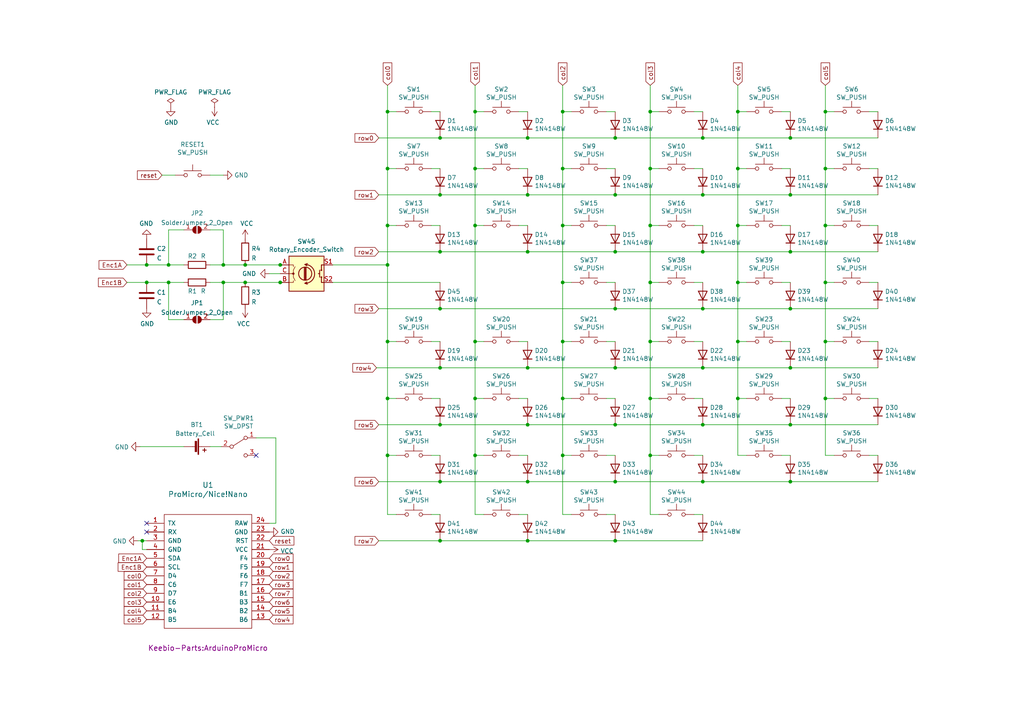
<source format=kicad_sch>
(kicad_sch (version 20211123) (generator eeschema)

  (uuid 3f5fe6b7-98fc-4d3e-9567-f9f7202d1455)

  (paper "A4")

  (title_block
    (title "Choctopus44")
    (date "2021-07-05")
    (rev "1.0 Prototype")
  )

  (lib_symbols
    (symbol "Device:Battery_Cell" (pin_numbers hide) (pin_names (offset 0) hide) (in_bom yes) (on_board yes)
      (property "Reference" "BT" (id 0) (at 2.54 2.54 0)
        (effects (font (size 1.27 1.27)) (justify left))
      )
      (property "Value" "Battery_Cell" (id 1) (at 2.54 0 0)
        (effects (font (size 1.27 1.27)) (justify left))
      )
      (property "Footprint" "" (id 2) (at 0 1.524 90)
        (effects (font (size 1.27 1.27)) hide)
      )
      (property "Datasheet" "~" (id 3) (at 0 1.524 90)
        (effects (font (size 1.27 1.27)) hide)
      )
      (property "ki_keywords" "battery cell" (id 4) (at 0 0 0)
        (effects (font (size 1.27 1.27)) hide)
      )
      (property "ki_description" "Single-cell battery" (id 5) (at 0 0 0)
        (effects (font (size 1.27 1.27)) hide)
      )
      (symbol "Battery_Cell_0_1"
        (rectangle (start -2.286 1.778) (end 2.286 1.524)
          (stroke (width 0) (type default) (color 0 0 0 0))
          (fill (type outline))
        )
        (rectangle (start -1.5748 1.1938) (end 1.4732 0.6858)
          (stroke (width 0) (type default) (color 0 0 0 0))
          (fill (type outline))
        )
        (polyline
          (pts
            (xy 0 0.762)
            (xy 0 0)
          )
          (stroke (width 0) (type default) (color 0 0 0 0))
          (fill (type none))
        )
        (polyline
          (pts
            (xy 0 1.778)
            (xy 0 2.54)
          )
          (stroke (width 0) (type default) (color 0 0 0 0))
          (fill (type none))
        )
        (polyline
          (pts
            (xy 0.508 3.429)
            (xy 1.524 3.429)
          )
          (stroke (width 0.254) (type default) (color 0 0 0 0))
          (fill (type none))
        )
        (polyline
          (pts
            (xy 1.016 3.937)
            (xy 1.016 2.921)
          )
          (stroke (width 0.254) (type default) (color 0 0 0 0))
          (fill (type none))
        )
      )
      (symbol "Battery_Cell_1_1"
        (pin passive line (at 0 5.08 270) (length 2.54)
          (name "+" (effects (font (size 1.27 1.27))))
          (number "1" (effects (font (size 1.27 1.27))))
        )
        (pin passive line (at 0 -2.54 90) (length 2.54)
          (name "-" (effects (font (size 1.27 1.27))))
          (number "2" (effects (font (size 1.27 1.27))))
        )
      )
    )
    (symbol "Device:C" (pin_numbers hide) (pin_names (offset 0.254)) (in_bom yes) (on_board yes)
      (property "Reference" "C" (id 0) (at 0.635 2.54 0)
        (effects (font (size 1.27 1.27)) (justify left))
      )
      (property "Value" "C" (id 1) (at 0.635 -2.54 0)
        (effects (font (size 1.27 1.27)) (justify left))
      )
      (property "Footprint" "" (id 2) (at 0.9652 -3.81 0)
        (effects (font (size 1.27 1.27)) hide)
      )
      (property "Datasheet" "~" (id 3) (at 0 0 0)
        (effects (font (size 1.27 1.27)) hide)
      )
      (property "ki_keywords" "cap capacitor" (id 4) (at 0 0 0)
        (effects (font (size 1.27 1.27)) hide)
      )
      (property "ki_description" "Unpolarized capacitor" (id 5) (at 0 0 0)
        (effects (font (size 1.27 1.27)) hide)
      )
      (property "ki_fp_filters" "C_*" (id 6) (at 0 0 0)
        (effects (font (size 1.27 1.27)) hide)
      )
      (symbol "C_0_1"
        (polyline
          (pts
            (xy -2.032 -0.762)
            (xy 2.032 -0.762)
          )
          (stroke (width 0.508) (type default) (color 0 0 0 0))
          (fill (type none))
        )
        (polyline
          (pts
            (xy -2.032 0.762)
            (xy 2.032 0.762)
          )
          (stroke (width 0.508) (type default) (color 0 0 0 0))
          (fill (type none))
        )
      )
      (symbol "C_1_1"
        (pin passive line (at 0 3.81 270) (length 2.794)
          (name "~" (effects (font (size 1.27 1.27))))
          (number "1" (effects (font (size 1.27 1.27))))
        )
        (pin passive line (at 0 -3.81 90) (length 2.794)
          (name "~" (effects (font (size 1.27 1.27))))
          (number "2" (effects (font (size 1.27 1.27))))
        )
      )
    )
    (symbol "Device:R" (pin_numbers hide) (pin_names (offset 0)) (in_bom yes) (on_board yes)
      (property "Reference" "R" (id 0) (at 2.032 0 90)
        (effects (font (size 1.27 1.27)))
      )
      (property "Value" "R" (id 1) (at 0 0 90)
        (effects (font (size 1.27 1.27)))
      )
      (property "Footprint" "" (id 2) (at -1.778 0 90)
        (effects (font (size 1.27 1.27)) hide)
      )
      (property "Datasheet" "~" (id 3) (at 0 0 0)
        (effects (font (size 1.27 1.27)) hide)
      )
      (property "ki_keywords" "R res resistor" (id 4) (at 0 0 0)
        (effects (font (size 1.27 1.27)) hide)
      )
      (property "ki_description" "Resistor" (id 5) (at 0 0 0)
        (effects (font (size 1.27 1.27)) hide)
      )
      (property "ki_fp_filters" "R_*" (id 6) (at 0 0 0)
        (effects (font (size 1.27 1.27)) hide)
      )
      (symbol "R_0_1"
        (rectangle (start -1.016 -2.54) (end 1.016 2.54)
          (stroke (width 0.254) (type default) (color 0 0 0 0))
          (fill (type none))
        )
      )
      (symbol "R_1_1"
        (pin passive line (at 0 3.81 270) (length 1.27)
          (name "~" (effects (font (size 1.27 1.27))))
          (number "1" (effects (font (size 1.27 1.27))))
        )
        (pin passive line (at 0 -3.81 90) (length 1.27)
          (name "~" (effects (font (size 1.27 1.27))))
          (number "2" (effects (font (size 1.27 1.27))))
        )
      )
    )
    (symbol "Device:RotaryEncoder_Switch" (pin_names (offset 0.254) hide) (in_bom yes) (on_board yes)
      (property "Reference" "SW" (id 0) (at 0 6.604 0)
        (effects (font (size 1.27 1.27)))
      )
      (property "Value" "RotaryEncoder_Switch" (id 1) (at 0 -6.604 0)
        (effects (font (size 1.27 1.27)))
      )
      (property "Footprint" "" (id 2) (at -3.81 4.064 0)
        (effects (font (size 1.27 1.27)) hide)
      )
      (property "Datasheet" "~" (id 3) (at 0 6.604 0)
        (effects (font (size 1.27 1.27)) hide)
      )
      (property "ki_keywords" "rotary switch encoder switch push button" (id 4) (at 0 0 0)
        (effects (font (size 1.27 1.27)) hide)
      )
      (property "ki_description" "Rotary encoder, dual channel, incremental quadrate outputs, with switch" (id 5) (at 0 0 0)
        (effects (font (size 1.27 1.27)) hide)
      )
      (property "ki_fp_filters" "RotaryEncoder*Switch*" (id 6) (at 0 0 0)
        (effects (font (size 1.27 1.27)) hide)
      )
      (symbol "RotaryEncoder_Switch_0_1"
        (rectangle (start -5.08 5.08) (end 5.08 -5.08)
          (stroke (width 0.254) (type default) (color 0 0 0 0))
          (fill (type background))
        )
        (circle (center -3.81 0) (radius 0.254)
          (stroke (width 0) (type default) (color 0 0 0 0))
          (fill (type outline))
        )
        (arc (start -0.381 -2.794) (mid 2.3622 -0.0635) (end -0.381 2.667)
          (stroke (width 0.254) (type default) (color 0 0 0 0))
          (fill (type none))
        )
        (circle (center -0.381 0) (radius 1.905)
          (stroke (width 0.254) (type default) (color 0 0 0 0))
          (fill (type none))
        )
        (polyline
          (pts
            (xy -0.635 -1.778)
            (xy -0.635 1.778)
          )
          (stroke (width 0.254) (type default) (color 0 0 0 0))
          (fill (type none))
        )
        (polyline
          (pts
            (xy -0.381 -1.778)
            (xy -0.381 1.778)
          )
          (stroke (width 0.254) (type default) (color 0 0 0 0))
          (fill (type none))
        )
        (polyline
          (pts
            (xy -0.127 1.778)
            (xy -0.127 -1.778)
          )
          (stroke (width 0.254) (type default) (color 0 0 0 0))
          (fill (type none))
        )
        (polyline
          (pts
            (xy 3.81 0)
            (xy 3.429 0)
          )
          (stroke (width 0.254) (type default) (color 0 0 0 0))
          (fill (type none))
        )
        (polyline
          (pts
            (xy 3.81 1.016)
            (xy 3.81 -1.016)
          )
          (stroke (width 0.254) (type default) (color 0 0 0 0))
          (fill (type none))
        )
        (polyline
          (pts
            (xy -5.08 -2.54)
            (xy -3.81 -2.54)
            (xy -3.81 -2.032)
          )
          (stroke (width 0) (type default) (color 0 0 0 0))
          (fill (type none))
        )
        (polyline
          (pts
            (xy -5.08 2.54)
            (xy -3.81 2.54)
            (xy -3.81 2.032)
          )
          (stroke (width 0) (type default) (color 0 0 0 0))
          (fill (type none))
        )
        (polyline
          (pts
            (xy 0.254 -3.048)
            (xy -0.508 -2.794)
            (xy 0.127 -2.413)
          )
          (stroke (width 0.254) (type default) (color 0 0 0 0))
          (fill (type none))
        )
        (polyline
          (pts
            (xy 0.254 2.921)
            (xy -0.508 2.667)
            (xy 0.127 2.286)
          )
          (stroke (width 0.254) (type default) (color 0 0 0 0))
          (fill (type none))
        )
        (polyline
          (pts
            (xy 5.08 -2.54)
            (xy 4.318 -2.54)
            (xy 4.318 -1.016)
          )
          (stroke (width 0.254) (type default) (color 0 0 0 0))
          (fill (type none))
        )
        (polyline
          (pts
            (xy 5.08 2.54)
            (xy 4.318 2.54)
            (xy 4.318 1.016)
          )
          (stroke (width 0.254) (type default) (color 0 0 0 0))
          (fill (type none))
        )
        (polyline
          (pts
            (xy -5.08 0)
            (xy -3.81 0)
            (xy -3.81 -1.016)
            (xy -3.302 -2.032)
          )
          (stroke (width 0) (type default) (color 0 0 0 0))
          (fill (type none))
        )
        (polyline
          (pts
            (xy -4.318 0)
            (xy -3.81 0)
            (xy -3.81 1.016)
            (xy -3.302 2.032)
          )
          (stroke (width 0) (type default) (color 0 0 0 0))
          (fill (type none))
        )
        (circle (center 4.318 -1.016) (radius 0.127)
          (stroke (width 0.254) (type default) (color 0 0 0 0))
          (fill (type none))
        )
        (circle (center 4.318 1.016) (radius 0.127)
          (stroke (width 0.254) (type default) (color 0 0 0 0))
          (fill (type none))
        )
      )
      (symbol "RotaryEncoder_Switch_1_1"
        (pin passive line (at -7.62 2.54 0) (length 2.54)
          (name "A" (effects (font (size 1.27 1.27))))
          (number "A" (effects (font (size 1.27 1.27))))
        )
        (pin passive line (at -7.62 -2.54 0) (length 2.54)
          (name "B" (effects (font (size 1.27 1.27))))
          (number "B" (effects (font (size 1.27 1.27))))
        )
        (pin passive line (at -7.62 0 0) (length 2.54)
          (name "C" (effects (font (size 1.27 1.27))))
          (number "C" (effects (font (size 1.27 1.27))))
        )
        (pin passive line (at 7.62 2.54 180) (length 2.54)
          (name "S1" (effects (font (size 1.27 1.27))))
          (number "S1" (effects (font (size 1.27 1.27))))
        )
        (pin passive line (at 7.62 -2.54 180) (length 2.54)
          (name "S2" (effects (font (size 1.27 1.27))))
          (number "S2" (effects (font (size 1.27 1.27))))
        )
      )
    )
    (symbol "Diode:1N4148W" (pin_numbers hide) (pin_names (offset 1.016) hide) (in_bom yes) (on_board yes)
      (property "Reference" "D" (id 0) (at 0 2.54 0)
        (effects (font (size 1.27 1.27)))
      )
      (property "Value" "1N4148W" (id 1) (at 0 -2.54 0)
        (effects (font (size 1.27 1.27)))
      )
      (property "Footprint" "Diode_SMD:D_SOD-123" (id 2) (at 0 -4.445 0)
        (effects (font (size 1.27 1.27)) hide)
      )
      (property "Datasheet" "https://www.vishay.com/docs/85748/1n4148w.pdf" (id 3) (at 0 0 0)
        (effects (font (size 1.27 1.27)) hide)
      )
      (property "ki_keywords" "diode" (id 4) (at 0 0 0)
        (effects (font (size 1.27 1.27)) hide)
      )
      (property "ki_description" "75V 0.15A Fast Switching Diode, SOD-123" (id 5) (at 0 0 0)
        (effects (font (size 1.27 1.27)) hide)
      )
      (property "ki_fp_filters" "D*SOD?123*" (id 6) (at 0 0 0)
        (effects (font (size 1.27 1.27)) hide)
      )
      (symbol "1N4148W_0_1"
        (polyline
          (pts
            (xy -1.27 1.27)
            (xy -1.27 -1.27)
          )
          (stroke (width 0.254) (type default) (color 0 0 0 0))
          (fill (type none))
        )
        (polyline
          (pts
            (xy 1.27 0)
            (xy -1.27 0)
          )
          (stroke (width 0) (type default) (color 0 0 0 0))
          (fill (type none))
        )
        (polyline
          (pts
            (xy 1.27 1.27)
            (xy 1.27 -1.27)
            (xy -1.27 0)
            (xy 1.27 1.27)
          )
          (stroke (width 0.254) (type default) (color 0 0 0 0))
          (fill (type none))
        )
      )
      (symbol "1N4148W_1_1"
        (pin passive line (at -3.81 0 0) (length 2.54)
          (name "K" (effects (font (size 1.27 1.27))))
          (number "1" (effects (font (size 1.27 1.27))))
        )
        (pin passive line (at 3.81 0 180) (length 2.54)
          (name "A" (effects (font (size 1.27 1.27))))
          (number "2" (effects (font (size 1.27 1.27))))
        )
      )
    )
    (symbol "Jumper:SolderJumper_2_Open" (pin_names (offset 0) hide) (in_bom yes) (on_board yes)
      (property "Reference" "JP" (id 0) (at 0 2.032 0)
        (effects (font (size 1.27 1.27)))
      )
      (property "Value" "SolderJumper_2_Open" (id 1) (at 0 -2.54 0)
        (effects (font (size 1.27 1.27)))
      )
      (property "Footprint" "" (id 2) (at 0 0 0)
        (effects (font (size 1.27 1.27)) hide)
      )
      (property "Datasheet" "~" (id 3) (at 0 0 0)
        (effects (font (size 1.27 1.27)) hide)
      )
      (property "ki_keywords" "solder jumper SPST" (id 4) (at 0 0 0)
        (effects (font (size 1.27 1.27)) hide)
      )
      (property "ki_description" "Solder Jumper, 2-pole, open" (id 5) (at 0 0 0)
        (effects (font (size 1.27 1.27)) hide)
      )
      (property "ki_fp_filters" "SolderJumper*Open*" (id 6) (at 0 0 0)
        (effects (font (size 1.27 1.27)) hide)
      )
      (symbol "SolderJumper_2_Open_0_1"
        (arc (start -0.254 1.016) (mid -1.27 0) (end -0.254 -1.016)
          (stroke (width 0) (type default) (color 0 0 0 0))
          (fill (type none))
        )
        (arc (start -0.254 1.016) (mid -1.27 0) (end -0.254 -1.016)
          (stroke (width 0) (type default) (color 0 0 0 0))
          (fill (type outline))
        )
        (polyline
          (pts
            (xy -0.254 1.016)
            (xy -0.254 -1.016)
          )
          (stroke (width 0) (type default) (color 0 0 0 0))
          (fill (type none))
        )
        (polyline
          (pts
            (xy 0.254 1.016)
            (xy 0.254 -1.016)
          )
          (stroke (width 0) (type default) (color 0 0 0 0))
          (fill (type none))
        )
        (arc (start 0.254 -1.016) (mid 1.27 0) (end 0.254 1.016)
          (stroke (width 0) (type default) (color 0 0 0 0))
          (fill (type none))
        )
        (arc (start 0.254 -1.016) (mid 1.27 0) (end 0.254 1.016)
          (stroke (width 0) (type default) (color 0 0 0 0))
          (fill (type outline))
        )
      )
      (symbol "SolderJumper_2_Open_1_1"
        (pin passive line (at -3.81 0 0) (length 2.54)
          (name "A" (effects (font (size 1.27 1.27))))
          (number "1" (effects (font (size 1.27 1.27))))
        )
        (pin passive line (at 3.81 0 180) (length 2.54)
          (name "B" (effects (font (size 1.27 1.27))))
          (number "2" (effects (font (size 1.27 1.27))))
        )
      )
    )
    (symbol "Switch:SW_Push" (pin_numbers hide) (pin_names (offset 1.016) hide) (in_bom yes) (on_board yes)
      (property "Reference" "SW" (id 0) (at 1.27 2.54 0)
        (effects (font (size 1.27 1.27)) (justify left))
      )
      (property "Value" "SW_Push" (id 1) (at 0 -1.524 0)
        (effects (font (size 1.27 1.27)))
      )
      (property "Footprint" "" (id 2) (at 0 5.08 0)
        (effects (font (size 1.27 1.27)) hide)
      )
      (property "Datasheet" "~" (id 3) (at 0 5.08 0)
        (effects (font (size 1.27 1.27)) hide)
      )
      (property "ki_keywords" "switch normally-open pushbutton push-button" (id 4) (at 0 0 0)
        (effects (font (size 1.27 1.27)) hide)
      )
      (property "ki_description" "Push button switch, generic, two pins" (id 5) (at 0 0 0)
        (effects (font (size 1.27 1.27)) hide)
      )
      (symbol "SW_Push_0_1"
        (circle (center -2.032 0) (radius 0.508)
          (stroke (width 0) (type default) (color 0 0 0 0))
          (fill (type none))
        )
        (polyline
          (pts
            (xy 0 1.27)
            (xy 0 3.048)
          )
          (stroke (width 0) (type default) (color 0 0 0 0))
          (fill (type none))
        )
        (polyline
          (pts
            (xy 2.54 1.27)
            (xy -2.54 1.27)
          )
          (stroke (width 0) (type default) (color 0 0 0 0))
          (fill (type none))
        )
        (circle (center 2.032 0) (radius 0.508)
          (stroke (width 0) (type default) (color 0 0 0 0))
          (fill (type none))
        )
        (pin passive line (at -5.08 0 0) (length 2.54)
          (name "1" (effects (font (size 1.27 1.27))))
          (number "1" (effects (font (size 1.27 1.27))))
        )
        (pin passive line (at 5.08 0 180) (length 2.54)
          (name "2" (effects (font (size 1.27 1.27))))
          (number "2" (effects (font (size 1.27 1.27))))
        )
      )
    )
    (symbol "Switch:SW_SPDT" (pin_names (offset 0) hide) (in_bom yes) (on_board yes)
      (property "Reference" "SW" (id 0) (at 0 4.318 0)
        (effects (font (size 1.27 1.27)))
      )
      (property "Value" "SW_SPDT" (id 1) (at 0 -5.08 0)
        (effects (font (size 1.27 1.27)))
      )
      (property "Footprint" "" (id 2) (at 0 0 0)
        (effects (font (size 1.27 1.27)) hide)
      )
      (property "Datasheet" "~" (id 3) (at 0 0 0)
        (effects (font (size 1.27 1.27)) hide)
      )
      (property "ki_keywords" "switch single-pole double-throw spdt ON-ON" (id 4) (at 0 0 0)
        (effects (font (size 1.27 1.27)) hide)
      )
      (property "ki_description" "Switch, single pole double throw" (id 5) (at 0 0 0)
        (effects (font (size 1.27 1.27)) hide)
      )
      (symbol "SW_SPDT_0_0"
        (circle (center -2.032 0) (radius 0.508)
          (stroke (width 0) (type default) (color 0 0 0 0))
          (fill (type none))
        )
        (circle (center 2.032 -2.54) (radius 0.508)
          (stroke (width 0) (type default) (color 0 0 0 0))
          (fill (type none))
        )
      )
      (symbol "SW_SPDT_0_1"
        (polyline
          (pts
            (xy -1.524 0.254)
            (xy 1.651 2.286)
          )
          (stroke (width 0) (type default) (color 0 0 0 0))
          (fill (type none))
        )
        (circle (center 2.032 2.54) (radius 0.508)
          (stroke (width 0) (type default) (color 0 0 0 0))
          (fill (type none))
        )
      )
      (symbol "SW_SPDT_1_1"
        (pin passive line (at 5.08 2.54 180) (length 2.54)
          (name "A" (effects (font (size 1.27 1.27))))
          (number "1" (effects (font (size 1.27 1.27))))
        )
        (pin passive line (at -5.08 0 0) (length 2.54)
          (name "B" (effects (font (size 1.27 1.27))))
          (number "2" (effects (font (size 1.27 1.27))))
        )
        (pin passive line (at 5.08 -2.54 180) (length 2.54)
          (name "C" (effects (font (size 1.27 1.27))))
          (number "3" (effects (font (size 1.27 1.27))))
        )
      )
    )
    (symbol "power:GND" (power) (pin_names (offset 0)) (in_bom yes) (on_board yes)
      (property "Reference" "#PWR" (id 0) (at 0 -6.35 0)
        (effects (font (size 1.27 1.27)) hide)
      )
      (property "Value" "GND" (id 1) (at 0 -3.81 0)
        (effects (font (size 1.27 1.27)))
      )
      (property "Footprint" "" (id 2) (at 0 0 0)
        (effects (font (size 1.27 1.27)) hide)
      )
      (property "Datasheet" "" (id 3) (at 0 0 0)
        (effects (font (size 1.27 1.27)) hide)
      )
      (property "ki_keywords" "power-flag" (id 4) (at 0 0 0)
        (effects (font (size 1.27 1.27)) hide)
      )
      (property "ki_description" "Power symbol creates a global label with name \"GND\" , ground" (id 5) (at 0 0 0)
        (effects (font (size 1.27 1.27)) hide)
      )
      (symbol "GND_0_1"
        (polyline
          (pts
            (xy 0 0)
            (xy 0 -1.27)
            (xy 1.27 -1.27)
            (xy 0 -2.54)
            (xy -1.27 -1.27)
            (xy 0 -1.27)
          )
          (stroke (width 0) (type default) (color 0 0 0 0))
          (fill (type none))
        )
      )
      (symbol "GND_1_1"
        (pin power_in line (at 0 0 270) (length 0) hide
          (name "GND" (effects (font (size 1.27 1.27))))
          (number "1" (effects (font (size 1.27 1.27))))
        )
      )
    )
    (symbol "power:PWR_FLAG" (power) (pin_numbers hide) (pin_names (offset 0) hide) (in_bom yes) (on_board yes)
      (property "Reference" "#FLG" (id 0) (at 0 1.905 0)
        (effects (font (size 1.27 1.27)) hide)
      )
      (property "Value" "PWR_FLAG" (id 1) (at 0 3.81 0)
        (effects (font (size 1.27 1.27)))
      )
      (property "Footprint" "" (id 2) (at 0 0 0)
        (effects (font (size 1.27 1.27)) hide)
      )
      (property "Datasheet" "~" (id 3) (at 0 0 0)
        (effects (font (size 1.27 1.27)) hide)
      )
      (property "ki_keywords" "power-flag" (id 4) (at 0 0 0)
        (effects (font (size 1.27 1.27)) hide)
      )
      (property "ki_description" "Special symbol for telling ERC where power comes from" (id 5) (at 0 0 0)
        (effects (font (size 1.27 1.27)) hide)
      )
      (symbol "PWR_FLAG_0_0"
        (pin power_out line (at 0 0 90) (length 0)
          (name "pwr" (effects (font (size 1.27 1.27))))
          (number "1" (effects (font (size 1.27 1.27))))
        )
      )
      (symbol "PWR_FLAG_0_1"
        (polyline
          (pts
            (xy 0 0)
            (xy 0 1.27)
            (xy -1.016 1.905)
            (xy 0 2.54)
            (xy 1.016 1.905)
            (xy 0 1.27)
          )
          (stroke (width 0) (type default) (color 0 0 0 0))
          (fill (type none))
        )
      )
    )
    (symbol "power:VCC" (power) (pin_names (offset 0)) (in_bom yes) (on_board yes)
      (property "Reference" "#PWR" (id 0) (at 0 -3.81 0)
        (effects (font (size 1.27 1.27)) hide)
      )
      (property "Value" "VCC" (id 1) (at 0 3.81 0)
        (effects (font (size 1.27 1.27)))
      )
      (property "Footprint" "" (id 2) (at 0 0 0)
        (effects (font (size 1.27 1.27)) hide)
      )
      (property "Datasheet" "" (id 3) (at 0 0 0)
        (effects (font (size 1.27 1.27)) hide)
      )
      (property "ki_keywords" "power-flag" (id 4) (at 0 0 0)
        (effects (font (size 1.27 1.27)) hide)
      )
      (property "ki_description" "Power symbol creates a global label with name \"VCC\"" (id 5) (at 0 0 0)
        (effects (font (size 1.27 1.27)) hide)
      )
      (symbol "VCC_0_1"
        (polyline
          (pts
            (xy -0.762 1.27)
            (xy 0 2.54)
          )
          (stroke (width 0) (type default) (color 0 0 0 0))
          (fill (type none))
        )
        (polyline
          (pts
            (xy 0 0)
            (xy 0 2.54)
          )
          (stroke (width 0) (type default) (color 0 0 0 0))
          (fill (type none))
        )
        (polyline
          (pts
            (xy 0 2.54)
            (xy 0.762 1.27)
          )
          (stroke (width 0) (type default) (color 0 0 0 0))
          (fill (type none))
        )
      )
      (symbol "VCC_1_1"
        (pin power_in line (at 0 0 90) (length 0) hide
          (name "VCC" (effects (font (size 1.27 1.27))))
          (number "1" (effects (font (size 1.27 1.27))))
        )
      )
    )
    (symbol "promicro:ProMicro" (pin_names (offset 1.016)) (in_bom yes) (on_board yes)
      (property "Reference" "U" (id 0) (at 0 24.13 0)
        (effects (font (size 1.524 1.524)))
      )
      (property "Value" "ProMicro" (id 1) (at 0 -13.97 0)
        (effects (font (size 1.524 1.524)))
      )
      (property "Footprint" "" (id 2) (at 2.54 -26.67 0)
        (effects (font (size 1.524 1.524)))
      )
      (property "Datasheet" "" (id 3) (at 2.54 -26.67 0)
        (effects (font (size 1.524 1.524)))
      )
      (symbol "ProMicro_0_1"
        (rectangle (start -12.7 21.59) (end 12.7 -11.43)
          (stroke (width 0) (type default) (color 0 0 0 0))
          (fill (type none))
        )
      )
      (symbol "ProMicro_1_1"
        (pin bidirectional line (at -17.78 19.05 0) (length 5.08)
          (name "TX" (effects (font (size 1.27 1.27))))
          (number "1" (effects (font (size 1.27 1.27))))
        )
        (pin bidirectional line (at -17.78 -3.81 0) (length 5.08)
          (name "E6" (effects (font (size 1.27 1.27))))
          (number "10" (effects (font (size 1.27 1.27))))
        )
        (pin bidirectional line (at -17.78 -6.35 0) (length 5.08)
          (name "B4" (effects (font (size 1.27 1.27))))
          (number "11" (effects (font (size 1.27 1.27))))
        )
        (pin bidirectional line (at -17.78 -8.89 0) (length 5.08)
          (name "B5" (effects (font (size 1.27 1.27))))
          (number "12" (effects (font (size 1.27 1.27))))
        )
        (pin bidirectional line (at 17.78 -8.89 180) (length 5.08)
          (name "B6" (effects (font (size 1.27 1.27))))
          (number "13" (effects (font (size 1.27 1.27))))
        )
        (pin bidirectional line (at 17.78 -6.35 180) (length 5.08)
          (name "B2" (effects (font (size 1.27 1.27))))
          (number "14" (effects (font (size 1.27 1.27))))
        )
        (pin bidirectional line (at 17.78 -3.81 180) (length 5.08)
          (name "B3" (effects (font (size 1.27 1.27))))
          (number "15" (effects (font (size 1.27 1.27))))
        )
        (pin bidirectional line (at 17.78 -1.27 180) (length 5.08)
          (name "B1" (effects (font (size 1.27 1.27))))
          (number "16" (effects (font (size 1.27 1.27))))
        )
        (pin bidirectional line (at 17.78 1.27 180) (length 5.08)
          (name "F7" (effects (font (size 1.27 1.27))))
          (number "17" (effects (font (size 1.27 1.27))))
        )
        (pin bidirectional line (at 17.78 3.81 180) (length 5.08)
          (name "F6" (effects (font (size 1.27 1.27))))
          (number "18" (effects (font (size 1.27 1.27))))
        )
        (pin bidirectional line (at 17.78 6.35 180) (length 5.08)
          (name "F5" (effects (font (size 1.27 1.27))))
          (number "19" (effects (font (size 1.27 1.27))))
        )
        (pin bidirectional line (at -17.78 16.51 0) (length 5.08)
          (name "RX" (effects (font (size 1.27 1.27))))
          (number "2" (effects (font (size 1.27 1.27))))
        )
        (pin bidirectional line (at 17.78 8.89 180) (length 5.08)
          (name "F4" (effects (font (size 1.27 1.27))))
          (number "20" (effects (font (size 1.27 1.27))))
        )
        (pin power_in line (at 17.78 11.43 180) (length 5.08)
          (name "VCC" (effects (font (size 1.27 1.27))))
          (number "21" (effects (font (size 1.27 1.27))))
        )
        (pin input line (at 17.78 13.97 180) (length 5.08)
          (name "RST" (effects (font (size 1.27 1.27))))
          (number "22" (effects (font (size 1.27 1.27))))
        )
        (pin power_in line (at 17.78 16.51 180) (length 5.08)
          (name "GND" (effects (font (size 1.27 1.27))))
          (number "23" (effects (font (size 1.27 1.27))))
        )
        (pin power_out line (at 17.78 19.05 180) (length 5.08)
          (name "RAW" (effects (font (size 1.27 1.27))))
          (number "24" (effects (font (size 1.27 1.27))))
        )
        (pin power_in line (at -17.78 13.97 0) (length 5.08)
          (name "GND" (effects (font (size 1.27 1.27))))
          (number "3" (effects (font (size 1.27 1.27))))
        )
        (pin power_in line (at -17.78 11.43 0) (length 5.08)
          (name "GND" (effects (font (size 1.27 1.27))))
          (number "4" (effects (font (size 1.27 1.27))))
        )
        (pin bidirectional line (at -17.78 8.89 0) (length 5.08)
          (name "SDA" (effects (font (size 1.27 1.27))))
          (number "5" (effects (font (size 1.27 1.27))))
        )
        (pin bidirectional line (at -17.78 6.35 0) (length 5.08)
          (name "SCL" (effects (font (size 1.27 1.27))))
          (number "6" (effects (font (size 1.27 1.27))))
        )
        (pin bidirectional line (at -17.78 3.81 0) (length 5.08)
          (name "D4" (effects (font (size 1.27 1.27))))
          (number "7" (effects (font (size 1.27 1.27))))
        )
        (pin bidirectional line (at -17.78 1.27 0) (length 5.08)
          (name "C6" (effects (font (size 1.27 1.27))))
          (number "8" (effects (font (size 1.27 1.27))))
        )
        (pin bidirectional line (at -17.78 -1.27 0) (length 5.08)
          (name "D7" (effects (font (size 1.27 1.27))))
          (number "9" (effects (font (size 1.27 1.27))))
        )
      )
    )
  )

  (junction (at 203.835 106.68) (diameter 0) (color 0 0 0 0)
    (uuid 03c52831-5dc5-43c5-a442-8d23643b46fb)
  )
  (junction (at 71.12 76.835) (diameter 0) (color 0 0 0 0)
    (uuid 06bfdbdf-3e53-42a3-abc9-fd9ec56e91ec)
  )
  (junction (at 203.835 40.005) (diameter 0) (color 0 0 0 0)
    (uuid 0b21a65d-d20b-411e-920a-75c343ac5136)
  )
  (junction (at 178.435 156.845) (diameter 0) (color 0 0 0 0)
    (uuid 0eaa98f0-9565-4637-ace3-42a5231b07f7)
  )
  (junction (at 188.595 132.08) (diameter 0) (color 0 0 0 0)
    (uuid 0f22151c-f260-4674-b486-4710a2c42a55)
  )
  (junction (at 112.395 132.08) (diameter 0) (color 0 0 0 0)
    (uuid 10109f84-4940-47f8-8640-91f185ac9bc1)
  )
  (junction (at 178.435 56.515) (diameter 0) (color 0 0 0 0)
    (uuid 127679a9-3981-4934-815e-896a4e3ff56e)
  )
  (junction (at 188.595 32.385) (diameter 0) (color 0 0 0 0)
    (uuid 181abe7a-f941-42b6-bd46-aaa3131f90fb)
  )
  (junction (at 188.595 115.57) (diameter 0) (color 0 0 0 0)
    (uuid 1831fb37-1c5d-42c4-b898-151be6fca9dc)
  )
  (junction (at 229.235 123.19) (diameter 0) (color 0 0 0 0)
    (uuid 1a1ab354-5f85-45f9-938c-9f6c4c8c3ea2)
  )
  (junction (at 239.395 32.385) (diameter 0) (color 0 0 0 0)
    (uuid 1bf544e3-5940-4576-9291-2464e95c0ee2)
  )
  (junction (at 137.795 115.57) (diameter 0) (color 0 0 0 0)
    (uuid 1e1b062d-fad0-427c-a622-c5b8a80b5268)
  )
  (junction (at 42.545 81.915) (diameter 0) (color 0 0 0 0)
    (uuid 23fbaf31-66d6-4e79-aa48-53892b4481c3)
  )
  (junction (at 203.835 139.7) (diameter 0) (color 0 0 0 0)
    (uuid 29e78086-2175-405e-9ba3-c48766d2f50c)
  )
  (junction (at 213.995 99.06) (diameter 0) (color 0 0 0 0)
    (uuid 2d210a96-f81f-42a9-8bf4-1b43c11086f3)
  )
  (junction (at 153.035 73.025) (diameter 0) (color 0 0 0 0)
    (uuid 2e642b3e-a476-4c54-9a52-dcea955640cd)
  )
  (junction (at 127.635 89.535) (diameter 0) (color 0 0 0 0)
    (uuid 30298bfe-074b-4a66-a814-d533d168d876)
  )
  (junction (at 153.035 40.005) (diameter 0) (color 0 0 0 0)
    (uuid 30f15357-ce1d-48b9-93dc-7d9b1b2aa048)
  )
  (junction (at 239.395 48.895) (diameter 0) (color 0 0 0 0)
    (uuid 3aaee4c4-dbf7-49a5-a620-9465d8cc3ae7)
  )
  (junction (at 137.795 65.405) (diameter 0) (color 0 0 0 0)
    (uuid 3b838d52-596d-4e4d-a6ac-e4c8e7621137)
  )
  (junction (at 203.835 56.515) (diameter 0) (color 0 0 0 0)
    (uuid 3cd1bda0-18db-417d-b581-a0c50623df68)
  )
  (junction (at 229.235 139.7) (diameter 0) (color 0 0 0 0)
    (uuid 42713045-fffd-4b2d-ae1e-7232d705fb12)
  )
  (junction (at 127.635 139.7) (diameter 0) (color 0 0 0 0)
    (uuid 44d8279a-9cd1-4db6-856f-0363131605fc)
  )
  (junction (at 127.635 40.005) (diameter 0) (color 0 0 0 0)
    (uuid 47baf4b1-0938-497d-88f9-671136aa8be7)
  )
  (junction (at 178.435 73.025) (diameter 0) (color 0 0 0 0)
    (uuid 48ab88d7-7084-4d02-b109-3ad55a30bb11)
  )
  (junction (at 239.395 81.915) (diameter 0) (color 0 0 0 0)
    (uuid 496d9fa6-850a-493b-b4de-7a5b344a88e6)
  )
  (junction (at 213.995 32.385) (diameter 0) (color 0 0 0 0)
    (uuid 4c8eb964-bdf4-44de-90e9-e2ab82dd5313)
  )
  (junction (at 153.035 106.68) (diameter 0) (color 0 0 0 0)
    (uuid 5038e144-5119-49db-b6cf-f7c345f1cf03)
  )
  (junction (at 153.035 139.7) (diameter 0) (color 0 0 0 0)
    (uuid 54365317-1355-4216-bb75-829375abc4ec)
  )
  (junction (at 64.77 81.915) (diameter 0) (color 0 0 0 0)
    (uuid 5a3436c4-16d5-440c-8d6b-a4f299314c1e)
  )
  (junction (at 163.195 99.06) (diameter 0) (color 0 0 0 0)
    (uuid 5fc27c35-3e1c-4f96-817c-93b5570858a6)
  )
  (junction (at 137.795 32.385) (diameter 0) (color 0 0 0 0)
    (uuid 66116376-6967-4178-9f23-a26cdeafc400)
  )
  (junction (at 229.235 40.005) (diameter 0) (color 0 0 0 0)
    (uuid 666713b0-70f4-42df-8761-f65bc212d03b)
  )
  (junction (at 127.635 106.68) (diameter 0) (color 0 0 0 0)
    (uuid 669d3d78-2868-477a-88c1-5b75fb678308)
  )
  (junction (at 81.28 76.835) (diameter 0) (color 0 0 0 0)
    (uuid 67534386-a8ed-4e86-bc11-532f50e3a669)
  )
  (junction (at 163.195 132.08) (diameter 0) (color 0 0 0 0)
    (uuid 6a45789b-3855-401f-8139-3c734f7f52f9)
  )
  (junction (at 112.395 32.385) (diameter 0) (color 0 0 0 0)
    (uuid 6a955fc7-39d9-4c75-9a69-676ca8c0b9b2)
  )
  (junction (at 48.895 81.915) (diameter 0) (color 0 0 0 0)
    (uuid 6b5cfbbf-a4dd-4c20-84b0-7f2a151dbbce)
  )
  (junction (at 163.195 115.57) (diameter 0) (color 0 0 0 0)
    (uuid 6c9b793c-e74d-4754-a2c0-901e73b26f1c)
  )
  (junction (at 178.435 89.535) (diameter 0) (color 0 0 0 0)
    (uuid 704d6d51-bb34-4cbf-83d8-841e208048d8)
  )
  (junction (at 178.435 40.005) (diameter 0) (color 0 0 0 0)
    (uuid 716e31c5-485f-40b5-88e3-a75900da9811)
  )
  (junction (at 112.395 115.57) (diameter 0) (color 0 0 0 0)
    (uuid 71c31975-2c45-4d18-a25a-18e07a55d11e)
  )
  (junction (at 112.395 99.06) (diameter 0) (color 0 0 0 0)
    (uuid 746ba970-8279-4e7b-aed3-f28687777c21)
  )
  (junction (at 137.795 48.895) (diameter 0) (color 0 0 0 0)
    (uuid 749dfe75-c0d6-4872-9330-29c5bbcb8ff8)
  )
  (junction (at 127.635 56.515) (diameter 0) (color 0 0 0 0)
    (uuid 77ed3941-d133-4aef-a9af-5a39322d14eb)
  )
  (junction (at 229.235 106.68) (diameter 0) (color 0 0 0 0)
    (uuid 7aed3a71-054b-4aaa-9c0a-030523c32827)
  )
  (junction (at 229.235 56.515) (diameter 0) (color 0 0 0 0)
    (uuid 7dc880bc-e7eb-4cce-8d8c-0b65a9dd788e)
  )
  (junction (at 178.435 139.7) (diameter 0) (color 0 0 0 0)
    (uuid 8174b4de-74b1-48db-ab8e-c8432251095b)
  )
  (junction (at 153.035 56.515) (diameter 0) (color 0 0 0 0)
    (uuid 87371631-aa02-498a-998a-09bdb74784c1)
  )
  (junction (at 229.235 73.025) (diameter 0) (color 0 0 0 0)
    (uuid 9157f4ae-0244-4ff1-9f73-3cb4cbb5f280)
  )
  (junction (at 239.395 115.57) (diameter 0) (color 0 0 0 0)
    (uuid 922058ca-d09a-45fd-8394-05f3e2c1e03a)
  )
  (junction (at 188.595 99.06) (diameter 0) (color 0 0 0 0)
    (uuid 9340c285-5767-42d5-8b6d-63fe2a40ddf3)
  )
  (junction (at 203.835 89.535) (diameter 0) (color 0 0 0 0)
    (uuid 94a873dc-af67-4ef9-8159-1f7c93eeb3d7)
  )
  (junction (at 239.395 99.06) (diameter 0) (color 0 0 0 0)
    (uuid 97fe9c60-586f-4895-8504-4d3729f5f81a)
  )
  (junction (at 213.995 65.405) (diameter 0) (color 0 0 0 0)
    (uuid 9bb20359-0f8b-45bc-9d38-6626ed3a939d)
  )
  (junction (at 112.395 76.835) (diameter 0) (color 0 0 0 0)
    (uuid 9d415d58-6dd2-4140-a7d7-c446a1d21cc0)
  )
  (junction (at 203.835 123.19) (diameter 0) (color 0 0 0 0)
    (uuid a1823eb2-fb0d-4ed8-8b96-04184ac3a9d5)
  )
  (junction (at 153.035 156.845) (diameter 0) (color 0 0 0 0)
    (uuid a3e4f0ae-9f86-49e9-b386-ed8b42e012fb)
  )
  (junction (at 163.195 32.385) (diameter 0) (color 0 0 0 0)
    (uuid a690fc6c-55d9-47e6-b533-faa4b67e20f3)
  )
  (junction (at 48.895 76.835) (diameter 0) (color 0 0 0 0)
    (uuid a9590731-5951-44fc-b8a7-75afec2f2138)
  )
  (junction (at 213.995 48.895) (diameter 0) (color 0 0 0 0)
    (uuid aa14c3bd-4acc-4908-9d28-228585a22a9d)
  )
  (junction (at 153.035 123.19) (diameter 0) (color 0 0 0 0)
    (uuid ac264c30-3e9a-4be2-b97a-9949b68bd497)
  )
  (junction (at 163.195 81.915) (diameter 0) (color 0 0 0 0)
    (uuid b1086f75-01ba-4188-8d36-75a9e2828ca9)
  )
  (junction (at 41.275 156.845) (diameter 0) (color 0 0 0 0)
    (uuid bb7f0588-d4d8-44bf-9ebf-3c533fe4d6ae)
  )
  (junction (at 239.395 65.405) (diameter 0) (color 0 0 0 0)
    (uuid bdc7face-9f7c-4701-80bb-4cc144448db1)
  )
  (junction (at 229.235 89.535) (diameter 0) (color 0 0 0 0)
    (uuid c0515cd2-cdaa-467e-8354-0f6eadfa35c9)
  )
  (junction (at 163.195 48.895) (diameter 0) (color 0 0 0 0)
    (uuid c144caa5-b0d4-4cef-840a-d4ad178a2102)
  )
  (junction (at 188.595 65.405) (diameter 0) (color 0 0 0 0)
    (uuid c41b3c8b-634e-435a-b582-96b83bbd4032)
  )
  (junction (at 137.795 99.06) (diameter 0) (color 0 0 0 0)
    (uuid cbdcaa78-3bbc-413f-91bf-2709119373ce)
  )
  (junction (at 188.595 48.895) (diameter 0) (color 0 0 0 0)
    (uuid ce83728b-bebd-48c2-8734-b6a50d837931)
  )
  (junction (at 203.835 73.025) (diameter 0) (color 0 0 0 0)
    (uuid d57dcfee-5058-4fc2-a68b-05f9a48f685b)
  )
  (junction (at 213.995 81.915) (diameter 0) (color 0 0 0 0)
    (uuid d59a455e-9645-41b9-b9dd-8677f2e61ad9)
  )
  (junction (at 137.795 132.08) (diameter 0) (color 0 0 0 0)
    (uuid d8603679-3e7b-4337-8dbc-1827f5f54d8a)
  )
  (junction (at 112.395 65.405) (diameter 0) (color 0 0 0 0)
    (uuid e10b5627-3247-4c86-b9f6-ef474ca11543)
  )
  (junction (at 127.635 73.025) (diameter 0) (color 0 0 0 0)
    (uuid e615f7aa-337e-474d-9615-2ad82b1c44ca)
  )
  (junction (at 81.28 81.915) (diameter 0) (color 0 0 0 0)
    (uuid e7f1ccc2-46b5-4fe6-a39a-53732efb53aa)
  )
  (junction (at 112.395 48.895) (diameter 0) (color 0 0 0 0)
    (uuid e8314017-7be6-4011-9179-37449a29b311)
  )
  (junction (at 213.995 115.57) (diameter 0) (color 0 0 0 0)
    (uuid e857610b-4434-4144-b04e-43c1ebdc5ceb)
  )
  (junction (at 42.545 76.835) (diameter 0) (color 0 0 0 0)
    (uuid e9a64594-cb55-4e00-860b-7ee190555404)
  )
  (junction (at 127.635 156.845) (diameter 0) (color 0 0 0 0)
    (uuid eb667eea-300e-4ca7-8a6f-4b00de80cd45)
  )
  (junction (at 127.635 123.19) (diameter 0) (color 0 0 0 0)
    (uuid ef8fe2ac-6a7f-4682-9418-b801a1b10a3b)
  )
  (junction (at 163.195 65.405) (diameter 0) (color 0 0 0 0)
    (uuid efeac2a2-7682-4dc7-83ee-f6f1b23da506)
  )
  (junction (at 64.77 76.835) (diameter 0) (color 0 0 0 0)
    (uuid f11be7a8-1bef-44e2-9a5e-0f337dc6a727)
  )
  (junction (at 178.435 106.68) (diameter 0) (color 0 0 0 0)
    (uuid f71da641-16e6-4257-80c3-0b9d804fee4f)
  )
  (junction (at 71.12 81.915) (diameter 0) (color 0 0 0 0)
    (uuid fc90aa7b-5a1a-4828-8d95-c11efe269ebf)
  )
  (junction (at 178.435 123.19) (diameter 0) (color 0 0 0 0)
    (uuid fd470e95-4861-44fe-b1e4-6d8a7c66e144)
  )
  (junction (at 188.595 81.915) (diameter 0) (color 0 0 0 0)
    (uuid fe8d9267-7834-48d6-a191-c8724b2ee78d)
  )

  (no_connect (at 74.295 132.08) (uuid 74132b23-e74d-4470-803c-4460c9574fad))
  (no_connect (at 42.545 151.765) (uuid b2cd9815-d8c4-41b6-bff0-7687e6a5cdfa))
  (no_connect (at 42.545 154.305) (uuid bfc0aadc-38cf-466e-a642-68fdc3138c78))

  (wire (pts (xy 163.195 99.06) (xy 165.735 99.06))
    (stroke (width 0) (type default) (color 0 0 0 0))
    (uuid 01e9b6e7-adf9-4ee7-9447-a588630ee4a2)
  )
  (wire (pts (xy 112.395 32.385) (xy 114.935 32.385))
    (stroke (width 0) (type default) (color 0 0 0 0))
    (uuid 0217dfc4-fc13-4699-99ad-d9948522648e)
  )
  (wire (pts (xy 203.835 65.405) (xy 201.295 65.405))
    (stroke (width 0) (type default) (color 0 0 0 0))
    (uuid 0351df45-d042-41d4-ba35-88092c7be2fc)
  )
  (wire (pts (xy 96.52 81.915) (xy 127.635 81.915))
    (stroke (width 0) (type default) (color 0 0 0 0))
    (uuid 047a2792-3899-4e7d-a045-c64ff9f8bf1d)
  )
  (wire (pts (xy 112.395 65.405) (xy 112.395 76.835))
    (stroke (width 0) (type default) (color 0 0 0 0))
    (uuid 048b9493-3cad-4279-ad3a-93a8c102fe77)
  )
  (wire (pts (xy 163.195 99.06) (xy 163.195 115.57))
    (stroke (width 0) (type default) (color 0 0 0 0))
    (uuid 0523ecb0-1c4f-461a-a7ee-2ea5e5e02b85)
  )
  (wire (pts (xy 163.195 81.915) (xy 163.195 99.06))
    (stroke (width 0) (type default) (color 0 0 0 0))
    (uuid 07141eea-cafa-4240-99a2-da592d2416fc)
  )
  (wire (pts (xy 153.035 149.225) (xy 150.495 149.225))
    (stroke (width 0) (type default) (color 0 0 0 0))
    (uuid 0755aee5-bc01-4cb5-b830-583289df50a3)
  )
  (wire (pts (xy 213.995 24.765) (xy 213.995 32.385))
    (stroke (width 0) (type default) (color 0 0 0 0))
    (uuid 097edb1b-8998-4e70-b670-bba125982348)
  )
  (wire (pts (xy 36.83 81.915) (xy 42.545 81.915))
    (stroke (width 0) (type default) (color 0 0 0 0))
    (uuid 0a61a76f-0af5-4bd8-a1ad-8807976e2277)
  )
  (wire (pts (xy 239.395 48.895) (xy 239.395 65.405))
    (stroke (width 0) (type default) (color 0 0 0 0))
    (uuid 0ac029d3-1864-447e-8ee2-06cb04e96234)
  )
  (wire (pts (xy 188.595 132.08) (xy 188.595 149.225))
    (stroke (width 0) (type default) (color 0 0 0 0))
    (uuid 0b7ed4e1-ca6f-4bc3-b019-aa6fadf0035e)
  )
  (wire (pts (xy 165.735 65.405) (xy 163.195 65.405))
    (stroke (width 0) (type default) (color 0 0 0 0))
    (uuid 0c3dceba-7c95-4b3d-b590-0eb581444beb)
  )
  (wire (pts (xy 60.96 50.8) (xy 64.77 50.8))
    (stroke (width 0) (type default) (color 0 0 0 0))
    (uuid 0c7ee6ca-30be-4e36-b5bb-f52ada4e5868)
  )
  (wire (pts (xy 203.835 123.19) (xy 229.235 123.19))
    (stroke (width 0) (type default) (color 0 0 0 0))
    (uuid 0e1ed1c5-7428-4dc7-b76e-49b2d5f8177d)
  )
  (wire (pts (xy 137.795 115.57) (xy 137.795 132.08))
    (stroke (width 0) (type default) (color 0 0 0 0))
    (uuid 0ff508fd-18da-4ab7-9844-3c8a28c2587e)
  )
  (wire (pts (xy 229.235 106.68) (xy 254.635 106.68))
    (stroke (width 0) (type default) (color 0 0 0 0))
    (uuid 101ef598-601d-400e-9ef6-d655fbb1dbfa)
  )
  (wire (pts (xy 137.795 149.225) (xy 140.335 149.225))
    (stroke (width 0) (type default) (color 0 0 0 0))
    (uuid 13c0ff76-ed71-4cd9-abb0-92c376825d5d)
  )
  (wire (pts (xy 203.835 139.7) (xy 229.235 139.7))
    (stroke (width 0) (type default) (color 0 0 0 0))
    (uuid 14c51520-6d91-4098-a59a-5121f2a898f7)
  )
  (wire (pts (xy 175.895 149.225) (xy 178.435 149.225))
    (stroke (width 0) (type default) (color 0 0 0 0))
    (uuid 16a9ae8c-3ad2-439b-8efe-377c994670c7)
  )
  (wire (pts (xy 163.195 48.895) (xy 165.735 48.895))
    (stroke (width 0) (type default) (color 0 0 0 0))
    (uuid 16bd6381-8ac0-4bf2-9dce-ecc20c724b8d)
  )
  (wire (pts (xy 178.435 139.7) (xy 203.835 139.7))
    (stroke (width 0) (type default) (color 0 0 0 0))
    (uuid 182b2d54-931d-49d6-9f39-60a752623e36)
  )
  (wire (pts (xy 60.96 129.54) (xy 64.135 129.54))
    (stroke (width 0) (type default) (color 0 0 0 0))
    (uuid 1ca8a512-e308-4d29-bfa9-69c08ca33585)
  )
  (wire (pts (xy 81.28 76.835) (xy 81.915 76.835))
    (stroke (width 0) (type default) (color 0 0 0 0))
    (uuid 1d3090de-b979-4961-9132-9422db78abdd)
  )
  (wire (pts (xy 53.34 66.675) (xy 48.895 66.675))
    (stroke (width 0) (type default) (color 0 0 0 0))
    (uuid 1d8fe730-039d-4b32-9bc9-d3a35881ab8c)
  )
  (wire (pts (xy 216.535 65.405) (xy 213.995 65.405))
    (stroke (width 0) (type default) (color 0 0 0 0))
    (uuid 1e518c2a-4cb7-4599-a1fa-5b9f847da7d3)
  )
  (wire (pts (xy 127.635 106.68) (xy 153.035 106.68))
    (stroke (width 0) (type default) (color 0 0 0 0))
    (uuid 1e8701fc-ad24-40ea-846a-e3db538d6077)
  )
  (wire (pts (xy 137.795 99.06) (xy 140.335 99.06))
    (stroke (width 0) (type default) (color 0 0 0 0))
    (uuid 1f3003e6-dce5-420f-906b-3f1e92b67249)
  )
  (wire (pts (xy 60.96 76.835) (xy 64.77 76.835))
    (stroke (width 0) (type default) (color 0 0 0 0))
    (uuid 2087cdd9-8946-4f43-9397-c6464723bf43)
  )
  (wire (pts (xy 241.935 115.57) (xy 239.395 115.57))
    (stroke (width 0) (type default) (color 0 0 0 0))
    (uuid 20c315f4-1e4f-49aa-8d61-778a7389df7e)
  )
  (wire (pts (xy 188.595 99.06) (xy 191.135 99.06))
    (stroke (width 0) (type default) (color 0 0 0 0))
    (uuid 21ae9c3a-7138-444e-be38-56a4842ab594)
  )
  (wire (pts (xy 203.835 73.025) (xy 229.235 73.025))
    (stroke (width 0) (type default) (color 0 0 0 0))
    (uuid 240e5dac-6242-47a5-bbef-f76d11c715c0)
  )
  (wire (pts (xy 112.395 99.06) (xy 114.935 99.06))
    (stroke (width 0) (type default) (color 0 0 0 0))
    (uuid 24f7628d-681d-4f0e-8409-40a129e929d9)
  )
  (wire (pts (xy 112.395 132.08) (xy 112.395 149.225))
    (stroke (width 0) (type default) (color 0 0 0 0))
    (uuid 25ba29f9-329f-44be-b841-5bbc4e523486)
  )
  (wire (pts (xy 127.635 73.025) (xy 153.035 73.025))
    (stroke (width 0) (type default) (color 0 0 0 0))
    (uuid 25d545dc-8f50-4573-922c-35ef5a2a3a19)
  )
  (wire (pts (xy 191.135 81.915) (xy 188.595 81.915))
    (stroke (width 0) (type default) (color 0 0 0 0))
    (uuid 275aa44a-b61f-489f-9e2a-819a0fe0d1eb)
  )
  (wire (pts (xy 252.095 99.06) (xy 254.635 99.06))
    (stroke (width 0) (type default) (color 0 0 0 0))
    (uuid 27d56953-c620-4d5b-9c1c-e48bc3d9684a)
  )
  (wire (pts (xy 254.635 81.915) (xy 252.095 81.915))
    (stroke (width 0) (type default) (color 0 0 0 0))
    (uuid 29e058a7-50a3-43e5-81c3-bfee53da08be)
  )
  (wire (pts (xy 203.835 81.915) (xy 201.295 81.915))
    (stroke (width 0) (type default) (color 0 0 0 0))
    (uuid 2d67a417-188f-4014-9282-000265d80009)
  )
  (wire (pts (xy 178.435 89.535) (xy 203.835 89.535))
    (stroke (width 0) (type default) (color 0 0 0 0))
    (uuid 2dc272bd-3aa2-45b5-889d-1d3c8aac80f8)
  )
  (wire (pts (xy 109.855 156.845) (xy 127.635 156.845))
    (stroke (width 0) (type default) (color 0 0 0 0))
    (uuid 2f215f15-3d52-4c91-93e6-3ea03a95622f)
  )
  (wire (pts (xy 41.275 159.385) (xy 41.275 156.845))
    (stroke (width 0) (type default) (color 0 0 0 0))
    (uuid 31e08896-1992-4725-96d9-9d2728bca7a3)
  )
  (wire (pts (xy 229.235 89.535) (xy 254.635 89.535))
    (stroke (width 0) (type default) (color 0 0 0 0))
    (uuid 35a9f71f-ba35-47f6-814e-4106ac36c51e)
  )
  (wire (pts (xy 112.395 76.835) (xy 112.395 99.06))
    (stroke (width 0) (type default) (color 0 0 0 0))
    (uuid 37a6dbb4-bb66-467e-ac57-88c5a46b0f3e)
  )
  (wire (pts (xy 201.295 99.06) (xy 203.835 99.06))
    (stroke (width 0) (type default) (color 0 0 0 0))
    (uuid 37e8181c-a81e-498b-b2e2-0aef0c391059)
  )
  (wire (pts (xy 64.77 76.835) (xy 71.12 76.835))
    (stroke (width 0) (type default) (color 0 0 0 0))
    (uuid 3891a704-a6c9-482e-81b2-d42bd6e42e53)
  )
  (wire (pts (xy 226.695 32.385) (xy 229.235 32.385))
    (stroke (width 0) (type default) (color 0 0 0 0))
    (uuid 3a52f112-cb97-43db-aaeb-20afe27664d7)
  )
  (wire (pts (xy 112.395 99.06) (xy 112.395 115.57))
    (stroke (width 0) (type default) (color 0 0 0 0))
    (uuid 3a7648d8-121a-4921-9b92-9b35b76ce39b)
  )
  (wire (pts (xy 80.01 127) (xy 74.295 127))
    (stroke (width 0) (type default) (color 0 0 0 0))
    (uuid 3d1caaec-e218-42a7-aed1-b080e37cc480)
  )
  (wire (pts (xy 254.635 115.57) (xy 252.095 115.57))
    (stroke (width 0) (type default) (color 0 0 0 0))
    (uuid 3fd54105-4b7e-4004-9801-76ec66108a22)
  )
  (wire (pts (xy 114.935 115.57) (xy 112.395 115.57))
    (stroke (width 0) (type default) (color 0 0 0 0))
    (uuid 40165eda-4ba6-4565-9bb4-b9df6dbb08da)
  )
  (wire (pts (xy 127.635 156.845) (xy 153.035 156.845))
    (stroke (width 0) (type default) (color 0 0 0 0))
    (uuid 40976bf0-19de-460f-ad64-224d4f51e16b)
  )
  (wire (pts (xy 216.535 81.915) (xy 213.995 81.915))
    (stroke (width 0) (type default) (color 0 0 0 0))
    (uuid 41acfe41-fac7-432a-a7a3-946566e2d504)
  )
  (wire (pts (xy 203.835 149.225) (xy 201.295 149.225))
    (stroke (width 0) (type default) (color 0 0 0 0))
    (uuid 477311b9-8f81-40c8-9c55-fd87e287247a)
  )
  (wire (pts (xy 125.095 32.385) (xy 127.635 32.385))
    (stroke (width 0) (type default) (color 0 0 0 0))
    (uuid 4780a290-d25c-4459-9579-eba3f7678762)
  )
  (wire (pts (xy 153.035 156.845) (xy 178.435 156.845))
    (stroke (width 0) (type default) (color 0 0 0 0))
    (uuid 4a21e717-d46d-4d9e-8b98-af4ecb02d3ec)
  )
  (wire (pts (xy 80.01 151.765) (xy 78.105 151.765))
    (stroke (width 0) (type default) (color 0 0 0 0))
    (uuid 4ede09d9-8009-41c1-b58a-70533f585dea)
  )
  (wire (pts (xy 153.035 139.7) (xy 178.435 139.7))
    (stroke (width 0) (type default) (color 0 0 0 0))
    (uuid 4fb21471-41be-4be8-9687-66030f97befc)
  )
  (wire (pts (xy 178.435 81.915) (xy 175.895 81.915))
    (stroke (width 0) (type default) (color 0 0 0 0))
    (uuid 5114c7bf-b955-49f3-a0a8-4b954c81bde0)
  )
  (wire (pts (xy 188.595 99.06) (xy 188.595 115.57))
    (stroke (width 0) (type default) (color 0 0 0 0))
    (uuid 519b7a9b-3dc8-4f2a-a212-adeb88a384a0)
  )
  (wire (pts (xy 213.995 81.915) (xy 213.995 99.06))
    (stroke (width 0) (type default) (color 0 0 0 0))
    (uuid 51e65367-c9a2-4c6e-bc68-6b143803ed7d)
  )
  (wire (pts (xy 42.545 76.835) (xy 48.895 76.835))
    (stroke (width 0) (type default) (color 0 0 0 0))
    (uuid 57a1eb36-5901-424e-bb23-6bc4648e8d84)
  )
  (wire (pts (xy 191.135 65.405) (xy 188.595 65.405))
    (stroke (width 0) (type default) (color 0 0 0 0))
    (uuid 57c0c267-8bf9-4cc7-b734-d71a239ac313)
  )
  (wire (pts (xy 48.895 81.915) (xy 53.34 81.915))
    (stroke (width 0) (type default) (color 0 0 0 0))
    (uuid 5a362f73-38e5-4390-9180-0ee5a083e145)
  )
  (wire (pts (xy 229.235 81.915) (xy 226.695 81.915))
    (stroke (width 0) (type default) (color 0 0 0 0))
    (uuid 5b34a16c-5a14-4291-8242-ea6d6ac54372)
  )
  (wire (pts (xy 188.595 32.385) (xy 188.595 48.895))
    (stroke (width 0) (type default) (color 0 0 0 0))
    (uuid 5bcace5d-edd0-4e19-92d0-835e43cf8eb2)
  )
  (wire (pts (xy 191.135 115.57) (xy 188.595 115.57))
    (stroke (width 0) (type default) (color 0 0 0 0))
    (uuid 5ca4be1c-537e-4a4a-b344-d0c8ffde8546)
  )
  (wire (pts (xy 137.795 65.405) (xy 137.795 99.06))
    (stroke (width 0) (type default) (color 0 0 0 0))
    (uuid 5ebedbe3-48db-47dc-b93b-602de2b03719)
  )
  (wire (pts (xy 163.195 32.385) (xy 163.195 48.895))
    (stroke (width 0) (type default) (color 0 0 0 0))
    (uuid 60dcd1fe-7079-4cb8-b509-04558ccf5097)
  )
  (wire (pts (xy 109.855 89.535) (xy 127.635 89.535))
    (stroke (width 0) (type default) (color 0 0 0 0))
    (uuid 61fe293f-6808-4b7f-9340-9aaac7054a97)
  )
  (wire (pts (xy 213.995 48.895) (xy 213.995 65.405))
    (stroke (width 0) (type default) (color 0 0 0 0))
    (uuid 6284122b-79c3-4e04-925e-3d32cc3ec077)
  )
  (wire (pts (xy 137.795 48.895) (xy 140.335 48.895))
    (stroke (width 0) (type default) (color 0 0 0 0))
    (uuid 639c0e59-e95c-4114-bccd-2e7277505454)
  )
  (wire (pts (xy 109.855 123.19) (xy 127.635 123.19))
    (stroke (width 0) (type default) (color 0 0 0 0))
    (uuid 63ff1c93-3f96-4c33-b498-5dd8c33bccc0)
  )
  (wire (pts (xy 41.275 156.845) (xy 40.005 156.845))
    (stroke (width 0) (type default) (color 0 0 0 0))
    (uuid 6441b183-b8f2-458f-a23d-60e2b1f66dd6)
  )
  (wire (pts (xy 216.535 115.57) (xy 213.995 115.57))
    (stroke (width 0) (type default) (color 0 0 0 0))
    (uuid 644ae9fc-3c8e-4089-866e-a12bf371c3e9)
  )
  (wire (pts (xy 112.395 132.08) (xy 114.935 132.08))
    (stroke (width 0) (type default) (color 0 0 0 0))
    (uuid 6475547d-3216-45a4-a15c-48314f1dd0f9)
  )
  (wire (pts (xy 229.235 40.005) (xy 254.635 40.005))
    (stroke (width 0) (type default) (color 0 0 0 0))
    (uuid 65134029-dbd2-409a-85a8-13c2a33ff019)
  )
  (wire (pts (xy 175.895 48.895) (xy 178.435 48.895))
    (stroke (width 0) (type default) (color 0 0 0 0))
    (uuid 6595b9c7-02ee-4647-bde5-6b566e35163e)
  )
  (wire (pts (xy 201.295 132.08) (xy 203.835 132.08))
    (stroke (width 0) (type default) (color 0 0 0 0))
    (uuid 676efd2f-1c48-4786-9e4b-2444f1e8f6ff)
  )
  (wire (pts (xy 213.995 32.385) (xy 216.535 32.385))
    (stroke (width 0) (type default) (color 0 0 0 0))
    (uuid 67763d19-f622-4e1e-81e5-5b24da7c3f99)
  )
  (wire (pts (xy 229.235 123.19) (xy 254.635 123.19))
    (stroke (width 0) (type default) (color 0 0 0 0))
    (uuid 6781326c-6e0d-4753-8f28-0f5c687e01f9)
  )
  (wire (pts (xy 150.495 99.06) (xy 153.035 99.06))
    (stroke (width 0) (type default) (color 0 0 0 0))
    (uuid 68877d35-b796-44db-9124-b8e744e7412e)
  )
  (wire (pts (xy 112.395 48.895) (xy 114.935 48.895))
    (stroke (width 0) (type default) (color 0 0 0 0))
    (uuid 6bfe5804-2ef9-4c65-b2a7-f01e4014370a)
  )
  (wire (pts (xy 178.435 156.845) (xy 203.835 156.845))
    (stroke (width 0) (type default) (color 0 0 0 0))
    (uuid 6c2d26bc-6eca-436c-8025-79f817bf57d6)
  )
  (wire (pts (xy 191.135 149.225) (xy 188.595 149.225))
    (stroke (width 0) (type default) (color 0 0 0 0))
    (uuid 6c67e4f6-9d04-4539-b356-b76e915ce848)
  )
  (wire (pts (xy 153.035 65.405) (xy 150.495 65.405))
    (stroke (width 0) (type default) (color 0 0 0 0))
    (uuid 6d26d68f-1ca7-4ff3-b058-272f1c399047)
  )
  (wire (pts (xy 188.595 48.895) (xy 188.595 65.405))
    (stroke (width 0) (type default) (color 0 0 0 0))
    (uuid 6ec113ca-7d27-4b14-a180-1e5e2fd1c167)
  )
  (wire (pts (xy 163.195 48.895) (xy 163.195 65.405))
    (stroke (width 0) (type default) (color 0 0 0 0))
    (uuid 6ef2d23d-0d05-4ee0-8eb2-0f6110377e63)
  )
  (wire (pts (xy 254.635 65.405) (xy 252.095 65.405))
    (stroke (width 0) (type default) (color 0 0 0 0))
    (uuid 6fd4442e-30b3-428b-9306-61418a63d311)
  )
  (wire (pts (xy 153.035 106.68) (xy 178.435 106.68))
    (stroke (width 0) (type default) (color 0 0 0 0))
    (uuid 70e15522-1572-4451-9c0d-6d36ac70d8c6)
  )
  (wire (pts (xy 42.545 81.915) (xy 48.895 81.915))
    (stroke (width 0) (type default) (color 0 0 0 0))
    (uuid 714d1af4-dacb-4bcc-9417-96ea45baa98c)
  )
  (wire (pts (xy 153.035 123.19) (xy 178.435 123.19))
    (stroke (width 0) (type default) (color 0 0 0 0))
    (uuid 7599133e-c681-4202-85d9-c20dac196c64)
  )
  (wire (pts (xy 112.395 132.08) (xy 112.395 115.57))
    (stroke (width 0) (type default) (color 0 0 0 0))
    (uuid 75ffc65c-7132-4411-9f2a-ae0c73d79338)
  )
  (wire (pts (xy 175.895 132.08) (xy 178.435 132.08))
    (stroke (width 0) (type default) (color 0 0 0 0))
    (uuid 770ad51a-7219-4633-b24a-bd20feb0a6c5)
  )
  (wire (pts (xy 178.435 65.405) (xy 175.895 65.405))
    (stroke (width 0) (type default) (color 0 0 0 0))
    (uuid 789ca812-3e0c-4a3f-97bc-a916dd9bce80)
  )
  (wire (pts (xy 241.935 65.405) (xy 239.395 65.405))
    (stroke (width 0) (type default) (color 0 0 0 0))
    (uuid 7a4ce4b3-518a-4819-b8b2-5127b3347c64)
  )
  (wire (pts (xy 188.595 132.08) (xy 191.135 132.08))
    (stroke (width 0) (type default) (color 0 0 0 0))
    (uuid 7cee474b-af8f-4832-b07a-c43c1ab0b464)
  )
  (wire (pts (xy 71.12 76.835) (xy 81.28 76.835))
    (stroke (width 0) (type default) (color 0 0 0 0))
    (uuid 7d8dbb1a-bb72-41dc-8ed2-807bc2eb0d2e)
  )
  (wire (pts (xy 241.935 81.915) (xy 239.395 81.915))
    (stroke (width 0) (type default) (color 0 0 0 0))
    (uuid 7e0a03ae-d054-4f76-a131-5c09b8dc1636)
  )
  (wire (pts (xy 229.235 56.515) (xy 254.635 56.515))
    (stroke (width 0) (type default) (color 0 0 0 0))
    (uuid 7f2301df-e4bc-479e-a681-cc59c9a2dbbb)
  )
  (wire (pts (xy 229.235 73.025) (xy 254.635 73.025))
    (stroke (width 0) (type default) (color 0 0 0 0))
    (uuid 7f52d787-caa3-4a92-b1b2-19d554dc29a4)
  )
  (wire (pts (xy 226.695 99.06) (xy 229.235 99.06))
    (stroke (width 0) (type default) (color 0 0 0 0))
    (uuid 8087f566-a94d-4bbc-985b-e49ee7762296)
  )
  (wire (pts (xy 46.99 50.8) (xy 50.8 50.8))
    (stroke (width 0) (type default) (color 0 0 0 0))
    (uuid 808a9ecb-2b94-4ebe-9579-7c8e28d7c5cb)
  )
  (wire (pts (xy 239.395 65.405) (xy 239.395 81.915))
    (stroke (width 0) (type default) (color 0 0 0 0))
    (uuid 80e5c4f7-de24-4a85-8837-9c0ae93230ca)
  )
  (wire (pts (xy 239.395 48.895) (xy 241.935 48.895))
    (stroke (width 0) (type default) (color 0 0 0 0))
    (uuid 814763c2-92e5-4a2c-941c-9bbd073f6e87)
  )
  (wire (pts (xy 239.395 99.06) (xy 239.395 115.57))
    (stroke (width 0) (type default) (color 0 0 0 0))
    (uuid 82be7aae-5d06-4178-8c3e-98760c41b054)
  )
  (wire (pts (xy 140.335 115.57) (xy 137.795 115.57))
    (stroke (width 0) (type default) (color 0 0 0 0))
    (uuid 8412992d-8754-44de-9e08-115cec1a3eff)
  )
  (wire (pts (xy 203.835 89.535) (xy 229.235 89.535))
    (stroke (width 0) (type default) (color 0 0 0 0))
    (uuid 84e5506c-143e-495f-9aa4-d3a71622f213)
  )
  (wire (pts (xy 42.545 159.385) (xy 41.275 159.385))
    (stroke (width 0) (type default) (color 0 0 0 0))
    (uuid 852dabbf-de45-4470-8176-59d37a754407)
  )
  (wire (pts (xy 213.995 99.06) (xy 216.535 99.06))
    (stroke (width 0) (type default) (color 0 0 0 0))
    (uuid 87d7448e-e139-4209-ae0b-372f805267da)
  )
  (wire (pts (xy 163.195 132.08) (xy 165.735 132.08))
    (stroke (width 0) (type default) (color 0 0 0 0))
    (uuid 8a650ebf-3f78-4ca4-a26b-a5028693e36d)
  )
  (wire (pts (xy 127.635 139.7) (xy 153.035 139.7))
    (stroke (width 0) (type default) (color 0 0 0 0))
    (uuid 8c514922-ffe1-4e37-a260-e807409f2e0d)
  )
  (wire (pts (xy 252.095 132.08) (xy 254.635 132.08))
    (stroke (width 0) (type default) (color 0 0 0 0))
    (uuid 8d0c1d66-35ef-4a53-a28f-436a11b54f42)
  )
  (wire (pts (xy 203.835 40.005) (xy 229.235 40.005))
    (stroke (width 0) (type default) (color 0 0 0 0))
    (uuid 8d9a3ecc-539f-41da-8099-d37cea9c28e7)
  )
  (wire (pts (xy 112.395 24.765) (xy 112.395 32.385))
    (stroke (width 0) (type default) (color 0 0 0 0))
    (uuid 8da933a9-35f8-42e6-8504-d1bab7264306)
  )
  (wire (pts (xy 114.935 65.405) (xy 112.395 65.405))
    (stroke (width 0) (type default) (color 0 0 0 0))
    (uuid 8e06ba1f-e3ba-4eb9-a10e-887dffd566d6)
  )
  (wire (pts (xy 153.035 56.515) (xy 178.435 56.515))
    (stroke (width 0) (type default) (color 0 0 0 0))
    (uuid 911bdcbe-493f-4e21-a506-7cbc636e2c17)
  )
  (wire (pts (xy 252.095 48.895) (xy 254.635 48.895))
    (stroke (width 0) (type default) (color 0 0 0 0))
    (uuid 9193c41e-d425-447d-b95c-6986d66ea01c)
  )
  (wire (pts (xy 48.895 92.71) (xy 48.895 81.915))
    (stroke (width 0) (type default) (color 0 0 0 0))
    (uuid 92644403-8272-488b-add7-1a66239316dc)
  )
  (wire (pts (xy 78.105 79.375) (xy 81.28 79.375))
    (stroke (width 0) (type default) (color 0 0 0 0))
    (uuid 937632d0-7d0b-4b6e-b280-21c8f75f26b4)
  )
  (wire (pts (xy 165.735 115.57) (xy 163.195 115.57))
    (stroke (width 0) (type default) (color 0 0 0 0))
    (uuid 965308c8-e014-459a-b9db-b8493a601c62)
  )
  (wire (pts (xy 226.695 132.08) (xy 229.235 132.08))
    (stroke (width 0) (type default) (color 0 0 0 0))
    (uuid 98c78427-acd5-4f90-9ad6-9f61c4809aec)
  )
  (wire (pts (xy 213.995 32.385) (xy 213.995 48.895))
    (stroke (width 0) (type default) (color 0 0 0 0))
    (uuid 994b6220-4755-4d84-91b3-6122ac1c2c5e)
  )
  (wire (pts (xy 40.64 129.54) (xy 53.34 129.54))
    (stroke (width 0) (type default) (color 0 0 0 0))
    (uuid 9ac912f1-2e22-4bea-82c9-d22a693a88e3)
  )
  (wire (pts (xy 137.795 99.06) (xy 137.795 115.57))
    (stroke (width 0) (type default) (color 0 0 0 0))
    (uuid 9ae871f9-8021-45eb-9d65-8f203e8bd504)
  )
  (wire (pts (xy 109.855 56.515) (xy 127.635 56.515))
    (stroke (width 0) (type default) (color 0 0 0 0))
    (uuid 9b0a1687-7e1b-4a04-a30b-c27a072a2949)
  )
  (wire (pts (xy 239.395 32.385) (xy 239.395 48.895))
    (stroke (width 0) (type default) (color 0 0 0 0))
    (uuid 9b3c58a7-a9b9-4498-abc0-f9f43e4f0292)
  )
  (wire (pts (xy 53.34 92.71) (xy 48.895 92.71))
    (stroke (width 0) (type default) (color 0 0 0 0))
    (uuid 9c6c3ccf-9c20-4f8b-bda7-bddcabf837c8)
  )
  (wire (pts (xy 153.035 40.005) (xy 178.435 40.005))
    (stroke (width 0) (type default) (color 0 0 0 0))
    (uuid 9f8381e9-3077-4453-a480-a01ad9c1a940)
  )
  (wire (pts (xy 81.28 81.915) (xy 81.915 81.915))
    (stroke (width 0) (type default) (color 0 0 0 0))
    (uuid 9ffa7dcc-2ebc-46ba-ae23-976f64720e67)
  )
  (wire (pts (xy 137.795 32.385) (xy 140.335 32.385))
    (stroke (width 0) (type default) (color 0 0 0 0))
    (uuid a15a7506-eae4-4933-84da-9ad754258706)
  )
  (wire (pts (xy 178.435 115.57) (xy 175.895 115.57))
    (stroke (width 0) (type default) (color 0 0 0 0))
    (uuid a17904b9-135e-4dae-ae20-401c7787de72)
  )
  (wire (pts (xy 137.795 132.08) (xy 140.335 132.08))
    (stroke (width 0) (type default) (color 0 0 0 0))
    (uuid a27eb049-c992-4f11-a026-1e6a8d9d0160)
  )
  (wire (pts (xy 48.895 66.675) (xy 48.895 76.835))
    (stroke (width 0) (type default) (color 0 0 0 0))
    (uuid a327a686-dfda-4ba6-98f5-177dc1f64bd1)
  )
  (wire (pts (xy 127.635 89.535) (xy 178.435 89.535))
    (stroke (width 0) (type default) (color 0 0 0 0))
    (uuid a3885cbb-1ebb-4cbb-bfc8-99987d7bb225)
  )
  (wire (pts (xy 48.895 76.835) (xy 53.34 76.835))
    (stroke (width 0) (type default) (color 0 0 0 0))
    (uuid a3bdf397-922c-4de2-a03a-43b6772fa715)
  )
  (wire (pts (xy 163.195 132.08) (xy 163.195 149.225))
    (stroke (width 0) (type default) (color 0 0 0 0))
    (uuid a510a9e0-9ada-46c5-bc29-8615c60c3ea3)
  )
  (wire (pts (xy 112.395 149.225) (xy 114.935 149.225))
    (stroke (width 0) (type default) (color 0 0 0 0))
    (uuid a544eb0a-75db-4baf-bf54-9ca21744343b)
  )
  (wire (pts (xy 80.01 127) (xy 80.01 151.765))
    (stroke (width 0) (type default) (color 0 0 0 0))
    (uuid a5d9a146-8f50-4e7f-95ab-ea133802b083)
  )
  (wire (pts (xy 64.77 66.675) (xy 64.77 76.835))
    (stroke (width 0) (type default) (color 0 0 0 0))
    (uuid a7204baa-bf27-4857-960d-c7c9839e8fa5)
  )
  (wire (pts (xy 229.235 65.405) (xy 226.695 65.405))
    (stroke (width 0) (type default) (color 0 0 0 0))
    (uuid a8447faf-e0a0-4c4a-ae53-4d4b28669151)
  )
  (wire (pts (xy 239.395 132.08) (xy 241.935 132.08))
    (stroke (width 0) (type default) (color 0 0 0 0))
    (uuid a9b3f6e4-7a6d-4ae8-ad28-3d8458e0ca1a)
  )
  (wire (pts (xy 239.395 81.915) (xy 239.395 99.06))
    (stroke (width 0) (type default) (color 0 0 0 0))
    (uuid aa2a10a2-00e8-4cbf-ae5c-8ac076c3dac4)
  )
  (wire (pts (xy 203.835 106.68) (xy 229.235 106.68))
    (stroke (width 0) (type default) (color 0 0 0 0))
    (uuid aa2ea573-3f20-43c1-aa99-1f9c6031a9aa)
  )
  (wire (pts (xy 163.195 149.225) (xy 165.735 149.225))
    (stroke (width 0) (type default) (color 0 0 0 0))
    (uuid abe07c9a-17c3-43b5-b7a6-ae867ac27ea7)
  )
  (wire (pts (xy 127.635 40.005) (xy 153.035 40.005))
    (stroke (width 0) (type default) (color 0 0 0 0))
    (uuid aca4de92-9c41-4c2b-9afa-540d02dafa1c)
  )
  (wire (pts (xy 188.595 65.405) (xy 188.595 81.915))
    (stroke (width 0) (type default) (color 0 0 0 0))
    (uuid acabbd50-b03a-4222-89a1-a7c91ab5b871)
  )
  (wire (pts (xy 165.735 81.915) (xy 163.195 81.915))
    (stroke (width 0) (type default) (color 0 0 0 0))
    (uuid b1c649b1-f44d-46c7-9dea-818e75a1b87e)
  )
  (wire (pts (xy 201.295 32.385) (xy 203.835 32.385))
    (stroke (width 0) (type default) (color 0 0 0 0))
    (uuid b447dbb1-d38e-4a15-93cb-12c25382ea53)
  )
  (wire (pts (xy 42.545 156.845) (xy 41.275 156.845))
    (stroke (width 0) (type default) (color 0 0 0 0))
    (uuid b5352a33-563a-4ffe-a231-2e68fb54afa3)
  )
  (wire (pts (xy 175.895 99.06) (xy 178.435 99.06))
    (stroke (width 0) (type default) (color 0 0 0 0))
    (uuid b7199d9b-bebb-4100-9ad3-c2bd31e21d65)
  )
  (wire (pts (xy 109.855 139.7) (xy 127.635 139.7))
    (stroke (width 0) (type default) (color 0 0 0 0))
    (uuid b88717bd-086f-46cd-9d3f-0396009d0996)
  )
  (wire (pts (xy 150.495 132.08) (xy 153.035 132.08))
    (stroke (width 0) (type default) (color 0 0 0 0))
    (uuid b96fe6ac-3535-4455-ab88-ed77f5e46d6e)
  )
  (wire (pts (xy 125.095 99.06) (xy 127.635 99.06))
    (stroke (width 0) (type default) (color 0 0 0 0))
    (uuid babeabf2-f3b0-4ed5-8d9e-0215947e6cf3)
  )
  (wire (pts (xy 60.96 92.71) (xy 64.77 92.71))
    (stroke (width 0) (type default) (color 0 0 0 0))
    (uuid bb587dcd-7eee-4f18-bf5d-b2ce1ee32eaa)
  )
  (wire (pts (xy 60.96 66.675) (xy 64.77 66.675))
    (stroke (width 0) (type default) (color 0 0 0 0))
    (uuid bb837aef-a0dd-4461-b3bd-927b8d835e59)
  )
  (wire (pts (xy 163.195 65.405) (xy 163.195 81.915))
    (stroke (width 0) (type default) (color 0 0 0 0))
    (uuid bcec8e4d-ea72-43ae-8954-ce836d5d7056)
  )
  (wire (pts (xy 188.595 32.385) (xy 191.135 32.385))
    (stroke (width 0) (type default) (color 0 0 0 0))
    (uuid bd065eaf-e495-4837-bdb3-129934de1fc7)
  )
  (wire (pts (xy 112.395 32.385) (xy 112.395 48.895))
    (stroke (width 0) (type default) (color 0 0 0 0))
    (uuid bd5408e4-362d-4e43-9d39-78fb99eb52c8)
  )
  (wire (pts (xy 60.96 81.915) (xy 64.77 81.915))
    (stroke (width 0) (type default) (color 0 0 0 0))
    (uuid bddd4aef-8636-4af3-ab4e-8d0497655669)
  )
  (wire (pts (xy 109.855 73.025) (xy 127.635 73.025))
    (stroke (width 0) (type default) (color 0 0 0 0))
    (uuid c01d25cd-f4bb-4ef3-b5ea-533a2a4ddb2b)
  )
  (wire (pts (xy 239.395 24.765) (xy 239.395 32.385))
    (stroke (width 0) (type default) (color 0 0 0 0))
    (uuid c094494a-f6f7-43fc-a007-4951484ddf3a)
  )
  (wire (pts (xy 112.395 48.895) (xy 112.395 65.405))
    (stroke (width 0) (type default) (color 0 0 0 0))
    (uuid c0eca5ed-bc5e-4618-9bcd-80945bea41ed)
  )
  (wire (pts (xy 127.635 123.19) (xy 153.035 123.19))
    (stroke (width 0) (type default) (color 0 0 0 0))
    (uuid c25a772d-af9c-4ebc-96f6-0966738c13a8)
  )
  (wire (pts (xy 150.495 48.895) (xy 153.035 48.895))
    (stroke (width 0) (type default) (color 0 0 0 0))
    (uuid c332fa55-4168-4f55-88a5-f82c7c21040b)
  )
  (wire (pts (xy 127.635 56.515) (xy 153.035 56.515))
    (stroke (width 0) (type default) (color 0 0 0 0))
    (uuid c43663ee-9a0d-4f27-a292-89ba89964065)
  )
  (wire (pts (xy 163.195 32.385) (xy 165.735 32.385))
    (stroke (width 0) (type default) (color 0 0 0 0))
    (uuid c5eb1e4c-ce83-470e-8f32-e20ff1f886a3)
  )
  (wire (pts (xy 229.235 139.7) (xy 254.635 139.7))
    (stroke (width 0) (type default) (color 0 0 0 0))
    (uuid c701ee8e-1214-4781-a973-17bef7b6e3eb)
  )
  (wire (pts (xy 188.595 115.57) (xy 188.595 132.08))
    (stroke (width 0) (type default) (color 0 0 0 0))
    (uuid c7e7067c-5f5e-48d8-ab59-df26f9b35863)
  )
  (wire (pts (xy 229.235 115.57) (xy 226.695 115.57))
    (stroke (width 0) (type default) (color 0 0 0 0))
    (uuid c8029a4c-945d-42ca-871a-dd73ff50a1a3)
  )
  (wire (pts (xy 127.635 65.405) (xy 125.095 65.405))
    (stroke (width 0) (type default) (color 0 0 0 0))
    (uuid c830e3bc-dc64-4f65-8f47-3b106bae2807)
  )
  (wire (pts (xy 213.995 99.06) (xy 213.995 115.57))
    (stroke (width 0) (type default) (color 0 0 0 0))
    (uuid c84f5b06-6fdc-4eef-acba-7a68e786c5e2)
  )
  (wire (pts (xy 137.795 32.385) (xy 137.795 48.895))
    (stroke (width 0) (type default) (color 0 0 0 0))
    (uuid c8c79177-94d4-43e2-a654-f0a5554fbb68)
  )
  (wire (pts (xy 96.52 76.835) (xy 112.395 76.835))
    (stroke (width 0) (type default) (color 0 0 0 0))
    (uuid c9bb7ce3-7959-480c-9704-0330fafaca2e)
  )
  (wire (pts (xy 213.995 48.895) (xy 216.535 48.895))
    (stroke (width 0) (type default) (color 0 0 0 0))
    (uuid ca5a4651-0d1d-441b-b17d-01518ef3b656)
  )
  (wire (pts (xy 163.195 115.57) (xy 163.195 132.08))
    (stroke (width 0) (type default) (color 0 0 0 0))
    (uuid ca87f11b-5f48-4b57-8535-68d3ec2fe5a9)
  )
  (wire (pts (xy 188.595 24.765) (xy 188.595 32.385))
    (stroke (width 0) (type default) (color 0 0 0 0))
    (uuid cb24efdd-07c6-4317-9277-131625b065ac)
  )
  (wire (pts (xy 178.435 106.68) (xy 203.835 106.68))
    (stroke (width 0) (type default) (color 0 0 0 0))
    (uuid cdfb07af-801b-44ba-8c30-d021a6ad3039)
  )
  (wire (pts (xy 201.295 48.895) (xy 203.835 48.895))
    (stroke (width 0) (type default) (color 0 0 0 0))
    (uuid cfa5c16e-7859-460d-a0b8-cea7d7ea629c)
  )
  (wire (pts (xy 213.995 132.08) (xy 213.995 115.57))
    (stroke (width 0) (type default) (color 0 0 0 0))
    (uuid d0d2eee9-31f6-44fa-8149-ebb4dc2dc0dc)
  )
  (wire (pts (xy 137.795 48.895) (xy 137.795 65.405))
    (stroke (width 0) (type default) (color 0 0 0 0))
    (uuid d3c11c8f-a73d-4211-934b-a6da255728ad)
  )
  (wire (pts (xy 153.035 73.025) (xy 178.435 73.025))
    (stroke (width 0) (type default) (color 0 0 0 0))
    (uuid d3d7e298-1d39-4294-a3ab-c84cc0dc5e5a)
  )
  (wire (pts (xy 127.635 115.57) (xy 125.095 115.57))
    (stroke (width 0) (type default) (color 0 0 0 0))
    (uuid d5641ac9-9be7-46bf-90b3-6c83d852b5ba)
  )
  (wire (pts (xy 252.095 32.385) (xy 254.635 32.385))
    (stroke (width 0) (type default) (color 0 0 0 0))
    (uuid d6fb27cf-362d-4568-967c-a5bf49d5931b)
  )
  (wire (pts (xy 125.095 149.225) (xy 127.635 149.225))
    (stroke (width 0) (type default) (color 0 0 0 0))
    (uuid d7269d2a-b8c0-422d-8f25-f79ea31bf75e)
  )
  (wire (pts (xy 239.395 115.57) (xy 239.395 132.08))
    (stroke (width 0) (type default) (color 0 0 0 0))
    (uuid d9c6d5d2-0b49-49ba-a970-cd2c32f74c54)
  )
  (wire (pts (xy 36.83 76.835) (xy 42.545 76.835))
    (stroke (width 0) (type default) (color 0 0 0 0))
    (uuid da78ce0e-b793-4b7a-86d0-cefe5d10340b)
  )
  (wire (pts (xy 178.435 40.005) (xy 203.835 40.005))
    (stroke (width 0) (type default) (color 0 0 0 0))
    (uuid db36f6e3-e72a-487f-bda9-88cc84536f62)
  )
  (wire (pts (xy 153.035 115.57) (xy 150.495 115.57))
    (stroke (width 0) (type default) (color 0 0 0 0))
    (uuid dde51ae5-b215-445e-92bb-4a12ec410531)
  )
  (wire (pts (xy 64.77 81.915) (xy 64.77 92.71))
    (stroke (width 0) (type default) (color 0 0 0 0))
    (uuid de8e2d1e-9eb4-45cf-9ece-bda80dd660f5)
  )
  (wire (pts (xy 150.495 32.385) (xy 153.035 32.385))
    (stroke (width 0) (type default) (color 0 0 0 0))
    (uuid df32840e-2912-4088-b54c-9a85f64c0265)
  )
  (wire (pts (xy 125.095 48.895) (xy 127.635 48.895))
    (stroke (width 0) (type default) (color 0 0 0 0))
    (uuid df68c26a-03b5-4466-aecf-ba34b7dce6b7)
  )
  (wire (pts (xy 239.395 99.06) (xy 241.935 99.06))
    (stroke (width 0) (type default) (color 0 0 0 0))
    (uuid e1535036-5d36-405f-bb86-3819621c4f23)
  )
  (wire (pts (xy 137.795 24.765) (xy 137.795 32.385))
    (stroke (width 0) (type default) (color 0 0 0 0))
    (uuid e21aa84b-970e-47cf-b64f-3b55ee0e1b51)
  )
  (wire (pts (xy 239.395 32.385) (xy 241.935 32.385))
    (stroke (width 0) (type default) (color 0 0 0 0))
    (uuid e40e8cef-4fb0-4fc3-be09-3875b2cc8469)
  )
  (wire (pts (xy 188.595 48.895) (xy 191.135 48.895))
    (stroke (width 0) (type default) (color 0 0 0 0))
    (uuid e43dbe34-ed17-4e35-a5c7-2f1679b3c415)
  )
  (wire (pts (xy 203.835 56.515) (xy 229.235 56.515))
    (stroke (width 0) (type default) (color 0 0 0 0))
    (uuid e472dac4-5b65-4920-b8b2-6065d140a69d)
  )
  (wire (pts (xy 178.435 56.515) (xy 203.835 56.515))
    (stroke (width 0) (type default) (color 0 0 0 0))
    (uuid e4c6fdbb-fdc7-4ad4-a516-240d84cdc120)
  )
  (wire (pts (xy 178.435 73.025) (xy 203.835 73.025))
    (stroke (width 0) (type default) (color 0 0 0 0))
    (uuid e6b860cc-cb76-4220-acfb-68f1eb348bfa)
  )
  (wire (pts (xy 125.095 132.08) (xy 127.635 132.08))
    (stroke (width 0) (type default) (color 0 0 0 0))
    (uuid e8c50f1b-c316-4110-9cce-5c24c65a1eaa)
  )
  (wire (pts (xy 71.12 81.915) (xy 81.28 81.915))
    (stroke (width 0) (type default) (color 0 0 0 0))
    (uuid ea08695d-e57c-4df9-8ab7-095e4e95cec6)
  )
  (wire (pts (xy 163.195 24.765) (xy 163.195 32.385))
    (stroke (width 0) (type default) (color 0 0 0 0))
    (uuid ec31c074-17b2-48e1-ab01-071acad3fa04)
  )
  (wire (pts (xy 109.855 40.005) (xy 127.635 40.005))
    (stroke (width 0) (type default) (color 0 0 0 0))
    (uuid ee27d19c-8dca-4ac8-a760-6dfd54d28071)
  )
  (wire (pts (xy 213.995 132.08) (xy 216.535 132.08))
    (stroke (width 0) (type default) (color 0 0 0 0))
    (uuid ee41cb8e-512d-41d2-81e1-3c50fff32aeb)
  )
  (wire (pts (xy 64.77 81.915) (xy 71.12 81.915))
    (stroke (width 0) (type default) (color 0 0 0 0))
    (uuid ee527360-ce84-4d6c-8892-355abc9d5dd8)
  )
  (wire (pts (xy 109.22 106.68) (xy 127.635 106.68))
    (stroke (width 0) (type default) (color 0 0 0 0))
    (uuid ef294142-e418-400c-91fe-21b9ae621ffb)
  )
  (wire (pts (xy 178.435 123.19) (xy 203.835 123.19))
    (stroke (width 0) (type default) (color 0 0 0 0))
    (uuid f202141e-c20d-4cac-b016-06a44f2ecce8)
  )
  (wire (pts (xy 175.895 32.385) (xy 178.435 32.385))
    (stroke (width 0) (type default) (color 0 0 0 0))
    (uuid f3628265-0155-43e2-a467-c40ff783e265)
  )
  (wire (pts (xy 213.995 65.405) (xy 213.995 81.915))
    (stroke (width 0) (type default) (color 0 0 0 0))
    (uuid f3759e81-fa3d-4932-a0e8-ea8e90313bfa)
  )
  (wire (pts (xy 203.835 115.57) (xy 201.295 115.57))
    (stroke (width 0) (type default) (color 0 0 0 0))
    (uuid f40d350f-0d3e-4f8a-b004-d950f2f8f1ba)
  )
  (wire (pts (xy 188.595 81.915) (xy 188.595 99.06))
    (stroke (width 0) (type default) (color 0 0 0 0))
    (uuid f451939a-1bfe-44c9-bb02-4e8d12687568)
  )
  (wire (pts (xy 226.695 48.895) (xy 229.235 48.895))
    (stroke (width 0) (type default) (color 0 0 0 0))
    (uuid f4eb0267-179f-46c9-b516-9bfb06bac1ba)
  )
  (wire (pts (xy 137.795 132.08) (xy 137.795 149.225))
    (stroke (width 0) (type default) (color 0 0 0 0))
    (uuid fc1bd8dd-8c30-4968-a48e-53a71f76c25f)
  )
  (wire (pts (xy 140.335 65.405) (xy 137.795 65.405))
    (stroke (width 0) (type default) (color 0 0 0 0))
    (uuid ffd175d1-912a-4224-be1e-a8198680f46b)
  )

  (global_label "row1" (shape input) (at 78.105 164.465 0) (fields_autoplaced)
    (effects (font (size 1.27 1.27)) (justify left))
    (uuid 0325ec43-0390-4ae2-b055-b1ec6ce17b1c)
    (property "Intersheet References" "${INTERSHEET_REFS}" (id 0) (at 14.605 114.935 0)
      (effects (font (size 1.27 1.27)) hide)
    )
  )
  (global_label "row0" (shape input) (at 78.105 161.925 0) (fields_autoplaced)
    (effects (font (size 1.27 1.27)) (justify left))
    (uuid 057af6bb-cf6f-4bfb-b0c0-2e92a2c09a47)
    (property "Intersheet References" "${INTERSHEET_REFS}" (id 0) (at 14.605 114.935 0)
      (effects (font (size 1.27 1.27)) hide)
    )
  )
  (global_label "reset" (shape input) (at 46.99 50.8 180) (fields_autoplaced)
    (effects (font (size 1.27 1.27)) (justify right))
    (uuid 22999e73-da32-43a5-9163-4b3a41614f25)
    (property "Intersheet References" "${INTERSHEET_REFS}" (id 0) (at -35.56 -128.27 0)
      (effects (font (size 1.27 1.27)) hide)
    )
  )
  (global_label "row2" (shape input) (at 109.855 73.025 180) (fields_autoplaced)
    (effects (font (size 1.27 1.27)) (justify right))
    (uuid 240c10af-51b5-420e-a6f4-a2c8f5db1db5)
    (property "Intersheet References" "${INTERSHEET_REFS}" (id 0) (at 17.145 -1.905 0)
      (effects (font (size 1.27 1.27)) hide)
    )
  )
  (global_label "col0" (shape input) (at 42.545 167.005 180) (fields_autoplaced)
    (effects (font (size 1.27 1.27)) (justify right))
    (uuid 29195ea4-8218-44a1-b4bf-466bee0082e4)
    (property "Intersheet References" "${INTERSHEET_REFS}" (id 0) (at 14.605 114.935 0)
      (effects (font (size 1.27 1.27)) hide)
    )
  )
  (global_label "col5" (shape input) (at 42.545 179.705 180) (fields_autoplaced)
    (effects (font (size 1.27 1.27)) (justify right))
    (uuid 2e842263-c0ba-46fd-a760-6624d4c78278)
    (property "Intersheet References" "${INTERSHEET_REFS}" (id 0) (at 14.605 114.935 0)
      (effects (font (size 1.27 1.27)) hide)
    )
  )
  (global_label "col4" (shape input) (at 42.545 177.165 180) (fields_autoplaced)
    (effects (font (size 1.27 1.27)) (justify right))
    (uuid 309b3bff-19c8-41ec-a84d-63399c649f46)
    (property "Intersheet References" "${INTERSHEET_REFS}" (id 0) (at 14.605 114.935 0)
      (effects (font (size 1.27 1.27)) hide)
    )
  )
  (global_label "Enc1A" (shape input) (at 42.545 161.925 180) (fields_autoplaced)
    (effects (font (size 1.27 1.27)) (justify right))
    (uuid 382ca670-6ae8-4de6-90f9-f241d1337171)
    (property "Intersheet References" "${INTERSHEET_REFS}" (id 0) (at 14.605 114.935 0)
      (effects (font (size 1.27 1.27)) hide)
    )
  )
  (global_label "row4" (shape input) (at 109.22 106.68 180) (fields_autoplaced)
    (effects (font (size 1.27 1.27)) (justify right))
    (uuid 385cbe7e-b341-4081-bab5-9e129a57d4ce)
    (property "Intersheet References" "${INTERSHEET_REFS}" (id 0) (at 16.51 -1.27 0)
      (effects (font (size 1.27 1.27)) hide)
    )
  )
  (global_label "reset" (shape input) (at 78.105 156.845 0) (fields_autoplaced)
    (effects (font (size 1.27 1.27)) (justify left))
    (uuid 4632212f-13ce-4392-bc68-ccb9ba333770)
    (property "Intersheet References" "${INTERSHEET_REFS}" (id 0) (at 14.605 114.935 0)
      (effects (font (size 1.27 1.27)) hide)
    )
  )
  (global_label "row2" (shape input) (at 78.105 167.005 0) (fields_autoplaced)
    (effects (font (size 1.27 1.27)) (justify left))
    (uuid 576c6616-e95d-4f1e-8ead-dea30fcdc8c2)
    (property "Intersheet References" "${INTERSHEET_REFS}" (id 0) (at 14.605 114.935 0)
      (effects (font (size 1.27 1.27)) hide)
    )
  )
  (global_label "row3" (shape input) (at 109.855 89.535 180) (fields_autoplaced)
    (effects (font (size 1.27 1.27)) (justify right))
    (uuid 592f25e6-a01b-47fd-8172-3da01117d00a)
    (property "Intersheet References" "${INTERSHEET_REFS}" (id 0) (at 17.145 -1.905 0)
      (effects (font (size 1.27 1.27)) hide)
    )
  )
  (global_label "row7" (shape input) (at 109.855 156.845 180) (fields_autoplaced)
    (effects (font (size 1.27 1.27)) (justify right))
    (uuid 59ec3156-036e-4049-89db-91a9dd07095f)
    (property "Intersheet References" "${INTERSHEET_REFS}" (id 0) (at 17.145 -0.635 0)
      (effects (font (size 1.27 1.27)) hide)
    )
  )
  (global_label "row7" (shape input) (at 78.105 172.085 0) (fields_autoplaced)
    (effects (font (size 1.27 1.27)) (justify left))
    (uuid 5cf2db29-f7ab-499a-9907-cdeba64bf0f3)
    (property "Intersheet References" "${INTERSHEET_REFS}" (id 0) (at 106.045 211.455 0)
      (effects (font (size 1.27 1.27)) hide)
    )
  )
  (global_label "row5" (shape input) (at 78.105 177.165 0) (fields_autoplaced)
    (effects (font (size 1.27 1.27)) (justify left))
    (uuid 5edcefbe-9766-42c8-9529-28d0ec865573)
    (property "Intersheet References" "${INTERSHEET_REFS}" (id 0) (at 14.605 117.475 0)
      (effects (font (size 1.27 1.27)) hide)
    )
  )
  (global_label "row0" (shape input) (at 109.855 40.005 180) (fields_autoplaced)
    (effects (font (size 1.27 1.27)) (justify right))
    (uuid 658dad07-97fd-466c-8b49-21892ac96ea4)
    (property "Intersheet References" "${INTERSHEET_REFS}" (id 0) (at 17.145 -1.905 0)
      (effects (font (size 1.27 1.27)) hide)
    )
  )
  (global_label "col0" (shape input) (at 112.395 24.765 90) (fields_autoplaced)
    (effects (font (size 1.27 1.27)) (justify left))
    (uuid 6a2b20ae-096c-4d9f-92f8-2087c865914f)
    (property "Intersheet References" "${INTERSHEET_REFS}" (id 0) (at 17.145 -1.905 0)
      (effects (font (size 1.27 1.27)) hide)
    )
  )
  (global_label "row6" (shape input) (at 78.105 174.625 0) (fields_autoplaced)
    (effects (font (size 1.27 1.27)) (justify left))
    (uuid 81a15393-727e-448b-a777-b18773023d89)
    (property "Intersheet References" "${INTERSHEET_REFS}" (id 0) (at 14.605 112.395 0)
      (effects (font (size 1.27 1.27)) hide)
    )
  )
  (global_label "col4" (shape input) (at 213.995 24.765 90) (fields_autoplaced)
    (effects (font (size 1.27 1.27)) (justify left))
    (uuid 88668202-3f0b-4d07-84d4-dcd790f57272)
    (property "Intersheet References" "${INTERSHEET_REFS}" (id 0) (at 17.145 -1.905 0)
      (effects (font (size 1.27 1.27)) hide)
    )
  )
  (global_label "col1" (shape input) (at 137.795 24.765 90) (fields_autoplaced)
    (effects (font (size 1.27 1.27)) (justify left))
    (uuid 8bc2c25a-a1f1-4ce8-b96a-a4f8f4c35079)
    (property "Intersheet References" "${INTERSHEET_REFS}" (id 0) (at 17.145 -1.905 0)
      (effects (font (size 1.27 1.27)) hide)
    )
  )
  (global_label "col5" (shape input) (at 239.395 24.765 90) (fields_autoplaced)
    (effects (font (size 1.27 1.27)) (justify left))
    (uuid 91c1eb0a-67ae-4ef0-95ce-d060a03a7313)
    (property "Intersheet References" "${INTERSHEET_REFS}" (id 0) (at 17.145 -1.905 0)
      (effects (font (size 1.27 1.27)) hide)
    )
  )
  (global_label "Enc1B" (shape input) (at 36.83 81.915 180) (fields_autoplaced)
    (effects (font (size 1.27 1.27)) (justify right))
    (uuid 96c95083-3979-4b29-958c-66f4a0bcd902)
    (property "Intersheet References" "${INTERSHEET_REFS}" (id 0) (at 149.86 210.185 0)
      (effects (font (size 1.27 1.27)) hide)
    )
  )
  (global_label "row5" (shape input) (at 109.855 123.19 180) (fields_autoplaced)
    (effects (font (size 1.27 1.27)) (justify right))
    (uuid 97c97a81-bfd7-4751-8f9a-a0fd78b27923)
    (property "Intersheet References" "${INTERSHEET_REFS}" (id 0) (at 17.145 -1.27 0)
      (effects (font (size 1.27 1.27)) hide)
    )
  )
  (global_label "row3" (shape input) (at 78.105 169.545 0) (fields_autoplaced)
    (effects (font (size 1.27 1.27)) (justify left))
    (uuid a5e521b9-814e-4853-a5ac-f158785c6269)
    (property "Intersheet References" "${INTERSHEET_REFS}" (id 0) (at 14.605 114.935 0)
      (effects (font (size 1.27 1.27)) hide)
    )
  )
  (global_label "Enc1B" (shape input) (at 42.545 164.465 180) (fields_autoplaced)
    (effects (font (size 1.27 1.27)) (justify right))
    (uuid b0906e10-2fbc-4309-a8b4-6fc4cd1a5490)
    (property "Intersheet References" "${INTERSHEET_REFS}" (id 0) (at 14.605 114.935 0)
      (effects (font (size 1.27 1.27)) hide)
    )
  )
  (global_label "Enc1A" (shape input) (at 36.83 76.835 180) (fields_autoplaced)
    (effects (font (size 1.27 1.27)) (justify right))
    (uuid bb581620-3e37-4de4-8855-8ccfad8bdb59)
    (property "Intersheet References" "${INTERSHEET_REFS}" (id 0) (at 149.86 210.185 0)
      (effects (font (size 1.27 1.27)) hide)
    )
  )
  (global_label "col3" (shape input) (at 42.545 174.625 180) (fields_autoplaced)
    (effects (font (size 1.27 1.27)) (justify right))
    (uuid be645d0f-8568-47a0-a152-e3ddd33563eb)
    (property "Intersheet References" "${INTERSHEET_REFS}" (id 0) (at 14.605 114.935 0)
      (effects (font (size 1.27 1.27)) hide)
    )
  )
  (global_label "row1" (shape input) (at 109.855 56.515 180) (fields_autoplaced)
    (effects (font (size 1.27 1.27)) (justify right))
    (uuid c09938fd-06b9-4771-9f63-2311626243b3)
    (property "Intersheet References" "${INTERSHEET_REFS}" (id 0) (at 17.145 -1.905 0)
      (effects (font (size 1.27 1.27)) hide)
    )
  )
  (global_label "col3" (shape input) (at 188.595 24.765 90) (fields_autoplaced)
    (effects (font (size 1.27 1.27)) (justify left))
    (uuid c106154f-d948-43e5-abfa-e1b96055d91b)
    (property "Intersheet References" "${INTERSHEET_REFS}" (id 0) (at 17.145 -1.905 0)
      (effects (font (size 1.27 1.27)) hide)
    )
  )
  (global_label "row4" (shape input) (at 78.105 179.705 0) (fields_autoplaced)
    (effects (font (size 1.27 1.27)) (justify left))
    (uuid c1c799a0-3c93-493a-9ad7-8a0561bc69ee)
    (property "Intersheet References" "${INTERSHEET_REFS}" (id 0) (at 14.605 122.555 0)
      (effects (font (size 1.27 1.27)) hide)
    )
  )
  (global_label "col2" (shape input) (at 42.545 172.085 180) (fields_autoplaced)
    (effects (font (size 1.27 1.27)) (justify right))
    (uuid c9667181-b3c7-4b01-b8b4-baa29a9aea63)
    (property "Intersheet References" "${INTERSHEET_REFS}" (id 0) (at 14.605 114.935 0)
      (effects (font (size 1.27 1.27)) hide)
    )
  )
  (global_label "col1" (shape input) (at 42.545 169.545 180) (fields_autoplaced)
    (effects (font (size 1.27 1.27)) (justify right))
    (uuid cff34251-839c-4da9-a0ad-85d0fc4e32af)
    (property "Intersheet References" "${INTERSHEET_REFS}" (id 0) (at 14.605 114.935 0)
      (effects (font (size 1.27 1.27)) hide)
    )
  )
  (global_label "col2" (shape input) (at 163.195 24.765 90) (fields_autoplaced)
    (effects (font (size 1.27 1.27)) (justify left))
    (uuid eee16674-2d21-45b6-ab5e-d669125df26c)
    (property "Intersheet References" "${INTERSHEET_REFS}" (id 0) (at 17.145 -1.905 0)
      (effects (font (size 1.27 1.27)) hide)
    )
  )
  (global_label "row6" (shape input) (at 109.855 139.7 180) (fields_autoplaced)
    (effects (font (size 1.27 1.27)) (justify right))
    (uuid fc87e8aa-643e-4d50-8b24-a10afb97be1c)
    (property "Intersheet References" "${INTERSHEET_REFS}" (id 0) (at 17.145 -1.27 0)
      (effects (font (size 1.27 1.27)) hide)
    )
  )

  (symbol (lib_id "power:PWR_FLAG") (at 49.53 31.115 0) (unit 1)
    (in_bom yes) (on_board yes)
    (uuid 00000000-0000-0000-0000-00005dcb9fa4)
    (property "Reference" "#FLG01" (id 0) (at 49.53 29.21 0)
      (effects (font (size 1.27 1.27)) hide)
    )
    (property "Value" "PWR_FLAG" (id 1) (at 49.53 26.7208 0))
    (property "Footprint" "" (id 2) (at 49.53 31.115 0)
      (effects (font (size 1.27 1.27)) hide)
    )
    (property "Datasheet" "~" (id 3) (at 49.53 31.115 0)
      (effects (font (size 1.27 1.27)) hide)
    )
    (pin "1" (uuid 09ddebc6-9fdc-41dc-a2de-ae94b8c84107))
  )

  (symbol (lib_id "power:GND") (at 49.53 31.115 0) (unit 1)
    (in_bom yes) (on_board yes)
    (uuid 00000000-0000-0000-0000-00005dcba40a)
    (property "Reference" "#PWR01" (id 0) (at 49.53 37.465 0)
      (effects (font (size 1.27 1.27)) hide)
    )
    (property "Value" "GND" (id 1) (at 49.657 35.5092 0))
    (property "Footprint" "" (id 2) (at 49.53 31.115 0)
      (effects (font (size 1.27 1.27)) hide)
    )
    (property "Datasheet" "" (id 3) (at 49.53 31.115 0)
      (effects (font (size 1.27 1.27)) hide)
    )
    (pin "1" (uuid c012c159-c691-4533-af0f-6c9b0ede5923))
  )

  (symbol (lib_id "power:PWR_FLAG") (at 62.23 31.115 0) (unit 1)
    (in_bom yes) (on_board yes)
    (uuid 00000000-0000-0000-0000-00005dcbaa8b)
    (property "Reference" "#FLG02" (id 0) (at 62.23 29.21 0)
      (effects (font (size 1.27 1.27)) hide)
    )
    (property "Value" "PWR_FLAG" (id 1) (at 62.23 26.7208 0))
    (property "Footprint" "" (id 2) (at 62.23 31.115 0)
      (effects (font (size 1.27 1.27)) hide)
    )
    (property "Datasheet" "~" (id 3) (at 62.23 31.115 0)
      (effects (font (size 1.27 1.27)) hide)
    )
    (pin "1" (uuid c9df7f03-6d00-45e4-8f3a-2c2397f8bcdc))
  )

  (symbol (lib_id "power:VCC") (at 62.23 31.115 180) (unit 1)
    (in_bom yes) (on_board yes)
    (uuid 00000000-0000-0000-0000-00005dcbaba8)
    (property "Reference" "#PWR02" (id 0) (at 62.23 27.305 0)
      (effects (font (size 1.27 1.27)) hide)
    )
    (property "Value" "VCC" (id 1) (at 61.7728 35.5092 0))
    (property "Footprint" "" (id 2) (at 62.23 31.115 0)
      (effects (font (size 1.27 1.27)) hide)
    )
    (property "Datasheet" "" (id 3) (at 62.23 31.115 0)
      (effects (font (size 1.27 1.27)) hide)
    )
    (pin "1" (uuid 275c3e87-6b92-4445-ae44-835199568f46))
  )

  (symbol (lib_id "promicro:ProMicro") (at 60.325 170.815 0) (unit 1)
    (in_bom yes) (on_board yes)
    (uuid 00000000-0000-0000-0000-00005dcbb133)
    (property "Reference" "U1" (id 0) (at 60.325 140.6652 0)
      (effects (font (size 1.524 1.524)))
    )
    (property "Value" "ProMicro/Nice!Nano" (id 1) (at 60.325 143.3576 0)
      (effects (font (size 1.524 1.524)))
    )
    (property "Footprint" "Keebio-Parts:ArduinoProMicro" (id 2) (at 60.325 187.96 0)
      (effects (font (size 1.524 1.524)))
    )
    (property "Datasheet" "" (id 3) (at 62.865 197.485 0)
      (effects (font (size 1.524 1.524)))
    )
    (pin "1" (uuid 5c4bdb84-08ff-4bb9-a950-16031317830e))
    (pin "10" (uuid 69a60dd9-059c-4bbc-ae2d-475f3c47bfd8))
    (pin "11" (uuid 2b732744-10ac-44ec-b1a2-abcb394ddff0))
    (pin "12" (uuid 54eacb7d-2867-4e72-811a-c5c54d1c401d))
    (pin "13" (uuid 311d0779-191e-4cb9-8837-400cba97f2e0))
    (pin "14" (uuid a914018b-17e5-4553-ab2b-dc10213f4de1))
    (pin "15" (uuid 4ca3a25b-02e3-4094-a187-642c6e1c7510))
    (pin "16" (uuid 85b4b622-cd47-4927-8f58-9578a1443c6d))
    (pin "17" (uuid 5d6ec6aa-617b-4678-90e6-873c6f2ea965))
    (pin "18" (uuid 5c22bc31-61ad-441c-a91b-64b07b48dd55))
    (pin "19" (uuid 09d94f95-f953-476f-83e3-f1c6db04e6b4))
    (pin "2" (uuid 9cd6be62-894d-4512-bedb-330151173375))
    (pin "20" (uuid 31419d1b-5382-411e-8cc9-b817b406bf60))
    (pin "21" (uuid cccbdec2-9263-4030-984f-18cbf73c9811))
    (pin "22" (uuid 2ce86e7c-8cf9-462c-9873-f45714a044b4))
    (pin "23" (uuid e368c1bd-74b4-4c2c-9629-571d6bd56e6f))
    (pin "24" (uuid 3d6e405d-b257-42d7-bc17-f4d5f512e730))
    (pin "3" (uuid 07432ef7-f9d0-4eb1-b5b1-f769e1e4a6b7))
    (pin "4" (uuid faf07188-9ef4-4a41-b1f3-260812f9ce4f))
    (pin "5" (uuid a4506101-2b24-4ce9-8368-50b5a3cc0021))
    (pin "6" (uuid faa4ce2c-c6d4-4468-bf60-faa85d5fd879))
    (pin "7" (uuid f0afe0bc-eefb-4177-a7fe-163aacd3e9c9))
    (pin "8" (uuid a0f04151-976a-4137-bc64-d8494c597608))
    (pin "9" (uuid 12938768-6b09-48a2-92d3-d4162060fe3f))
  )

  (symbol (lib_id "power:GND") (at 78.105 154.305 90) (unit 1)
    (in_bom yes) (on_board yes)
    (uuid 00000000-0000-0000-0000-00005dcbc44c)
    (property "Reference" "#PWR03" (id 0) (at 84.455 154.305 0)
      (effects (font (size 1.27 1.27)) hide)
    )
    (property "Value" "GND" (id 1) (at 81.3562 154.178 90)
      (effects (font (size 1.27 1.27)) (justify right))
    )
    (property "Footprint" "" (id 2) (at 78.105 154.305 0)
      (effects (font (size 1.27 1.27)) hide)
    )
    (property "Datasheet" "" (id 3) (at 78.105 154.305 0)
      (effects (font (size 1.27 1.27)) hide)
    )
    (pin "1" (uuid 705587cc-a6c9-4e02-a763-3c64fe4f6b48))
  )

  (symbol (lib_id "power:VCC") (at 78.105 159.385 270) (unit 1)
    (in_bom yes) (on_board yes)
    (uuid 00000000-0000-0000-0000-00005dcbc5e3)
    (property "Reference" "#PWR05" (id 0) (at 74.295 159.385 0)
      (effects (font (size 1.27 1.27)) hide)
    )
    (property "Value" "VCC" (id 1) (at 81.3562 159.8168 90)
      (effects (font (size 1.27 1.27)) (justify left))
    )
    (property "Footprint" "" (id 2) (at 78.105 159.385 0)
      (effects (font (size 1.27 1.27)) hide)
    )
    (property "Datasheet" "" (id 3) (at 78.105 159.385 0)
      (effects (font (size 1.27 1.27)) hide)
    )
    (pin "1" (uuid 855bf0bf-9f08-4633-940b-b3623a56ae4b))
  )

  (symbol (lib_id "power:GND") (at 40.005 156.845 270) (unit 1)
    (in_bom yes) (on_board yes)
    (uuid 00000000-0000-0000-0000-00005dcbca52)
    (property "Reference" "#PWR04" (id 0) (at 33.655 156.845 0)
      (effects (font (size 1.27 1.27)) hide)
    )
    (property "Value" "GND" (id 1) (at 36.7538 156.972 90)
      (effects (font (size 1.27 1.27)) (justify right))
    )
    (property "Footprint" "" (id 2) (at 40.005 156.845 0)
      (effects (font (size 1.27 1.27)) hide)
    )
    (property "Datasheet" "" (id 3) (at 40.005 156.845 0)
      (effects (font (size 1.27 1.27)) hide)
    )
    (pin "1" (uuid 3f63a435-d6c2-4adb-81cf-02dd962312f4))
  )

  (symbol (lib_id "Switch:SW_Push") (at 120.015 32.385 0) (unit 1)
    (in_bom yes) (on_board yes)
    (uuid 00000000-0000-0000-0000-00005dcbd08b)
    (property "Reference" "SW1" (id 0) (at 120.015 25.908 0))
    (property "Value" "SW_PUSH" (id 1) (at 120.015 28.2194 0))
    (property "Footprint" "keyswitches:Kailh_socket_PG1350_optional" (id 2) (at 120.015 32.385 0)
      (effects (font (size 1.27 1.27)) hide)
    )
    (property "Datasheet" "" (id 3) (at 120.015 32.385 0))
    (pin "1" (uuid a26f62f5-c509-4ae7-ab39-ec95553d20c3))
    (pin "2" (uuid d56cea32-adad-4a1b-8533-9b8ddaf69a01))
  )

  (symbol (lib_id "Diode:1N4148W") (at 127.635 36.195 90) (unit 1)
    (in_bom yes) (on_board yes)
    (uuid 00000000-0000-0000-0000-00005dcbd469)
    (property "Reference" "D1" (id 0) (at 129.667 35.0266 90)
      (effects (font (size 1.27 1.27)) (justify right))
    )
    (property "Value" "1N4148W" (id 1) (at 129.667 37.338 90)
      (effects (font (size 1.27 1.27)) (justify right))
    )
    (property "Footprint" "Keebio-Parts:Diode-Hybrid-Back" (id 2) (at 132.08 36.195 0)
      (effects (font (size 1.27 1.27)) hide)
    )
    (property "Datasheet" "https://www.vishay.com/docs/85748/1n4148w.pdf" (id 3) (at 127.635 36.195 0)
      (effects (font (size 1.27 1.27)) hide)
    )
    (pin "1" (uuid 33fb58a2-bc6f-4296-a1a7-b611a927d253))
    (pin "2" (uuid 709d6981-74a1-4603-ab9e-65d7535baf89))
  )

  (symbol (lib_id "Switch:SW_Push") (at 145.415 32.385 0) (unit 1)
    (in_bom yes) (on_board yes)
    (uuid 00000000-0000-0000-0000-00005dcbf19c)
    (property "Reference" "SW2" (id 0) (at 145.415 25.908 0))
    (property "Value" "SW_PUSH" (id 1) (at 145.415 28.2194 0))
    (property "Footprint" "keyswitches:Kailh_socket_PG1350_optional" (id 2) (at 145.415 32.385 0)
      (effects (font (size 1.27 1.27)) hide)
    )
    (property "Datasheet" "" (id 3) (at 145.415 32.385 0))
    (pin "1" (uuid 9c2a6d16-8099-432e-929b-03afcf27352c))
    (pin "2" (uuid ec70002c-1527-44d0-8454-24971f256ecb))
  )

  (symbol (lib_id "Diode:1N4148W") (at 153.035 36.195 90) (unit 1)
    (in_bom yes) (on_board yes)
    (uuid 00000000-0000-0000-0000-00005dcbf1a2)
    (property "Reference" "D2" (id 0) (at 155.067 35.0266 90)
      (effects (font (size 1.27 1.27)) (justify right))
    )
    (property "Value" "1N4148W" (id 1) (at 155.067 37.338 90)
      (effects (font (size 1.27 1.27)) (justify right))
    )
    (property "Footprint" "Keebio-Parts:Diode-Hybrid-Back" (id 2) (at 157.48 36.195 0)
      (effects (font (size 1.27 1.27)) hide)
    )
    (property "Datasheet" "https://www.vishay.com/docs/85748/1n4148w.pdf" (id 3) (at 153.035 36.195 0)
      (effects (font (size 1.27 1.27)) hide)
    )
    (pin "1" (uuid a072afcc-98d1-4f2c-a39f-35e6e4619e9a))
    (pin "2" (uuid 06f30f85-9645-42a6-8a10-ab3b76e4b478))
  )

  (symbol (lib_id "Switch:SW_Push") (at 170.815 32.385 0) (unit 1)
    (in_bom yes) (on_board yes)
    (uuid 00000000-0000-0000-0000-00005dcc1c85)
    (property "Reference" "SW3" (id 0) (at 170.815 25.908 0))
    (property "Value" "SW_PUSH" (id 1) (at 170.815 28.2194 0))
    (property "Footprint" "keyswitches:Kailh_socket_PG1350_optional" (id 2) (at 170.815 32.385 0)
      (effects (font (size 1.27 1.27)) hide)
    )
    (property "Datasheet" "" (id 3) (at 170.815 32.385 0))
    (pin "1" (uuid 4f3360be-e3ee-4c18-9bcf-c384debef338))
    (pin "2" (uuid 133c678d-451a-4cde-aef0-6a476c87922e))
  )

  (symbol (lib_id "Diode:1N4148W") (at 178.435 36.195 90) (unit 1)
    (in_bom yes) (on_board yes)
    (uuid 00000000-0000-0000-0000-00005dcc1c8b)
    (property "Reference" "D3" (id 0) (at 180.467 35.0266 90)
      (effects (font (size 1.27 1.27)) (justify right))
    )
    (property "Value" "1N4148W" (id 1) (at 180.467 37.338 90)
      (effects (font (size 1.27 1.27)) (justify right))
    )
    (property "Footprint" "Keebio-Parts:Diode-Hybrid-Back" (id 2) (at 182.88 36.195 0)
      (effects (font (size 1.27 1.27)) hide)
    )
    (property "Datasheet" "https://www.vishay.com/docs/85748/1n4148w.pdf" (id 3) (at 178.435 36.195 0)
      (effects (font (size 1.27 1.27)) hide)
    )
    (pin "1" (uuid 9bcd633d-5e8f-4516-b4a7-67a9ffdb9da2))
    (pin "2" (uuid 39599628-1e3c-494d-9f67-b5504d86a013))
  )

  (symbol (lib_id "Switch:SW_Push") (at 196.215 32.385 0) (unit 1)
    (in_bom yes) (on_board yes)
    (uuid 00000000-0000-0000-0000-00005dcc1c91)
    (property "Reference" "SW4" (id 0) (at 196.215 25.908 0))
    (property "Value" "SW_PUSH" (id 1) (at 196.215 28.2194 0))
    (property "Footprint" "keyswitches:Kailh_socket_PG1350_optional" (id 2) (at 196.215 32.385 0)
      (effects (font (size 1.27 1.27)) hide)
    )
    (property "Datasheet" "" (id 3) (at 196.215 32.385 0))
    (pin "1" (uuid cdec2960-8356-43b8-a368-3ab4282311fc))
    (pin "2" (uuid 76f2d397-8f3c-4799-a9c5-6ee7cbb8d293))
  )

  (symbol (lib_id "Diode:1N4148W") (at 203.835 36.195 90) (unit 1)
    (in_bom yes) (on_board yes)
    (uuid 00000000-0000-0000-0000-00005dcc1c97)
    (property "Reference" "D4" (id 0) (at 205.867 35.0266 90)
      (effects (font (size 1.27 1.27)) (justify right))
    )
    (property "Value" "1N4148W" (id 1) (at 205.867 37.338 90)
      (effects (font (size 1.27 1.27)) (justify right))
    )
    (property "Footprint" "Keebio-Parts:Diode-Hybrid-Back" (id 2) (at 208.28 36.195 0)
      (effects (font (size 1.27 1.27)) hide)
    )
    (property "Datasheet" "https://www.vishay.com/docs/85748/1n4148w.pdf" (id 3) (at 203.835 36.195 0)
      (effects (font (size 1.27 1.27)) hide)
    )
    (pin "1" (uuid 1d8d01e5-72bc-4f45-8e6e-c4ea6d79abeb))
    (pin "2" (uuid 6a8366be-d002-4bae-b9ac-39d34d93e3fb))
  )

  (symbol (lib_id "Switch:SW_Push") (at 221.615 32.385 0) (unit 1)
    (in_bom yes) (on_board yes)
    (uuid 00000000-0000-0000-0000-00005dcc4ce7)
    (property "Reference" "SW5" (id 0) (at 221.615 25.908 0))
    (property "Value" "SW_PUSH" (id 1) (at 221.615 28.2194 0))
    (property "Footprint" "keyswitches:Kailh_socket_PG1350_optional" (id 2) (at 221.615 32.385 0)
      (effects (font (size 1.27 1.27)) hide)
    )
    (property "Datasheet" "" (id 3) (at 221.615 32.385 0))
    (pin "1" (uuid ee1e5647-00c4-4e09-b39a-98c416fea369))
    (pin "2" (uuid 9263df24-69fd-45fc-9e8d-b293885eda2d))
  )

  (symbol (lib_id "Diode:1N4148W") (at 229.235 36.195 90) (unit 1)
    (in_bom yes) (on_board yes)
    (uuid 00000000-0000-0000-0000-00005dcc4ced)
    (property "Reference" "D5" (id 0) (at 231.267 35.0266 90)
      (effects (font (size 1.27 1.27)) (justify right))
    )
    (property "Value" "1N4148W" (id 1) (at 231.267 37.338 90)
      (effects (font (size 1.27 1.27)) (justify right))
    )
    (property "Footprint" "Keebio-Parts:Diode-Hybrid-Back" (id 2) (at 233.68 36.195 0)
      (effects (font (size 1.27 1.27)) hide)
    )
    (property "Datasheet" "https://www.vishay.com/docs/85748/1n4148w.pdf" (id 3) (at 229.235 36.195 0)
      (effects (font (size 1.27 1.27)) hide)
    )
    (pin "1" (uuid 0b2b85c7-de88-4ec2-ad81-491d234c4f13))
    (pin "2" (uuid 8f09d352-4b70-45d3-a026-a1f7ee2b23c4))
  )

  (symbol (lib_id "Switch:SW_Push") (at 247.015 32.385 0) (unit 1)
    (in_bom yes) (on_board yes)
    (uuid 00000000-0000-0000-0000-00005dcc4cf3)
    (property "Reference" "SW6" (id 0) (at 247.015 25.908 0))
    (property "Value" "SW_PUSH" (id 1) (at 247.015 28.2194 0))
    (property "Footprint" "keyswitches:Kailh_socket_PG1350_optional" (id 2) (at 247.015 32.385 0)
      (effects (font (size 1.27 1.27)) hide)
    )
    (property "Datasheet" "" (id 3) (at 247.015 32.385 0))
    (pin "1" (uuid b9921aea-706d-4d97-94ae-a43b482e7006))
    (pin "2" (uuid 06fd73f4-fb29-4a7f-a462-860fd51b413d))
  )

  (symbol (lib_id "Diode:1N4148W") (at 254.635 36.195 90) (unit 1)
    (in_bom yes) (on_board yes)
    (uuid 00000000-0000-0000-0000-00005dcc4cf9)
    (property "Reference" "D6" (id 0) (at 256.667 35.0266 90)
      (effects (font (size 1.27 1.27)) (justify right))
    )
    (property "Value" "1N4148W" (id 1) (at 256.667 37.338 90)
      (effects (font (size 1.27 1.27)) (justify right))
    )
    (property "Footprint" "Keebio-Parts:Diode-Hybrid-Back" (id 2) (at 259.08 36.195 0)
      (effects (font (size 1.27 1.27)) hide)
    )
    (property "Datasheet" "https://www.vishay.com/docs/85748/1n4148w.pdf" (id 3) (at 254.635 36.195 0)
      (effects (font (size 1.27 1.27)) hide)
    )
    (pin "1" (uuid 732f085a-7f79-469c-91ee-ce5a0e3af1b9))
    (pin "2" (uuid b5cd296f-9fdb-402b-bfb4-9365d3d0e5a3))
  )

  (symbol (lib_id "Diode:1N4148W") (at 203.835 52.705 90) (unit 1)
    (in_bom yes) (on_board yes)
    (uuid 00000000-0000-0000-0000-00005dcccab6)
    (property "Reference" "D10" (id 0) (at 205.867 51.5366 90)
      (effects (font (size 1.27 1.27)) (justify right))
    )
    (property "Value" "1N4148W" (id 1) (at 205.867 53.848 90)
      (effects (font (size 1.27 1.27)) (justify right))
    )
    (property "Footprint" "Keebio-Parts:Diode-Hybrid-Back" (id 2) (at 208.28 52.705 0)
      (effects (font (size 1.27 1.27)) hide)
    )
    (property "Datasheet" "https://www.vishay.com/docs/85748/1n4148w.pdf" (id 3) (at 203.835 52.705 0)
      (effects (font (size 1.27 1.27)) hide)
    )
    (pin "1" (uuid ec662d3c-e31e-42ce-a52a-54791008adae))
    (pin "2" (uuid d3a3eadb-4cd5-4775-8f20-29a2c1213a1e))
  )

  (symbol (lib_id "Switch:SW_Push") (at 196.215 48.895 0) (unit 1)
    (in_bom yes) (on_board yes)
    (uuid 00000000-0000-0000-0000-00005dcccabc)
    (property "Reference" "SW10" (id 0) (at 196.215 42.418 0))
    (property "Value" "SW_PUSH" (id 1) (at 196.215 44.7294 0))
    (property "Footprint" "keyswitches:Kailh_socket_PG1350_optional" (id 2) (at 196.215 48.895 0)
      (effects (font (size 1.27 1.27)) hide)
    )
    (property "Datasheet" "" (id 3) (at 196.215 48.895 0))
    (pin "1" (uuid 092d354e-4500-48a9-9385-1bb1266a4345))
    (pin "2" (uuid 1713e383-8152-433e-b906-2d7b5184a29a))
  )

  (symbol (lib_id "Diode:1N4148W") (at 178.435 52.705 90) (unit 1)
    (in_bom yes) (on_board yes)
    (uuid 00000000-0000-0000-0000-00005dcccac2)
    (property "Reference" "D9" (id 0) (at 180.467 51.5366 90)
      (effects (font (size 1.27 1.27)) (justify right))
    )
    (property "Value" "1N4148W" (id 1) (at 180.467 53.848 90)
      (effects (font (size 1.27 1.27)) (justify right))
    )
    (property "Footprint" "Keebio-Parts:Diode-Hybrid-Back" (id 2) (at 182.88 52.705 0)
      (effects (font (size 1.27 1.27)) hide)
    )
    (property "Datasheet" "https://www.vishay.com/docs/85748/1n4148w.pdf" (id 3) (at 178.435 52.705 0)
      (effects (font (size 1.27 1.27)) hide)
    )
    (pin "1" (uuid 4b146ae6-8b10-423a-a2c0-1020f32651cf))
    (pin "2" (uuid 189825be-bf92-496f-90cf-19f810cd762c))
  )

  (symbol (lib_id "Switch:SW_Push") (at 170.815 48.895 0) (unit 1)
    (in_bom yes) (on_board yes)
    (uuid 00000000-0000-0000-0000-00005dcccac8)
    (property "Reference" "SW9" (id 0) (at 170.815 42.418 0))
    (property "Value" "SW_PUSH" (id 1) (at 170.815 44.7294 0))
    (property "Footprint" "keyswitches:Kailh_socket_PG1350_optional" (id 2) (at 170.815 48.895 0)
      (effects (font (size 1.27 1.27)) hide)
    )
    (property "Datasheet" "" (id 3) (at 170.815 48.895 0))
    (pin "1" (uuid 38aad6d7-9f9c-461a-9a59-f6f920dfcb48))
    (pin "2" (uuid 526b57b0-b37b-483d-9fc8-5f845ac22fbb))
  )

  (symbol (lib_id "Diode:1N4148W") (at 153.035 52.705 90) (unit 1)
    (in_bom yes) (on_board yes)
    (uuid 00000000-0000-0000-0000-00005dcccace)
    (property "Reference" "D8" (id 0) (at 155.067 51.5366 90)
      (effects (font (size 1.27 1.27)) (justify right))
    )
    (property "Value" "1N4148W" (id 1) (at 155.067 53.848 90)
      (effects (font (size 1.27 1.27)) (justify right))
    )
    (property "Footprint" "Keebio-Parts:Diode-Hybrid-Back" (id 2) (at 157.48 52.705 0)
      (effects (font (size 1.27 1.27)) hide)
    )
    (property "Datasheet" "https://www.vishay.com/docs/85748/1n4148w.pdf" (id 3) (at 153.035 52.705 0)
      (effects (font (size 1.27 1.27)) hide)
    )
    (pin "1" (uuid 14a8caa7-1bf4-4457-b89e-991ab735ea47))
    (pin "2" (uuid 51253fa1-08a7-4a51-8560-ced104ff1cc9))
  )

  (symbol (lib_id "Switch:SW_Push") (at 145.415 48.895 0) (unit 1)
    (in_bom yes) (on_board yes)
    (uuid 00000000-0000-0000-0000-00005dcccad4)
    (property "Reference" "SW8" (id 0) (at 145.415 42.418 0))
    (property "Value" "SW_PUSH" (id 1) (at 145.415 44.7294 0))
    (property "Footprint" "keyswitches:Kailh_socket_PG1350_optional" (id 2) (at 145.415 48.895 0)
      (effects (font (size 1.27 1.27)) hide)
    )
    (property "Datasheet" "" (id 3) (at 145.415 48.895 0))
    (pin "1" (uuid f1a2f0eb-e590-4c37-a1fc-1cc67d470fd0))
    (pin "2" (uuid 1844c1f2-10b0-4e5a-8210-9529ed367901))
  )

  (symbol (lib_id "Diode:1N4148W") (at 127.635 52.705 90) (unit 1)
    (in_bom yes) (on_board yes)
    (uuid 00000000-0000-0000-0000-00005dcccada)
    (property "Reference" "D7" (id 0) (at 129.667 51.5366 90)
      (effects (font (size 1.27 1.27)) (justify right))
    )
    (property "Value" "1N4148W" (id 1) (at 129.667 53.848 90)
      (effects (font (size 1.27 1.27)) (justify right))
    )
    (property "Footprint" "Keebio-Parts:Diode-Hybrid-Back" (id 2) (at 132.08 52.705 0)
      (effects (font (size 1.27 1.27)) hide)
    )
    (property "Datasheet" "https://www.vishay.com/docs/85748/1n4148w.pdf" (id 3) (at 127.635 52.705 0)
      (effects (font (size 1.27 1.27)) hide)
    )
    (pin "1" (uuid 92c8a8c2-264d-47ff-89ca-f4e5aa46298b))
    (pin "2" (uuid 7c7e1bad-b182-4566-8257-df4d792d351a))
  )

  (symbol (lib_id "Switch:SW_Push") (at 120.015 48.895 0) (unit 1)
    (in_bom yes) (on_board yes)
    (uuid 00000000-0000-0000-0000-00005dcccae0)
    (property "Reference" "SW7" (id 0) (at 120.015 42.418 0))
    (property "Value" "SW_PUSH" (id 1) (at 120.015 44.7294 0))
    (property "Footprint" "keyswitches:Kailh_socket_PG1350_optional" (id 2) (at 120.015 48.895 0)
      (effects (font (size 1.27 1.27)) hide)
    )
    (property "Datasheet" "" (id 3) (at 120.015 48.895 0))
    (pin "1" (uuid 941886a1-d916-4451-9e55-a8c51bfa1bee))
    (pin "2" (uuid 88acc4b6-d84a-4ce3-b946-4bec86856147))
  )

  (symbol (lib_id "Switch:SW_Push") (at 221.615 48.895 0) (unit 1)
    (in_bom yes) (on_board yes)
    (uuid 00000000-0000-0000-0000-00005dcccae6)
    (property "Reference" "SW11" (id 0) (at 221.615 42.418 0))
    (property "Value" "SW_PUSH" (id 1) (at 221.615 44.7294 0))
    (property "Footprint" "keyswitches:Kailh_socket_PG1350_optional" (id 2) (at 221.615 48.895 0)
      (effects (font (size 1.27 1.27)) hide)
    )
    (property "Datasheet" "" (id 3) (at 221.615 48.895 0))
    (pin "1" (uuid fa206155-0a4e-4515-b9a5-293cce73181b))
    (pin "2" (uuid 587d91c6-4e19-4767-bce2-9a6ef2f48905))
  )

  (symbol (lib_id "Diode:1N4148W") (at 229.235 52.705 90) (unit 1)
    (in_bom yes) (on_board yes)
    (uuid 00000000-0000-0000-0000-00005dcccaec)
    (property "Reference" "D11" (id 0) (at 231.267 51.5366 90)
      (effects (font (size 1.27 1.27)) (justify right))
    )
    (property "Value" "1N4148W" (id 1) (at 231.267 53.848 90)
      (effects (font (size 1.27 1.27)) (justify right))
    )
    (property "Footprint" "Keebio-Parts:Diode-Hybrid-Back" (id 2) (at 233.68 52.705 0)
      (effects (font (size 1.27 1.27)) hide)
    )
    (property "Datasheet" "https://www.vishay.com/docs/85748/1n4148w.pdf" (id 3) (at 229.235 52.705 0)
      (effects (font (size 1.27 1.27)) hide)
    )
    (pin "1" (uuid a826d4f1-aa41-4d34-8070-125b5f8ee214))
    (pin "2" (uuid 85784899-6875-4559-9771-267a73ca4ab3))
  )

  (symbol (lib_id "Switch:SW_Push") (at 247.015 48.895 0) (unit 1)
    (in_bom yes) (on_board yes)
    (uuid 00000000-0000-0000-0000-00005dcccaf2)
    (property "Reference" "SW12" (id 0) (at 247.015 42.418 0))
    (property "Value" "SW_PUSH" (id 1) (at 247.015 44.7294 0))
    (property "Footprint" "keyswitches:Kailh_socket_PG1350_optional" (id 2) (at 247.015 48.895 0)
      (effects (font (size 1.27 1.27)) hide)
    )
    (property "Datasheet" "" (id 3) (at 247.015 48.895 0))
    (pin "1" (uuid 00515660-068e-4782-9829-570ee488b9ee))
    (pin "2" (uuid 92074700-6df8-47b9-a83e-5235cd336581))
  )

  (symbol (lib_id "Diode:1N4148W") (at 254.635 52.705 90) (unit 1)
    (in_bom yes) (on_board yes)
    (uuid 00000000-0000-0000-0000-00005dcccaf8)
    (property "Reference" "D12" (id 0) (at 256.667 51.5366 90)
      (effects (font (size 1.27 1.27)) (justify right))
    )
    (property "Value" "1N4148W" (id 1) (at 256.667 53.848 90)
      (effects (font (size 1.27 1.27)) (justify right))
    )
    (property "Footprint" "Keebio-Parts:Diode-Hybrid-Back" (id 2) (at 259.08 52.705 0)
      (effects (font (size 1.27 1.27)) hide)
    )
    (property "Datasheet" "https://www.vishay.com/docs/85748/1n4148w.pdf" (id 3) (at 254.635 52.705 0)
      (effects (font (size 1.27 1.27)) hide)
    )
    (pin "1" (uuid b5c18e2f-4221-4157-8ec6-1147c56c8dc3))
    (pin "2" (uuid d6019424-45ab-4411-ab14-0143d374170f))
  )

  (symbol (lib_id "Diode:1N4148W") (at 203.835 69.215 90) (unit 1)
    (in_bom yes) (on_board yes)
    (uuid 00000000-0000-0000-0000-00005dcd2b3b)
    (property "Reference" "D16" (id 0) (at 205.867 68.0466 90)
      (effects (font (size 1.27 1.27)) (justify right))
    )
    (property "Value" "1N4148W" (id 1) (at 205.867 70.358 90)
      (effects (font (size 1.27 1.27)) (justify right))
    )
    (property "Footprint" "Keebio-Parts:Diode-Hybrid-Back" (id 2) (at 208.28 69.215 0)
      (effects (font (size 1.27 1.27)) hide)
    )
    (property "Datasheet" "https://www.vishay.com/docs/85748/1n4148w.pdf" (id 3) (at 203.835 69.215 0)
      (effects (font (size 1.27 1.27)) hide)
    )
    (pin "1" (uuid 149ab623-2c7b-430a-a28f-5cc3d4305abe))
    (pin "2" (uuid 06b31fc4-bac3-48a8-8fcd-a5156fcaeb35))
  )

  (symbol (lib_id "Switch:SW_Push") (at 196.215 65.405 0) (unit 1)
    (in_bom yes) (on_board yes)
    (uuid 00000000-0000-0000-0000-00005dcd2b41)
    (property "Reference" "SW16" (id 0) (at 196.215 58.928 0))
    (property "Value" "SW_PUSH" (id 1) (at 196.215 61.2394 0))
    (property "Footprint" "keyswitches:Kailh_socket_PG1350_optional" (id 2) (at 196.215 65.405 0)
      (effects (font (size 1.27 1.27)) hide)
    )
    (property "Datasheet" "" (id 3) (at 196.215 65.405 0))
    (pin "1" (uuid e61601a3-7f2a-4f86-ac55-ff712b6b80d5))
    (pin "2" (uuid 18bbdfbf-6e37-4669-b13d-574508abaef4))
  )

  (symbol (lib_id "Diode:1N4148W") (at 178.435 69.215 90) (unit 1)
    (in_bom yes) (on_board yes)
    (uuid 00000000-0000-0000-0000-00005dcd2b47)
    (property "Reference" "D15" (id 0) (at 180.467 68.0466 90)
      (effects (font (size 1.27 1.27)) (justify right))
    )
    (property "Value" "1N4148W" (id 1) (at 180.467 70.358 90)
      (effects (font (size 1.27 1.27)) (justify right))
    )
    (property "Footprint" "Keebio-Parts:Diode-Hybrid-Back" (id 2) (at 182.88 69.215 0)
      (effects (font (size 1.27 1.27)) hide)
    )
    (property "Datasheet" "https://www.vishay.com/docs/85748/1n4148w.pdf" (id 3) (at 178.435 69.215 0)
      (effects (font (size 1.27 1.27)) hide)
    )
    (pin "1" (uuid faff67e7-3565-437a-a85c-658e39d78cce))
    (pin "2" (uuid 56acdca2-c4b2-48b8-a04d-777504b984e7))
  )

  (symbol (lib_id "Switch:SW_Push") (at 170.815 65.405 0) (unit 1)
    (in_bom yes) (on_board yes)
    (uuid 00000000-0000-0000-0000-00005dcd2b4d)
    (property "Reference" "SW15" (id 0) (at 170.815 58.928 0))
    (property "Value" "SW_PUSH" (id 1) (at 170.815 61.2394 0))
    (property "Footprint" "keyswitches:Kailh_socket_PG1350_optional" (id 2) (at 170.815 65.405 0)
      (effects (font (size 1.27 1.27)) hide)
    )
    (property "Datasheet" "" (id 3) (at 170.815 65.405 0))
    (pin "1" (uuid 29dfacdb-1eb9-4b28-8bff-0563d397cc7f))
    (pin "2" (uuid a693a944-8e73-4361-a15f-5fc9a13a8527))
  )

  (symbol (lib_id "Diode:1N4148W") (at 153.035 69.215 90) (unit 1)
    (in_bom yes) (on_board yes)
    (uuid 00000000-0000-0000-0000-00005dcd2b53)
    (property "Reference" "D14" (id 0) (at 155.067 68.0466 90)
      (effects (font (size 1.27 1.27)) (justify right))
    )
    (property "Value" "1N4148W" (id 1) (at 155.067 70.358 90)
      (effects (font (size 1.27 1.27)) (justify right))
    )
    (property "Footprint" "Keebio-Parts:Diode-Hybrid-Back" (id 2) (at 157.48 69.215 0)
      (effects (font (size 1.27 1.27)) hide)
    )
    (property "Datasheet" "https://www.vishay.com/docs/85748/1n4148w.pdf" (id 3) (at 153.035 69.215 0)
      (effects (font (size 1.27 1.27)) hide)
    )
    (pin "1" (uuid a054f6c1-434b-4502-9a21-349d00910154))
    (pin "2" (uuid 6705b1c9-53a0-4107-8593-d5cefc415e23))
  )

  (symbol (lib_id "Switch:SW_Push") (at 145.415 65.405 0) (unit 1)
    (in_bom yes) (on_board yes)
    (uuid 00000000-0000-0000-0000-00005dcd2b59)
    (property "Reference" "SW14" (id 0) (at 145.415 58.928 0))
    (property "Value" "SW_PUSH" (id 1) (at 145.415 61.2394 0))
    (property "Footprint" "keyswitches:Kailh_socket_PG1350_optional" (id 2) (at 145.415 65.405 0)
      (effects (font (size 1.27 1.27)) hide)
    )
    (property "Datasheet" "" (id 3) (at 145.415 65.405 0))
    (pin "1" (uuid ce1a0d46-3821-4556-a718-af5f03e50649))
    (pin "2" (uuid 54bb6ae9-d5aa-4d6d-a254-7a126b9bd0a2))
  )

  (symbol (lib_id "Diode:1N4148W") (at 127.635 69.215 90) (unit 1)
    (in_bom yes) (on_board yes)
    (uuid 00000000-0000-0000-0000-00005dcd2b5f)
    (property "Reference" "D13" (id 0) (at 129.667 68.0466 90)
      (effects (font (size 1.27 1.27)) (justify right))
    )
    (property "Value" "1N4148W" (id 1) (at 129.667 70.358 90)
      (effects (font (size 1.27 1.27)) (justify right))
    )
    (property "Footprint" "Keebio-Parts:Diode-Hybrid-Back" (id 2) (at 132.08 69.215 0)
      (effects (font (size 1.27 1.27)) hide)
    )
    (property "Datasheet" "https://www.vishay.com/docs/85748/1n4148w.pdf" (id 3) (at 127.635 69.215 0)
      (effects (font (size 1.27 1.27)) hide)
    )
    (pin "1" (uuid 01a19697-1787-44f1-b107-b6569570ef96))
    (pin "2" (uuid 57d94033-126d-420d-8b3a-9b7fbf7eeca1))
  )

  (symbol (lib_id "Switch:SW_Push") (at 120.015 65.405 0) (unit 1)
    (in_bom yes) (on_board yes)
    (uuid 00000000-0000-0000-0000-00005dcd2b65)
    (property "Reference" "SW13" (id 0) (at 120.015 58.928 0))
    (property "Value" "SW_PUSH" (id 1) (at 120.015 61.2394 0))
    (property "Footprint" "keyswitches:Kailh_socket_PG1350_optional" (id 2) (at 120.015 65.405 0)
      (effects (font (size 1.27 1.27)) hide)
    )
    (property "Datasheet" "" (id 3) (at 120.015 65.405 0))
    (pin "1" (uuid 8f984dab-d5cf-438c-a0a0-7eb63140f073))
    (pin "2" (uuid 988758bf-9d3b-4782-82e0-2d41204f4051))
  )

  (symbol (lib_id "Switch:SW_Push") (at 221.615 65.405 0) (unit 1)
    (in_bom yes) (on_board yes)
    (uuid 00000000-0000-0000-0000-00005dcd2b6b)
    (property "Reference" "SW17" (id 0) (at 221.615 58.928 0))
    (property "Value" "SW_PUSH" (id 1) (at 221.615 61.2394 0))
    (property "Footprint" "keyswitches:Kailh_socket_PG1350_optional" (id 2) (at 221.615 65.405 0)
      (effects (font (size 1.27 1.27)) hide)
    )
    (property "Datasheet" "" (id 3) (at 221.615 65.405 0))
    (pin "1" (uuid a09e391f-19a5-46ee-9dce-6c3afc0faeb6))
    (pin "2" (uuid 473f52cf-da61-4e6f-ab47-155b37334045))
  )

  (symbol (lib_id "Diode:1N4148W") (at 229.235 69.215 90) (unit 1)
    (in_bom yes) (on_board yes)
    (uuid 00000000-0000-0000-0000-00005dcd2b71)
    (property "Reference" "D17" (id 0) (at 231.267 68.0466 90)
      (effects (font (size 1.27 1.27)) (justify right))
    )
    (property "Value" "1N4148W" (id 1) (at 231.267 70.358 90)
      (effects (font (size 1.27 1.27)) (justify right))
    )
    (property "Footprint" "Keebio-Parts:Diode-Hybrid-Back" (id 2) (at 233.68 69.215 0)
      (effects (font (size 1.27 1.27)) hide)
    )
    (property "Datasheet" "https://www.vishay.com/docs/85748/1n4148w.pdf" (id 3) (at 229.235 69.215 0)
      (effects (font (size 1.27 1.27)) hide)
    )
    (pin "1" (uuid df42436b-ed24-42f0-995f-306f770e3594))
    (pin "2" (uuid 6f655fc0-d04c-4f7b-bea3-077023f41e79))
  )

  (symbol (lib_id "Switch:SW_Push") (at 247.015 65.405 0) (unit 1)
    (in_bom yes) (on_board yes)
    (uuid 00000000-0000-0000-0000-00005dcd2b77)
    (property "Reference" "SW18" (id 0) (at 247.015 58.928 0))
    (property "Value" "SW_PUSH" (id 1) (at 247.015 61.2394 0))
    (property "Footprint" "keyswitches:Kailh_socket_PG1350_optional" (id 2) (at 247.015 65.405 0)
      (effects (font (size 1.27 1.27)) hide)
    )
    (property "Datasheet" "" (id 3) (at 247.015 65.405 0))
    (pin "1" (uuid 44c58a95-0a71-48f1-bbe6-1098c2b01196))
    (pin "2" (uuid 9f610618-7079-4b02-bda5-f5fc37e3e1f4))
  )

  (symbol (lib_id "Diode:1N4148W") (at 254.635 69.215 90) (unit 1)
    (in_bom yes) (on_board yes)
    (uuid 00000000-0000-0000-0000-00005dcd2b7d)
    (property "Reference" "D18" (id 0) (at 256.667 68.0466 90)
      (effects (font (size 1.27 1.27)) (justify right))
    )
    (property "Value" "1N4148W" (id 1) (at 256.667 70.358 90)
      (effects (font (size 1.27 1.27)) (justify right))
    )
    (property "Footprint" "Keebio-Parts:Diode-Hybrid-Back" (id 2) (at 259.08 69.215 0)
      (effects (font (size 1.27 1.27)) hide)
    )
    (property "Datasheet" "https://www.vishay.com/docs/85748/1n4148w.pdf" (id 3) (at 254.635 69.215 0)
      (effects (font (size 1.27 1.27)) hide)
    )
    (pin "1" (uuid cec39db3-e56a-453f-817f-d7c5c9981b38))
    (pin "2" (uuid 57215aee-f87c-4d01-8478-bdeba9ba4403))
  )

  (symbol (lib_id "Diode:1N4148W") (at 203.835 102.87 90) (unit 1)
    (in_bom yes) (on_board yes)
    (uuid 00000000-0000-0000-0000-00005dcd8200)
    (property "Reference" "D22" (id 0) (at 205.867 101.7016 90)
      (effects (font (size 1.27 1.27)) (justify right))
    )
    (property "Value" "1N4148W" (id 1) (at 205.867 104.013 90)
      (effects (font (size 1.27 1.27)) (justify right))
    )
    (property "Footprint" "Keebio-Parts:Diode-Hybrid-Back" (id 2) (at 208.28 102.87 0)
      (effects (font (size 1.27 1.27)) hide)
    )
    (property "Datasheet" "https://www.vishay.com/docs/85748/1n4148w.pdf" (id 3) (at 203.835 102.87 0)
      (effects (font (size 1.27 1.27)) hide)
    )
    (pin "1" (uuid c3e789ae-32f1-4006-8cba-b0bb5bd531b5))
    (pin "2" (uuid c1741a96-2771-4bf7-889e-5f38cdcc8f2d))
  )

  (symbol (lib_id "Switch:SW_Push") (at 196.215 99.06 0) (unit 1)
    (in_bom yes) (on_board yes)
    (uuid 00000000-0000-0000-0000-00005dcd8206)
    (property "Reference" "SW22" (id 0) (at 196.215 92.583 0))
    (property "Value" "SW_PUSH" (id 1) (at 196.215 94.8944 0))
    (property "Footprint" "keyswitches:Kailh_socket_PG1350_optional" (id 2) (at 196.215 99.06 0)
      (effects (font (size 1.27 1.27)) hide)
    )
    (property "Datasheet" "" (id 3) (at 196.215 99.06 0))
    (pin "1" (uuid 68af0a1c-fc44-47c5-a4fc-347a137bfc49))
    (pin "2" (uuid 01457e33-66ac-49e0-9033-79afcb1684db))
  )

  (symbol (lib_id "Diode:1N4148W") (at 178.435 102.87 90) (unit 1)
    (in_bom yes) (on_board yes)
    (uuid 00000000-0000-0000-0000-00005dcd820c)
    (property "Reference" "D21" (id 0) (at 180.467 101.7016 90)
      (effects (font (size 1.27 1.27)) (justify right))
    )
    (property "Value" "1N4148W" (id 1) (at 180.467 104.013 90)
      (effects (font (size 1.27 1.27)) (justify right))
    )
    (property "Footprint" "Keebio-Parts:Diode-Hybrid-Back" (id 2) (at 182.88 102.87 0)
      (effects (font (size 1.27 1.27)) hide)
    )
    (property "Datasheet" "https://www.vishay.com/docs/85748/1n4148w.pdf" (id 3) (at 178.435 102.87 0)
      (effects (font (size 1.27 1.27)) hide)
    )
    (pin "1" (uuid ea624b73-47f1-4fa3-a146-b180e7c10404))
    (pin "2" (uuid 8fe44f8a-cffd-41dd-89b8-d182a3c2e707))
  )

  (symbol (lib_id "Switch:SW_Push") (at 170.815 99.06 0) (unit 1)
    (in_bom yes) (on_board yes)
    (uuid 00000000-0000-0000-0000-00005dcd8212)
    (property "Reference" "SW21" (id 0) (at 170.815 92.583 0))
    (property "Value" "SW_PUSH" (id 1) (at 170.815 94.8944 0))
    (property "Footprint" "keyswitches:Kailh_socket_PG1350_optional" (id 2) (at 170.815 99.06 0)
      (effects (font (size 1.27 1.27)) hide)
    )
    (property "Datasheet" "" (id 3) (at 170.815 99.06 0))
    (pin "1" (uuid 649e815b-47a4-4e5c-8705-e3392e9bf553))
    (pin "2" (uuid 39ebcec8-a3b6-4a3e-9fcd-8e63a44228de))
  )

  (symbol (lib_id "Diode:1N4148W") (at 153.035 102.87 90) (unit 1)
    (in_bom yes) (on_board yes)
    (uuid 00000000-0000-0000-0000-00005dcd8218)
    (property "Reference" "D20" (id 0) (at 155.067 101.7016 90)
      (effects (font (size 1.27 1.27)) (justify right))
    )
    (property "Value" "1N4148W" (id 1) (at 155.067 104.013 90)
      (effects (font (size 1.27 1.27)) (justify right))
    )
    (property "Footprint" "Keebio-Parts:Diode-Hybrid-Back" (id 2) (at 157.48 102.87 0)
      (effects (font (size 1.27 1.27)) hide)
    )
    (property "Datasheet" "https://www.vishay.com/docs/85748/1n4148w.pdf" (id 3) (at 153.035 102.87 0)
      (effects (font (size 1.27 1.27)) hide)
    )
    (pin "1" (uuid 7ddb5057-4bdd-4fd5-8037-7e1e981d1855))
    (pin "2" (uuid b9cf334a-4975-4133-9f18-324d40fb7d09))
  )

  (symbol (lib_id "Switch:SW_Push") (at 145.415 99.06 0) (unit 1)
    (in_bom yes) (on_board yes)
    (uuid 00000000-0000-0000-0000-00005dcd821e)
    (property "Reference" "SW20" (id 0) (at 145.415 92.583 0))
    (property "Value" "SW_PUSH" (id 1) (at 145.415 94.8944 0))
    (property "Footprint" "keyswitches:Kailh_socket_PG1350_optional" (id 2) (at 145.415 99.06 0)
      (effects (font (size 1.27 1.27)) hide)
    )
    (property "Datasheet" "" (id 3) (at 145.415 99.06 0))
    (pin "1" (uuid ed22b38f-3e25-45e1-aba9-e8a8342d79f3))
    (pin "2" (uuid 0bf0be6f-2f84-49d1-8431-ab84e97b20e6))
  )

  (symbol (lib_id "Diode:1N4148W") (at 127.635 102.87 90) (unit 1)
    (in_bom yes) (on_board yes)
    (uuid 00000000-0000-0000-0000-00005dcd8224)
    (property "Reference" "D19" (id 0) (at 129.667 101.7016 90)
      (effects (font (size 1.27 1.27)) (justify right))
    )
    (property "Value" "1N4148W" (id 1) (at 129.667 104.013 90)
      (effects (font (size 1.27 1.27)) (justify right))
    )
    (property "Footprint" "Keebio-Parts:Diode-Hybrid-Back" (id 2) (at 132.08 102.87 0)
      (effects (font (size 1.27 1.27)) hide)
    )
    (property "Datasheet" "https://www.vishay.com/docs/85748/1n4148w.pdf" (id 3) (at 127.635 102.87 0)
      (effects (font (size 1.27 1.27)) hide)
    )
    (pin "1" (uuid 1112b7d9-fa55-49d2-a6fe-e666f391852c))
    (pin "2" (uuid ad910868-43a9-4fe8-93b1-4c254bd7f5b8))
  )

  (symbol (lib_id "Switch:SW_Push") (at 120.015 99.06 0) (unit 1)
    (in_bom yes) (on_board yes)
    (uuid 00000000-0000-0000-0000-00005dcd822a)
    (property "Reference" "SW19" (id 0) (at 120.015 92.583 0))
    (property "Value" "SW_PUSH" (id 1) (at 120.015 94.8944 0))
    (property "Footprint" "keyswitches:Kailh_socket_PG1350_optional" (id 2) (at 120.015 99.06 0)
      (effects (font (size 1.27 1.27)) hide)
    )
    (property "Datasheet" "" (id 3) (at 120.015 99.06 0))
    (pin "1" (uuid 2931709a-9157-440b-913a-682791df90c9))
    (pin "2" (uuid 27ed34d8-a118-49fe-9a49-5f926b046bd2))
  )

  (symbol (lib_id "Switch:SW_Push") (at 221.615 99.06 0) (unit 1)
    (in_bom yes) (on_board yes)
    (uuid 00000000-0000-0000-0000-00005dcd8230)
    (property "Reference" "SW23" (id 0) (at 221.615 92.583 0))
    (property "Value" "SW_PUSH" (id 1) (at 221.615 94.8944 0))
    (property "Footprint" "keyswitches:Kailh_socket_PG1350_optional" (id 2) (at 221.615 99.06 0)
      (effects (font (size 1.27 1.27)) hide)
    )
    (property "Datasheet" "" (id 3) (at 221.615 99.06 0))
    (pin "1" (uuid 702e11aa-e131-4f3e-9cb9-c36bd9e55c7c))
    (pin "2" (uuid 284132f2-8c49-491a-9b8e-f6cffd426317))
  )

  (symbol (lib_id "Diode:1N4148W") (at 229.235 102.87 90) (unit 1)
    (in_bom yes) (on_board yes)
    (uuid 00000000-0000-0000-0000-00005dcd8236)
    (property "Reference" "D23" (id 0) (at 231.267 101.7016 90)
      (effects (font (size 1.27 1.27)) (justify right))
    )
    (property "Value" "1N4148W" (id 1) (at 231.267 104.013 90)
      (effects (font (size 1.27 1.27)) (justify right))
    )
    (property "Footprint" "Keebio-Parts:Diode-Hybrid-Back" (id 2) (at 233.68 102.87 0)
      (effects (font (size 1.27 1.27)) hide)
    )
    (property "Datasheet" "https://www.vishay.com/docs/85748/1n4148w.pdf" (id 3) (at 229.235 102.87 0)
      (effects (font (size 1.27 1.27)) hide)
    )
    (pin "1" (uuid 35effd3a-84fe-4268-bade-3a4b727c5e22))
    (pin "2" (uuid 9f45c2e1-5058-4d3e-94a1-6b3749545d34))
  )

  (symbol (lib_id "Switch:SW_Push") (at 247.015 99.06 0) (unit 1)
    (in_bom yes) (on_board yes)
    (uuid 00000000-0000-0000-0000-00005dcd823c)
    (property "Reference" "SW24" (id 0) (at 247.015 92.583 0))
    (property "Value" "SW_PUSH" (id 1) (at 247.015 94.8944 0))
    (property "Footprint" "keyswitches:Kailh_socket_PG1350_optional" (id 2) (at 247.015 99.06 0)
      (effects (font (size 1.27 1.27)) hide)
    )
    (property "Datasheet" "" (id 3) (at 247.015 99.06 0))
    (pin "1" (uuid 8942d0a7-bc0d-4c63-ae34-902bc1709e06))
    (pin "2" (uuid 6d89a26b-fadc-4d42-8ad7-831c9a1bef6d))
  )

  (symbol (lib_id "Diode:1N4148W") (at 254.635 102.87 90) (unit 1)
    (in_bom yes) (on_board yes)
    (uuid 00000000-0000-0000-0000-00005dcd8242)
    (property "Reference" "D24" (id 0) (at 256.667 101.7016 90)
      (effects (font (size 1.27 1.27)) (justify right))
    )
    (property "Value" "1N4148W" (id 1) (at 256.667 104.013 90)
      (effects (font (size 1.27 1.27)) (justify right))
    )
    (property "Footprint" "Keebio-Parts:Diode-Hybrid-Back" (id 2) (at 259.08 102.87 0)
      (effects (font (size 1.27 1.27)) hide)
    )
    (property "Datasheet" "https://www.vishay.com/docs/85748/1n4148w.pdf" (id 3) (at 254.635 102.87 0)
      (effects (font (size 1.27 1.27)) hide)
    )
    (pin "1" (uuid a8d8cf2a-8430-4e85-9820-28558d93b889))
    (pin "2" (uuid a0aa47b2-524a-4f11-96a0-2e6dffc65142))
  )

  (symbol (lib_id "Diode:1N4148W") (at 203.835 119.38 90) (unit 1)
    (in_bom yes) (on_board yes)
    (uuid 00000000-0000-0000-0000-00005dcdcf93)
    (property "Reference" "D28" (id 0) (at 205.867 118.2116 90)
      (effects (font (size 1.27 1.27)) (justify right))
    )
    (property "Value" "1N4148W" (id 1) (at 205.867 120.523 90)
      (effects (font (size 1.27 1.27)) (justify right))
    )
    (property "Footprint" "Keebio-Parts:Diode-Hybrid-Back" (id 2) (at 208.28 119.38 0)
      (effects (font (size 1.27 1.27)) hide)
    )
    (property "Datasheet" "https://www.vishay.com/docs/85748/1n4148w.pdf" (id 3) (at 203.835 119.38 0)
      (effects (font (size 1.27 1.27)) hide)
    )
    (pin "1" (uuid ba100789-d860-45eb-a190-7e59d2c3df43))
    (pin "2" (uuid 62b2372b-2a04-4a6b-aa3b-f89b46e41f95))
  )

  (symbol (lib_id "Switch:SW_Push") (at 196.215 115.57 0) (unit 1)
    (in_bom yes) (on_board yes)
    (uuid 00000000-0000-0000-0000-00005dcdcf99)
    (property "Reference" "SW28" (id 0) (at 196.215 109.093 0))
    (property "Value" "SW_PUSH" (id 1) (at 196.215 111.4044 0))
    (property "Footprint" "keyswitches:Kailh_socket_PG1350_optional" (id 2) (at 196.215 115.57 0)
      (effects (font (size 1.27 1.27)) hide)
    )
    (property "Datasheet" "" (id 3) (at 196.215 115.57 0))
    (pin "1" (uuid 6679859c-171d-4173-a182-77f6cae674b6))
    (pin "2" (uuid cdd81664-a19a-4156-8f2c-9520007336eb))
  )

  (symbol (lib_id "Diode:1N4148W") (at 178.435 119.38 90) (unit 1)
    (in_bom yes) (on_board yes)
    (uuid 00000000-0000-0000-0000-00005dcdcf9f)
    (property "Reference" "D27" (id 0) (at 180.467 118.2116 90)
      (effects (font (size 1.27 1.27)) (justify right))
    )
    (property "Value" "1N4148W" (id 1) (at 180.467 120.523 90)
      (effects (font (size 1.27 1.27)) (justify right))
    )
    (property "Footprint" "Keebio-Parts:Diode-Hybrid-Back" (id 2) (at 182.88 119.38 0)
      (effects (font (size 1.27 1.27)) hide)
    )
    (property "Datasheet" "https://www.vishay.com/docs/85748/1n4148w.pdf" (id 3) (at 178.435 119.38 0)
      (effects (font (size 1.27 1.27)) hide)
    )
    (pin "1" (uuid d3c01bbc-067f-4d46-9b64-84ca3aab902a))
    (pin "2" (uuid 9f9b4076-82ee-40d2-a69b-8545ac4154f6))
  )

  (symbol (lib_id "Switch:SW_Push") (at 170.815 115.57 0) (unit 1)
    (in_bom yes) (on_board yes)
    (uuid 00000000-0000-0000-0000-00005dcdcfa5)
    (property "Reference" "SW27" (id 0) (at 170.815 109.093 0))
    (property "Value" "SW_PUSH" (id 1) (at 170.815 111.4044 0))
    (property "Footprint" "keyswitches:Kailh_socket_PG1350_optional" (id 2) (at 170.815 115.57 0)
      (effects (font (size 1.27 1.27)) hide)
    )
    (property "Datasheet" "" (id 3) (at 170.815 115.57 0))
    (pin "1" (uuid 80298442-b7af-407f-8822-aa8223e7a3c9))
    (pin "2" (uuid 2ce15560-87e2-4227-ac08-0adeae2f86f4))
  )

  (symbol (lib_id "Diode:1N4148W") (at 153.035 119.38 90) (unit 1)
    (in_bom yes) (on_board yes)
    (uuid 00000000-0000-0000-0000-00005dcdcfab)
    (property "Reference" "D26" (id 0) (at 155.067 118.2116 90)
      (effects (font (size 1.27 1.27)) (justify right))
    )
    (property "Value" "1N4148W" (id 1) (at 155.067 120.523 90)
      (effects (font (size 1.27 1.27)) (justify right))
    )
    (property "Footprint" "Keebio-Parts:Diode-Hybrid-Back" (id 2) (at 157.48 119.38 0)
      (effects (font (size 1.27 1.27)) hide)
    )
    (property "Datasheet" "https://www.vishay.com/docs/85748/1n4148w.pdf" (id 3) (at 153.035 119.38 0)
      (effects (font (size 1.27 1.27)) hide)
    )
    (pin "1" (uuid 60e7850f-d81d-4b57-a82d-002416a7a2a2))
    (pin "2" (uuid b5f0b2f7-9d7a-4cfe-95f6-7f8d8f0ea924))
  )

  (symbol (lib_id "Switch:SW_Push") (at 145.415 115.57 0) (unit 1)
    (in_bom yes) (on_board yes)
    (uuid 00000000-0000-0000-0000-00005dcdcfb1)
    (property "Reference" "SW26" (id 0) (at 145.415 109.093 0))
    (property "Value" "SW_PUSH" (id 1) (at 145.415 111.4044 0))
    (property "Footprint" "keyswitches:Kailh_socket_PG1350_optional" (id 2) (at 145.415 115.57 0)
      (effects (font (size 1.27 1.27)) hide)
    )
    (property "Datasheet" "" (id 3) (at 145.415 115.57 0))
    (pin "1" (uuid 33bd04f3-9a8e-4dbf-b6ed-9b91448781b6))
    (pin "2" (uuid 4957628a-0487-4b2e-9e46-2b76a5391512))
  )

  (symbol (lib_id "Diode:1N4148W") (at 127.635 119.38 90) (unit 1)
    (in_bom yes) (on_board yes)
    (uuid 00000000-0000-0000-0000-00005dcdcfb7)
    (property "Reference" "D25" (id 0) (at 129.667 118.2116 90)
      (effects (font (size 1.27 1.27)) (justify right))
    )
    (property "Value" "1N4148W" (id 1) (at 129.667 120.523 90)
      (effects (font (size 1.27 1.27)) (justify right))
    )
    (property "Footprint" "Keebio-Parts:Diode-Hybrid-Back" (id 2) (at 132.08 119.38 0)
      (effects (font (size 1.27 1.27)) hide)
    )
    (property "Datasheet" "https://www.vishay.com/docs/85748/1n4148w.pdf" (id 3) (at 127.635 119.38 0)
      (effects (font (size 1.27 1.27)) hide)
    )
    (pin "1" (uuid ab13f160-2631-48c1-b55b-94a9d58e906e))
    (pin "2" (uuid 85867d98-d4f5-4329-bcdb-b7956ab72d8c))
  )

  (symbol (lib_id "Switch:SW_Push") (at 120.015 115.57 0) (unit 1)
    (in_bom yes) (on_board yes)
    (uuid 00000000-0000-0000-0000-00005dcdcfbd)
    (property "Reference" "SW25" (id 0) (at 120.015 109.093 0))
    (property "Value" "SW_PUSH" (id 1) (at 120.015 111.4044 0))
    (property "Footprint" "keyswitches:Kailh_socket_PG1350_optional" (id 2) (at 120.015 115.57 0)
      (effects (font (size 1.27 1.27)) hide)
    )
    (property "Datasheet" "" (id 3) (at 120.015 115.57 0))
    (pin "1" (uuid ca4d28c1-2261-45bd-a400-79e25e8d36fe))
    (pin "2" (uuid 7bdd248d-17c3-4d96-bcb0-d3f0694197cc))
  )

  (symbol (lib_id "Switch:SW_Push") (at 221.615 115.57 0) (unit 1)
    (in_bom yes) (on_board yes)
    (uuid 00000000-0000-0000-0000-00005dcdcfc3)
    (property "Reference" "SW29" (id 0) (at 221.615 109.093 0))
    (property "Value" "SW_PUSH" (id 1) (at 221.615 111.4044 0))
    (property "Footprint" "keyswitches:Kailh_socket_PG1350_optional" (id 2) (at 221.615 115.57 0)
      (effects (font (size 1.27 1.27)) hide)
    )
    (property "Datasheet" "" (id 3) (at 221.615 115.57 0))
    (pin "1" (uuid 8c4a7192-1359-491d-ba2d-fe0e590b2c31))
    (pin "2" (uuid b25517cb-8e42-49de-9b58-c637dbdea4dd))
  )

  (symbol (lib_id "Diode:1N4148W") (at 229.235 119.38 90) (unit 1)
    (in_bom yes) (on_board yes)
    (uuid 00000000-0000-0000-0000-00005dcdcfc9)
    (property "Reference" "D29" (id 0) (at 231.267 118.2116 90)
      (effects (font (size 1.27 1.27)) (justify right))
    )
    (property "Value" "1N4148W" (id 1) (at 231.267 120.523 90)
      (effects (font (size 1.27 1.27)) (justify right))
    )
    (property "Footprint" "Keebio-Parts:Diode-Hybrid-Back" (id 2) (at 233.68 119.38 0)
      (effects (font (size 1.27 1.27)) hide)
    )
    (property "Datasheet" "https://www.vishay.com/docs/85748/1n4148w.pdf" (id 3) (at 229.235 119.38 0)
      (effects (font (size 1.27 1.27)) hide)
    )
    (pin "1" (uuid 7929556d-425b-44d6-ad09-9242e3f58d81))
    (pin "2" (uuid 84bc6553-e89b-4e2b-a228-bd1ade5ad5fb))
  )

  (symbol (lib_id "Switch:SW_Push") (at 247.015 115.57 0) (unit 1)
    (in_bom yes) (on_board yes)
    (uuid 00000000-0000-0000-0000-00005dcdcfcf)
    (property "Reference" "SW30" (id 0) (at 247.015 109.093 0))
    (property "Value" "SW_PUSH" (id 1) (at 247.015 111.4044 0))
    (property "Footprint" "keyswitches:Kailh_socket_PG1350_optional" (id 2) (at 247.015 115.57 0)
      (effects (font (size 1.27 1.27)) hide)
    )
    (property "Datasheet" "" (id 3) (at 247.015 115.57 0))
    (pin "1" (uuid b1eb7487-881d-49fd-9c49-c1925ccccc40))
    (pin "2" (uuid 35c57ccc-380c-42e5-a7ef-40dbbfe396aa))
  )

  (symbol (lib_id "Diode:1N4148W") (at 254.635 119.38 90) (unit 1)
    (in_bom yes) (on_board yes)
    (uuid 00000000-0000-0000-0000-00005dcdcfd5)
    (property "Reference" "D30" (id 0) (at 256.667 118.2116 90)
      (effects (font (size 1.27 1.27)) (justify right))
    )
    (property "Value" "1N4148W" (id 1) (at 256.667 120.523 90)
      (effects (font (size 1.27 1.27)) (justify right))
    )
    (property "Footprint" "Keebio-Parts:Diode-Hybrid-Back" (id 2) (at 259.08 119.38 0)
      (effects (font (size 1.27 1.27)) hide)
    )
    (property "Datasheet" "https://www.vishay.com/docs/85748/1n4148w.pdf" (id 3) (at 254.635 119.38 0)
      (effects (font (size 1.27 1.27)) hide)
    )
    (pin "1" (uuid 80bee964-b1d0-482f-8201-b3fe953535ec))
    (pin "2" (uuid 2b1e367c-434c-4727-8f77-fd7888722bcc))
  )

  (symbol (lib_id "Diode:1N4148W") (at 203.835 135.89 90) (unit 1)
    (in_bom yes) (on_board yes)
    (uuid 00000000-0000-0000-0000-00005dce2772)
    (property "Reference" "D34" (id 0) (at 205.867 134.7216 90)
      (effects (font (size 1.27 1.27)) (justify right))
    )
    (property "Value" "1N4148W" (id 1) (at 205.867 137.033 90)
      (effects (font (size 1.27 1.27)) (justify right))
    )
    (property "Footprint" "Keebio-Parts:Diode-Hybrid-Back" (id 2) (at 208.28 135.89 0)
      (effects (font (size 1.27 1.27)) hide)
    )
    (property "Datasheet" "https://www.vishay.com/docs/85748/1n4148w.pdf" (id 3) (at 203.835 135.89 0)
      (effects (font (size 1.27 1.27)) hide)
    )
    (pin "1" (uuid 601b0ced-1bb8-4000-b64f-f6b0ae01508a))
    (pin "2" (uuid c17d6932-9b1f-48e3-8253-a58a9172bcfd))
  )

  (symbol (lib_id "Switch:SW_Push") (at 196.215 132.08 0) (unit 1)
    (in_bom yes) (on_board yes)
    (uuid 00000000-0000-0000-0000-00005dce2778)
    (property "Reference" "SW34" (id 0) (at 196.215 125.603 0))
    (property "Value" "SW_PUSH" (id 1) (at 196.215 127.9144 0))
    (property "Footprint" "keyswitches:Kailh_socket_PG1350_optional" (id 2) (at 196.215 132.08 0)
      (effects (font (size 1.27 1.27)) hide)
    )
    (property "Datasheet" "" (id 3) (at 196.215 132.08 0))
    (pin "1" (uuid 7b6bd202-6f9a-4305-8f5e-819afa2086ac))
    (pin "2" (uuid f3ca30a8-8e7b-4ca7-9eef-98002b3a5ee1))
  )

  (symbol (lib_id "Diode:1N4148W") (at 178.435 135.89 90) (unit 1)
    (in_bom yes) (on_board yes)
    (uuid 00000000-0000-0000-0000-00005dce277e)
    (property "Reference" "D33" (id 0) (at 180.467 134.7216 90)
      (effects (font (size 1.27 1.27)) (justify right))
    )
    (property "Value" "1N4148W" (id 1) (at 180.467 137.033 90)
      (effects (font (size 1.27 1.27)) (justify right))
    )
    (property "Footprint" "Keebio-Parts:Diode-Hybrid-Back" (id 2) (at 182.88 135.89 0)
      (effects (font (size 1.27 1.27)) hide)
    )
    (property "Datasheet" "https://www.vishay.com/docs/85748/1n4148w.pdf" (id 3) (at 178.435 135.89 0)
      (effects (font (size 1.27 1.27)) hide)
    )
    (pin "1" (uuid c9b07493-f9b4-4c69-8a3c-7a5de1827736))
    (pin "2" (uuid 5221a8e0-f9f5-4fec-b777-d81fe5a4a4c5))
  )

  (symbol (lib_id "Switch:SW_Push") (at 170.815 132.08 0) (unit 1)
    (in_bom yes) (on_board yes)
    (uuid 00000000-0000-0000-0000-00005dce2784)
    (property "Reference" "SW33" (id 0) (at 170.815 125.603 0))
    (property "Value" "SW_PUSH" (id 1) (at 170.815 127.9144 0))
    (property "Footprint" "keyswitches:Kailh_socket_PG1350_optional" (id 2) (at 170.815 132.08 0)
      (effects (font (size 1.27 1.27)) hide)
    )
    (property "Datasheet" "" (id 3) (at 170.815 132.08 0))
    (pin "1" (uuid 5f9926f8-8112-410f-b924-a3170bcb79f9))
    (pin "2" (uuid 1d06ed06-5865-4bc1-8800-660cd3551932))
  )

  (symbol (lib_id "Diode:1N4148W") (at 153.035 135.89 90) (unit 1)
    (in_bom yes) (on_board yes)
    (uuid 00000000-0000-0000-0000-00005dce278a)
    (property "Reference" "D32" (id 0) (at 155.067 134.7216 90)
      (effects (font (size 1.27 1.27)) (justify right))
    )
    (property "Value" "1N4148W" (id 1) (at 155.067 137.033 90)
      (effects (font (size 1.27 1.27)) (justify right))
    )
    (property "Footprint" "Keebio-Parts:Diode-Hybrid-Back" (id 2) (at 157.48 135.89 0)
      (effects (font (size 1.27 1.27)) hide)
    )
    (property "Datasheet" "https://www.vishay.com/docs/85748/1n4148w.pdf" (id 3) (at 153.035 135.89 0)
      (effects (font (size 1.27 1.27)) hide)
    )
    (pin "1" (uuid f37159fc-72e9-43ee-8500-3ad58de797db))
    (pin "2" (uuid cde024c4-a721-4c4e-b010-812640b4dd04))
  )

  (symbol (lib_id "Switch:SW_Push") (at 145.415 132.08 0) (unit 1)
    (in_bom yes) (on_board yes)
    (uuid 00000000-0000-0000-0000-00005dce2790)
    (property "Reference" "SW32" (id 0) (at 145.415 125.603 0))
    (property "Value" "SW_PUSH" (id 1) (at 145.415 127.9144 0))
    (property "Footprint" "keyswitches:Kailh_socket_PG1350_optional" (id 2) (at 145.415 132.08 0)
      (effects (font (size 1.27 1.27)) hide)
    )
    (property "Datasheet" "" (id 3) (at 145.415 132.08 0))
    (pin "1" (uuid a82e494b-5509-4de2-b2b6-cdfa76ec8710))
    (pin "2" (uuid f3517870-3b27-421a-a161-e82745a8c4b6))
  )

  (symbol (lib_id "Diode:1N4148W") (at 127.635 135.89 90) (unit 1)
    (in_bom yes) (on_board yes)
    (uuid 00000000-0000-0000-0000-00005dce2796)
    (property "Reference" "D31" (id 0) (at 129.667 134.7216 90)
      (effects (font (size 1.27 1.27)) (justify right))
    )
    (property "Value" "1N4148W" (id 1) (at 129.667 137.033 90)
      (effects (font (size 1.27 1.27)) (justify right))
    )
    (property "Footprint" "Keebio-Parts:Diode-Hybrid-Back" (id 2) (at 132.08 135.89 0)
      (effects (font (size 1.27 1.27)) hide)
    )
    (property "Datasheet" "https://www.vishay.com/docs/85748/1n4148w.pdf" (id 3) (at 127.635 135.89 0)
      (effects (font (size 1.27 1.27)) hide)
    )
    (pin "1" (uuid 04b002c5-b0ed-45ea-8acf-6f312ef24433))
    (pin "2" (uuid e1c5f594-2039-484d-9cd6-db3b8d163c42))
  )

  (symbol (lib_id "Switch:SW_Push") (at 120.015 132.08 0) (unit 1)
    (in_bom yes) (on_board yes)
    (uuid 00000000-0000-0000-0000-00005dce279c)
    (property "Reference" "SW31" (id 0) (at 120.015 125.603 0))
    (property "Value" "SW_PUSH" (id 1) (at 120.015 127.9144 0))
    (property "Footprint" "keyswitches:Kailh_socket_PG1350_optional" (id 2) (at 120.015 132.08 0)
      (effects (font (size 1.27 1.27)) hide)
    )
    (property "Datasheet" "" (id 3) (at 120.015 132.08 0))
    (pin "1" (uuid 5697aad3-3e4a-490a-b02f-474ea55f0389))
    (pin "2" (uuid 85de2247-de34-49ef-8b91-04c2031b1693))
  )

  (symbol (lib_id "Switch:SW_Push") (at 221.615 132.08 0) (unit 1)
    (in_bom yes) (on_board yes)
    (uuid 00000000-0000-0000-0000-00005dce27a2)
    (property "Reference" "SW35" (id 0) (at 221.615 125.603 0))
    (property "Value" "SW_PUSH" (id 1) (at 221.615 127.9144 0))
    (property "Footprint" "keyswitches:Kailh_socket_PG1350_optional" (id 2) (at 221.615 132.08 0)
      (effects (font (size 1.27 1.27)) hide)
    )
    (property "Datasheet" "" (id 3) (at 221.615 132.08 0))
    (pin "1" (uuid 091e6038-83f9-46ae-9461-1aa2e873bb49))
    (pin "2" (uuid a7bc0ade-fc9f-42a0-b7f7-ceefc4a6d500))
  )

  (symbol (lib_id "Diode:1N4148W") (at 229.235 135.89 90) (unit 1)
    (in_bom yes) (on_board yes)
    (uuid 00000000-0000-0000-0000-00005dce27a8)
    (property "Reference" "D35" (id 0) (at 231.267 134.7216 90)
      (effects (font (size 1.27 1.27)) (justify right))
    )
    (property "Value" "1N4148W" (id 1) (at 231.267 137.033 90)
      (effects (font (size 1.27 1.27)) (justify right))
    )
    (property "Footprint" "Keebio-Parts:Diode-Hybrid-Back" (id 2) (at 233.68 135.89 0)
      (effects (font (size 1.27 1.27)) hide)
    )
    (property "Datasheet" "https://www.vishay.com/docs/85748/1n4148w.pdf" (id 3) (at 229.235 135.89 0)
      (effects (font (size 1.27 1.27)) hide)
    )
    (pin "1" (uuid 6c15bc8a-3376-4f91-8d4d-a955c435b0d3))
    (pin "2" (uuid d881e59e-0cb5-4ad2-8c73-2673ee4bd3f4))
  )

  (symbol (lib_id "Switch:SW_Push") (at 247.015 132.08 0) (unit 1)
    (in_bom yes) (on_board yes)
    (uuid 00000000-0000-0000-0000-00005dce27ae)
    (property "Reference" "SW36" (id 0) (at 247.015 125.603 0))
    (property "Value" "SW_PUSH" (id 1) (at 247.015 127.9144 0))
    (property "Footprint" "keyswitches:Kailh_socket_PG1350_optional" (id 2) (at 247.015 132.08 0)
      (effects (font (size 1.27 1.27)) hide)
    )
    (property "Datasheet" "" (id 3) (at 247.015 132.08 0))
    (pin "1" (uuid f8c7401f-e334-4a21-8966-3cb30a833a3f))
    (pin "2" (uuid 094e6ff9-d3b5-4362-a743-945214edf6a4))
  )

  (symbol (lib_id "Diode:1N4148W") (at 254.635 135.89 90) (unit 1)
    (in_bom yes) (on_board yes)
    (uuid 00000000-0000-0000-0000-00005dce27b4)
    (property "Reference" "D36" (id 0) (at 256.667 134.7216 90)
      (effects (font (size 1.27 1.27)) (justify right))
    )
    (property "Value" "1N4148W" (id 1) (at 256.667 137.033 90)
      (effects (font (size 1.27 1.27)) (justify right))
    )
    (property "Footprint" "Keebio-Parts:Diode-Hybrid-Back" (id 2) (at 259.08 135.89 0)
      (effects (font (size 1.27 1.27)) hide)
    )
    (property "Datasheet" "https://www.vishay.com/docs/85748/1n4148w.pdf" (id 3) (at 254.635 135.89 0)
      (effects (font (size 1.27 1.27)) hide)
    )
    (pin "1" (uuid f901e912-c299-49a9-b1d9-f9b63f35df46))
    (pin "2" (uuid 7ceaff05-d57e-45e4-9bce-b43bd39be784))
  )

  (symbol (lib_id "Diode:1N4148W") (at 254.635 85.725 90) (unit 1)
    (in_bom yes) (on_board yes)
    (uuid 00000000-0000-0000-0000-00005dce7a4f)
    (property "Reference" "D40" (id 0) (at 256.667 84.5566 90)
      (effects (font (size 1.27 1.27)) (justify right))
    )
    (property "Value" "1N4148W" (id 1) (at 256.667 86.868 90)
      (effects (font (size 1.27 1.27)) (justify right))
    )
    (property "Footprint" "Keebio-Parts:Diode-Hybrid-Back" (id 2) (at 259.08 85.725 0)
      (effects (font (size 1.27 1.27)) hide)
    )
    (property "Datasheet" "https://www.vishay.com/docs/85748/1n4148w.pdf" (id 3) (at 254.635 85.725 0)
      (effects (font (size 1.27 1.27)) hide)
    )
    (pin "1" (uuid b6eb67c3-83cf-41c4-ae5f-523b1b398f99))
    (pin "2" (uuid 5a3354da-1115-46fb-8337-f3791939e8b0))
  )

  (symbol (lib_id "Switch:SW_Push") (at 247.015 81.915 0) (unit 1)
    (in_bom yes) (on_board yes)
    (uuid 00000000-0000-0000-0000-00005dce7a55)
    (property "Reference" "SW40" (id 0) (at 247.015 75.438 0))
    (property "Value" "SW_PUSH" (id 1) (at 247.015 77.7494 0))
    (property "Footprint" "keyswitches:Kailh_socket_PG1350_optional" (id 2) (at 247.015 81.915 0)
      (effects (font (size 1.27 1.27)) hide)
    )
    (property "Datasheet" "" (id 3) (at 247.015 81.915 0))
    (pin "1" (uuid fc2b3995-1ae9-4c57-8f87-db14b1275133))
    (pin "2" (uuid 583dd143-36d8-476d-8526-659b36517566))
  )

  (symbol (lib_id "Diode:1N4148W") (at 229.235 85.725 90) (unit 1)
    (in_bom yes) (on_board yes)
    (uuid 00000000-0000-0000-0000-00005dce7a5b)
    (property "Reference" "D39" (id 0) (at 231.267 84.5566 90)
      (effects (font (size 1.27 1.27)) (justify right))
    )
    (property "Value" "1N4148W" (id 1) (at 231.267 86.868 90)
      (effects (font (size 1.27 1.27)) (justify right))
    )
    (property "Footprint" "Keebio-Parts:Diode-Hybrid-Back" (id 2) (at 233.68 85.725 0)
      (effects (font (size 1.27 1.27)) hide)
    )
    (property "Datasheet" "https://www.vishay.com/docs/85748/1n4148w.pdf" (id 3) (at 229.235 85.725 0)
      (effects (font (size 1.27 1.27)) hide)
    )
    (pin "1" (uuid 633b1fab-9981-4063-bfff-2e56c3f7c044))
    (pin "2" (uuid ba10e1d7-65d2-476e-aba5-dfb878f7da87))
  )

  (symbol (lib_id "Switch:SW_Push") (at 221.615 81.915 0) (unit 1)
    (in_bom yes) (on_board yes)
    (uuid 00000000-0000-0000-0000-00005dce7a61)
    (property "Reference" "SW39" (id 0) (at 221.615 75.438 0))
    (property "Value" "SW_PUSH" (id 1) (at 221.615 77.7494 0))
    (property "Footprint" "keyswitches:Kailh_socket_PG1350_optional" (id 2) (at 221.615 81.915 0)
      (effects (font (size 1.27 1.27)) hide)
    )
    (property "Datasheet" "" (id 3) (at 221.615 81.915 0))
    (pin "1" (uuid dd656250-4920-4d0f-827a-0a2778c8fb0e))
    (pin "2" (uuid 1ff00e31-7e37-4614-929d-892094529ed0))
  )

  (symbol (lib_id "Diode:1N4148W") (at 203.835 85.725 90) (unit 1)
    (in_bom yes) (on_board yes)
    (uuid 00000000-0000-0000-0000-00005dce7a67)
    (property "Reference" "D38" (id 0) (at 205.867 84.5566 90)
      (effects (font (size 1.27 1.27)) (justify right))
    )
    (property "Value" "1N4148W" (id 1) (at 205.867 86.868 90)
      (effects (font (size 1.27 1.27)) (justify right))
    )
    (property "Footprint" "Keebio-Parts:Diode-Hybrid-Back" (id 2) (at 208.28 85.725 0)
      (effects (font (size 1.27 1.27)) hide)
    )
    (property "Datasheet" "https://www.vishay.com/docs/85748/1n4148w.pdf" (id 3) (at 203.835 85.725 0)
      (effects (font (size 1.27 1.27)) hide)
    )
    (pin "1" (uuid 5f38328a-7875-411f-b57b-04964e1e235c))
    (pin "2" (uuid d8c8ea1c-1fb1-4712-b329-b1f26243e1ac))
  )

  (symbol (lib_id "Switch:SW_Push") (at 196.215 81.915 0) (unit 1)
    (in_bom yes) (on_board yes)
    (uuid 00000000-0000-0000-0000-00005dce7a6d)
    (property "Reference" "SW38" (id 0) (at 196.215 75.438 0))
    (property "Value" "SW_PUSH" (id 1) (at 196.215 77.7494 0))
    (property "Footprint" "keyswitches:Kailh_socket_PG1350_optional" (id 2) (at 196.215 81.915 0)
      (effects (font (size 1.27 1.27)) hide)
    )
    (property "Datasheet" "" (id 3) (at 196.215 81.915 0))
    (pin "1" (uuid 90a9332e-08c5-4621-8d3b-697a29a495e4))
    (pin "2" (uuid 71f4d77b-32f4-4526-88c3-73ca3bc131ff))
  )

  (symbol (lib_id "Diode:1N4148W") (at 178.435 85.725 90) (unit 1)
    (in_bom yes) (on_board yes)
    (uuid 00000000-0000-0000-0000-00005dce7a73)
    (property "Reference" "D37" (id 0) (at 180.467 84.5566 90)
      (effects (font (size 1.27 1.27)) (justify right))
    )
    (property "Value" "1N4148W" (id 1) (at 180.467 86.868 90)
      (effects (font (size 1.27 1.27)) (justify right))
    )
    (property "Footprint" "Keebio-Parts:Diode-Hybrid-Back" (id 2) (at 182.88 85.725 0)
      (effects (font (size 1.27 1.27)) hide)
    )
    (property "Datasheet" "https://www.vishay.com/docs/85748/1n4148w.pdf" (id 3) (at 178.435 85.725 0)
      (effects (font (size 1.27 1.27)) hide)
    )
    (pin "1" (uuid 7d663747-be0a-44a3-95d5-3d1f42f6eece))
    (pin "2" (uuid d06e7250-7798-4036-aa3d-e65bad0ae03e))
  )

  (symbol (lib_id "Switch:SW_Push") (at 170.815 81.915 0) (unit 1)
    (in_bom yes) (on_board yes)
    (uuid 00000000-0000-0000-0000-00005dce7a79)
    (property "Reference" "SW37" (id 0) (at 170.815 75.438 0))
    (property "Value" "SW_PUSH" (id 1) (at 170.815 77.7494 0))
    (property "Footprint" "keyswitches:Kailh_socket_PG1350_optional" (id 2) (at 170.815 81.915 0)
      (effects (font (size 1.27 1.27)) hide)
    )
    (property "Datasheet" "" (id 3) (at 170.815 81.915 0))
    (pin "1" (uuid 62078be1-3350-4a00-965d-dc72a856d267))
    (pin "2" (uuid d60723be-0ece-433c-a3cc-8d026e9d4965))
  )

  (symbol (lib_id "Switch:SW_Push") (at 120.015 149.225 0) (unit 1)
    (in_bom yes) (on_board yes)
    (uuid 00000000-0000-0000-0000-00005dce7a7f)
    (property "Reference" "SW41" (id 0) (at 120.015 142.748 0))
    (property "Value" "SW_PUSH" (id 1) (at 120.015 145.0594 0))
    (property "Footprint" "keyswitches:Kailh_socket_PG1350_optional" (id 2) (at 120.015 149.225 0)
      (effects (font (size 1.27 1.27)) hide)
    )
    (property "Datasheet" "" (id 3) (at 120.015 149.225 0))
    (pin "1" (uuid cdbc84b8-5e0a-42c8-989d-41c382e13f9e))
    (pin "2" (uuid 1651b684-e3e9-4a15-acf6-2aa546db287e))
  )

  (symbol (lib_id "Diode:1N4148W") (at 127.635 153.035 90) (unit 1)
    (in_bom yes) (on_board yes)
    (uuid 00000000-0000-0000-0000-00005dce7a85)
    (property "Reference" "D41" (id 0) (at 129.667 151.8666 90)
      (effects (font (size 1.27 1.27)) (justify right))
    )
    (property "Value" "1N4148W" (id 1) (at 129.667 154.178 90)
      (effects (font (size 1.27 1.27)) (justify right))
    )
    (property "Footprint" "Keebio-Parts:Diode-Hybrid-Back" (id 2) (at 132.08 153.035 0)
      (effects (font (size 1.27 1.27)) hide)
    )
    (property "Datasheet" "https://www.vishay.com/docs/85748/1n4148w.pdf" (id 3) (at 127.635 153.035 0)
      (effects (font (size 1.27 1.27)) hide)
    )
    (pin "1" (uuid 0e49aa81-d18a-4b07-a30e-e332fa277fd6))
    (pin "2" (uuid 7eacce9b-6a99-449c-b1c0-6664aab3af99))
  )

  (symbol (lib_id "Switch:SW_Push") (at 55.88 50.8 0) (unit 1)
    (in_bom yes) (on_board yes)
    (uuid 00000000-0000-0000-0000-00005dd41146)
    (property "Reference" "RESET1" (id 0) (at 55.88 41.91 0))
    (property "Value" "SW_PUSH" (id 1) (at 55.88 44.2214 0))
    (property "Footprint" "Button_Switch_SMD:SW_SPST_TL3342" (id 2) (at 55.88 45.72 0)
      (effects (font (size 1.27 1.27)) hide)
    )
    (property "Datasheet" "~" (id 3) (at 55.88 45.72 0)
      (effects (font (size 1.27 1.27)) hide)
    )
    (pin "1" (uuid 28408154-e0b3-41e4-ada3-d911cf246f8e))
    (pin "2" (uuid 126849f0-6f2f-42ef-b82a-8d4f8cc07bae))
  )

  (symbol (lib_id "power:GND") (at 64.77 50.8 90) (unit 1)
    (in_bom yes) (on_board yes)
    (uuid 00000000-0000-0000-0000-00005dd425ad)
    (property "Reference" "#PWR08" (id 0) (at 71.12 50.8 0)
      (effects (font (size 1.27 1.27)) hide)
    )
    (property "Value" "GND" (id 1) (at 67.945 50.8 90)
      (effects (font (size 1.27 1.27)) (justify right))
    )
    (property "Footprint" "" (id 2) (at 64.77 50.8 0)
      (effects (font (size 1.27 1.27)) hide)
    )
    (property "Datasheet" "" (id 3) (at 64.77 50.8 0)
      (effects (font (size 1.27 1.27)) hide)
    )
    (pin "1" (uuid af40a88b-ee49-4fce-a183-aaecaccada49))
  )

  (symbol (lib_id "Switch:SW_Push") (at 145.415 149.225 0) (unit 1)
    (in_bom yes) (on_board yes)
    (uuid 00000000-0000-0000-0000-000060beb18e)
    (property "Reference" "SW42" (id 0) (at 145.415 142.748 0))
    (property "Value" "SW_PUSH" (id 1) (at 145.415 145.0594 0))
    (property "Footprint" "keyswitches:Kailh_socket_PG1350_optional" (id 2) (at 145.415 149.225 0)
      (effects (font (size 1.27 1.27)) hide)
    )
    (property "Datasheet" "" (id 3) (at 145.415 149.225 0))
    (pin "1" (uuid 3843b0fe-0527-4128-8f26-3759f682d208))
    (pin "2" (uuid e8bbd270-d7de-48a7-8761-9faf7032a12f))
  )

  (symbol (lib_id "Diode:1N4148W") (at 153.035 153.035 90) (unit 1)
    (in_bom yes) (on_board yes)
    (uuid 00000000-0000-0000-0000-000060beb194)
    (property "Reference" "D42" (id 0) (at 155.067 151.8666 90)
      (effects (font (size 1.27 1.27)) (justify right))
    )
    (property "Value" "1N4148W" (id 1) (at 155.067 154.178 90)
      (effects (font (size 1.27 1.27)) (justify right))
    )
    (property "Footprint" "Keebio-Parts:Diode-Hybrid-Back" (id 2) (at 157.48 153.035 0)
      (effects (font (size 1.27 1.27)) hide)
    )
    (property "Datasheet" "https://www.vishay.com/docs/85748/1n4148w.pdf" (id 3) (at 153.035 153.035 0)
      (effects (font (size 1.27 1.27)) hide)
    )
    (pin "1" (uuid 62a7a834-ecaa-48eb-afd6-a629eb0afe32))
    (pin "2" (uuid 5da505b2-3739-4482-8e26-57fbd1d0117e))
  )

  (symbol (lib_id "Diode:1N4148W") (at 127.635 85.725 90) (unit 1)
    (in_bom yes) (on_board yes)
    (uuid 00000000-0000-0000-0000-000060d2bbd9)
    (property "Reference" "D45" (id 0) (at 129.667 84.5566 90)
      (effects (font (size 1.27 1.27)) (justify right))
    )
    (property "Value" "1N4148W" (id 1) (at 129.667 86.868 90)
      (effects (font (size 1.27 1.27)) (justify right))
    )
    (property "Footprint" "Keebio-Parts:Diode-Hybrid-Back" (id 2) (at 132.08 85.725 0)
      (effects (font (size 1.27 1.27)) hide)
    )
    (property "Datasheet" "https://www.vishay.com/docs/85748/1n4148w.pdf" (id 3) (at 127.635 85.725 0)
      (effects (font (size 1.27 1.27)) hide)
    )
    (pin "1" (uuid 2db95cd7-75e2-42e6-ae37-53fe85987c4d))
    (pin "2" (uuid 8e061d6b-f4fa-4c56-b49e-b178c1912f21))
  )

  (symbol (lib_id "Diode:1N4148W") (at 178.435 153.035 90) (unit 1)
    (in_bom yes) (on_board yes)
    (uuid 00000000-0000-0000-0000-000060d31c8a)
    (property "Reference" "D43" (id 0) (at 180.467 151.8666 90)
      (effects (font (size 1.27 1.27)) (justify right))
    )
    (property "Value" "1N4148W" (id 1) (at 180.467 154.178 90)
      (effects (font (size 1.27 1.27)) (justify right))
    )
    (property "Footprint" "Keebio-Parts:Diode-Hybrid-Back" (id 2) (at 182.88 153.035 0)
      (effects (font (size 1.27 1.27)) hide)
    )
    (property "Datasheet" "https://www.vishay.com/docs/85748/1n4148w.pdf" (id 3) (at 178.435 153.035 0)
      (effects (font (size 1.27 1.27)) hide)
    )
    (pin "1" (uuid 72a225b7-3740-4caf-9ef5-4c660e16e7b3))
    (pin "2" (uuid 2e421b24-1f8e-48dd-8d3e-8681d115cfa6))
  )

  (symbol (lib_id "Switch:SW_Push") (at 170.815 149.225 0) (unit 1)
    (in_bom yes) (on_board yes)
    (uuid 00000000-0000-0000-0000-000060d31c90)
    (property "Reference" "SW43" (id 0) (at 170.815 142.748 0))
    (property "Value" "SW_PUSH" (id 1) (at 170.815 145.0594 0))
    (property "Footprint" "keyswitches:Kailh_socket_PG1350_optional" (id 2) (at 170.815 149.225 0)
      (effects (font (size 1.27 1.27)) hide)
    )
    (property "Datasheet" "" (id 3) (at 170.815 149.225 0))
    (pin "1" (uuid 25cb18bf-d44f-452a-b786-c6831b0227de))
    (pin "2" (uuid b415c423-e6a1-4c92-bdcb-991c93b1b91e))
  )

  (symbol (lib_id "Diode:1N4148W") (at 203.835 153.035 90) (unit 1)
    (in_bom yes) (on_board yes)
    (uuid 00000000-0000-0000-0000-000060d35140)
    (property "Reference" "D44" (id 0) (at 205.867 151.8666 90)
      (effects (font (size 1.27 1.27)) (justify right))
    )
    (property "Value" "1N4148W" (id 1) (at 205.867 154.178 90)
      (effects (font (size 1.27 1.27)) (justify right))
    )
    (property "Footprint" "Keebio-Parts:Diode-Hybrid-Back" (id 2) (at 208.28 153.035 0)
      (effects (font (size 1.27 1.27)) hide)
    )
    (property "Datasheet" "https://www.vishay.com/docs/85748/1n4148w.pdf" (id 3) (at 203.835 153.035 0)
      (effects (font (size 1.27 1.27)) hide)
    )
    (pin "1" (uuid 3ec2bf3a-6bed-4789-a0ba-6bc23d1c8673))
    (pin "2" (uuid d067cfdd-9cbd-47ea-b843-39bf31c3907e))
  )

  (symbol (lib_id "Switch:SW_Push") (at 196.215 149.225 0) (unit 1)
    (in_bom yes) (on_board yes)
    (uuid 00000000-0000-0000-0000-000060d35146)
    (property "Reference" "SW44" (id 0) (at 196.215 142.748 0))
    (property "Value" "SW_PUSH" (id 1) (at 196.215 145.0594 0))
    (property "Footprint" "keyswitches:Kailh_socket_PG1350_optional" (id 2) (at 196.215 149.225 0)
      (effects (font (size 1.27 1.27)) hide)
    )
    (property "Datasheet" "" (id 3) (at 196.215 149.225 0))
    (pin "1" (uuid 4845f7a6-c463-4580-b93c-913e05be62b5))
    (pin "2" (uuid 8364e1fe-be63-4cda-8000-a57e716c4c1e))
  )

  (symbol (lib_id "Switch:SW_SPDT") (at 69.215 129.54 0) (unit 1)
    (in_bom yes) (on_board yes)
    (uuid 00000000-0000-0000-0000-000060df3383)
    (property "Reference" "SW_PWR1" (id 0) (at 69.215 121.285 0))
    (property "Value" "SW_DPST" (id 1) (at 69.215 123.5964 0))
    (property "Footprint" "Button_Switch_SMD:SW_SPDT_PCM12" (id 2) (at 69.215 129.54 0)
      (effects (font (size 1.27 1.27)) hide)
    )
    (property "Datasheet" "~" (id 3) (at 69.215 129.54 0)
      (effects (font (size 1.27 1.27)) hide)
    )
    (pin "1" (uuid 861cb1ef-0326-4d34-968d-87edf295f995))
    (pin "2" (uuid e86bf267-1920-4e8c-a93b-1bc8b7decd96))
    (pin "3" (uuid adba332a-2a73-464c-a2bb-c9322ca0e747))
  )

  (symbol (lib_id "Device:Battery_Cell") (at 55.88 129.54 270) (unit 1)
    (in_bom yes) (on_board yes)
    (uuid 00000000-0000-0000-0000-000060df8fe8)
    (property "Reference" "BT1" (id 0) (at 55.245 123.19 90)
      (effects (font (size 1.27 1.27)) (justify left))
    )
    (property "Value" "Battery_Cell" (id 1) (at 50.8 125.73 90)
      (effects (font (size 1.27 1.27)) (justify left))
    )
    (property "Footprint" "Connector_PinHeader_2.00mm:PinHeader_1x02_P2.00mm_Vertical" (id 2) (at 57.404 129.54 90)
      (effects (font (size 1.27 1.27)) hide)
    )
    (property "Datasheet" "~" (id 3) (at 57.404 129.54 90)
      (effects (font (size 1.27 1.27)) hide)
    )
    (pin "1" (uuid 552eafe9-92e7-4b49-91c6-4e256196fb78))
    (pin "2" (uuid 768895a2-ef1f-49e8-84cc-4de03d419c38))
  )

  (symbol (lib_id "power:GND") (at 40.64 129.54 270) (unit 1)
    (in_bom yes) (on_board yes)
    (uuid 0abe022f-532f-43d3-8116-77a28f394c86)
    (property "Reference" "#PWR0104" (id 0) (at 34.29 129.54 0)
      (effects (font (size 1.27 1.27)) hide)
    )
    (property "Value" "GND" (id 1) (at 37.3888 129.667 90)
      (effects (font (size 1.27 1.27)) (justify right))
    )
    (property "Footprint" "" (id 2) (at 40.64 129.54 0)
      (effects (font (size 1.27 1.27)) hide)
    )
    (property "Datasheet" "" (id 3) (at 40.64 129.54 0)
      (effects (font (size 1.27 1.27)) hide)
    )
    (pin "1" (uuid 0ca9619a-595f-4aa2-afdf-5e9f9fbf396c))
  )

  (symbol (lib_id "Device:R") (at 57.15 76.835 90) (unit 1)
    (in_bom yes) (on_board yes)
    (uuid 327a37f4-3106-46a4-bcc5-c91beff31d2f)
    (property "Reference" "R2" (id 0) (at 57.15 74.295 90)
      (effects (font (size 1.27 1.27)) (justify left))
    )
    (property "Value" "R" (id 1) (at 59.69 74.295 90)
      (effects (font (size 1.27 1.27)) (justify left))
    )
    (property "Footprint" "custom-electronics:1206_hybrid" (id 2) (at 57.15 78.613 90)
      (effects (font (size 1.27 1.27)) hide)
    )
    (property "Datasheet" "~" (id 3) (at 57.15 76.835 0)
      (effects (font (size 1.27 1.27)) hide)
    )
    (property "Spice_Primitive" "R" (id 4) (at 57.15 76.835 0)
      (effects (font (size 1.27 1.27)) hide)
    )
    (property "Spice_Model" "10k" (id 5) (at 57.15 76.835 90))
    (property "Spice_Netlist_Enabled" "Y" (id 6) (at 57.15 76.835 0)
      (effects (font (size 1.27 1.27)) hide)
    )
    (pin "1" (uuid 82e6882f-9f6c-48bd-96e1-f3db8861b5cd))
    (pin "2" (uuid eb809354-ac83-4fe0-9f49-6d39020a1182))
  )

  (symbol (lib_id "Device:R") (at 71.12 85.725 0) (unit 1)
    (in_bom yes) (on_board yes)
    (uuid 500b6bb3-8f59-48b4-bea8-02d8b26ebe96)
    (property "Reference" "R3" (id 0) (at 72.898 84.8165 0)
      (effects (font (size 1.27 1.27)) (justify left))
    )
    (property "Value" "R" (id 1) (at 72.898 87.5916 0)
      (effects (font (size 1.27 1.27)) (justify left))
    )
    (property "Footprint" "custom-electronics:1206_hybrid" (id 2) (at 69.342 85.725 90)
      (effects (font (size 1.27 1.27)) hide)
    )
    (property "Datasheet" "~" (id 3) (at 71.12 85.725 0)
      (effects (font (size 1.27 1.27)) hide)
    )
    (property "Spice_Primitive" "R" (id 4) (at 71.12 85.725 0)
      (effects (font (size 1.27 1.27)) hide)
    )
    (property "Spice_Model" "10k" (id 5) (at 71.12 85.725 90))
    (property "Spice_Netlist_Enabled" "Y" (id 6) (at 71.12 85.725 0)
      (effects (font (size 1.27 1.27)) hide)
    )
    (pin "1" (uuid e70948cf-44fe-4777-a44b-96651998f90f))
    (pin "2" (uuid 6b1cef59-059e-4c88-be90-c9af36b1c1a4))
  )

  (symbol (lib_id "Jumper:SolderJumper_2_Open") (at 57.15 92.71 0) (unit 1)
    (in_bom yes) (on_board yes) (fields_autoplaced)
    (uuid 5addf36d-27f5-4b24-afb8-bb75d47ace2f)
    (property "Reference" "JP1" (id 0) (at 57.15 87.8545 0))
    (property "Value" "SolderJumper_2_Open" (id 1) (at 57.15 90.6296 0))
    (property "Footprint" "Jumper:SolderJumper-2_P1.3mm_Open_TrianglePad1.0x1.5mm" (id 2) (at 57.15 92.71 0)
      (effects (font (size 1.27 1.27)) hide)
    )
    (property "Datasheet" "~" (id 3) (at 57.15 92.71 0)
      (effects (font (size 1.27 1.27)) hide)
    )
    (pin "1" (uuid eeb5d96a-5f3f-48c1-84fc-bc4bca4c8472))
    (pin "2" (uuid d6aa99ce-19ab-4f0d-869a-27024ddde51d))
  )

  (symbol (lib_id "power:GND") (at 42.545 89.535 0) (unit 1)
    (in_bom yes) (on_board yes)
    (uuid 5d25158a-0f0c-4762-b2d3-4f1642e70431)
    (property "Reference" "#PWR0102" (id 0) (at 42.545 95.885 0)
      (effects (font (size 1.27 1.27)) hide)
    )
    (property "Value" "GND" (id 1) (at 42.672 93.9292 0))
    (property "Footprint" "" (id 2) (at 42.545 89.535 0)
      (effects (font (size 1.27 1.27)) hide)
    )
    (property "Datasheet" "" (id 3) (at 42.545 89.535 0)
      (effects (font (size 1.27 1.27)) hide)
    )
    (pin "1" (uuid 743223d0-ec05-428c-92c1-76d13eed4aea))
  )

  (symbol (lib_id "power:VCC") (at 71.12 69.215 0) (unit 1)
    (in_bom yes) (on_board yes)
    (uuid 884bd708-e63b-4539-ba38-245a79b4ff94)
    (property "Reference" "#PWR0106" (id 0) (at 71.12 73.025 0)
      (effects (font (size 1.27 1.27)) hide)
    )
    (property "Value" "VCC" (id 1) (at 71.5772 64.8208 0))
    (property "Footprint" "" (id 2) (at 71.12 69.215 0)
      (effects (font (size 1.27 1.27)) hide)
    )
    (property "Datasheet" "" (id 3) (at 71.12 69.215 0)
      (effects (font (size 1.27 1.27)) hide)
    )
    (pin "1" (uuid f08697b9-5f1a-44d4-8b17-946872390fc7))
  )

  (symbol (lib_id "Device:R") (at 71.12 73.025 0) (unit 1)
    (in_bom yes) (on_board yes)
    (uuid 8c257c1a-38e6-428d-b87b-83ace65ac5d4)
    (property "Reference" "R4" (id 0) (at 72.898 72.1165 0)
      (effects (font (size 1.27 1.27)) (justify left))
    )
    (property "Value" "R" (id 1) (at 72.898 74.8916 0)
      (effects (font (size 1.27 1.27)) (justify left))
    )
    (property "Footprint" "custom-electronics:1206_hybrid" (id 2) (at 69.342 73.025 90)
      (effects (font (size 1.27 1.27)) hide)
    )
    (property "Datasheet" "~" (id 3) (at 71.12 73.025 0)
      (effects (font (size 1.27 1.27)) hide)
    )
    (property "Spice_Primitive" "R" (id 4) (at 71.12 73.025 0)
      (effects (font (size 1.27 1.27)) hide)
    )
    (property "Spice_Model" "10k" (id 5) (at 71.12 73.025 90))
    (property "Spice_Netlist_Enabled" "Y" (id 6) (at 71.12 73.025 0)
      (effects (font (size 1.27 1.27)) hide)
    )
    (pin "1" (uuid f2bec953-0991-4a50-b6c1-89dcc3a6fd5b))
    (pin "2" (uuid a602e18d-268f-47ee-a59a-67da01268226))
  )

  (symbol (lib_id "power:VCC") (at 71.12 89.535 180) (unit 1)
    (in_bom yes) (on_board yes)
    (uuid 95a7dfbf-691a-452c-a1d6-a9fd3115cd6d)
    (property "Reference" "#PWR0101" (id 0) (at 71.12 85.725 0)
      (effects (font (size 1.27 1.27)) hide)
    )
    (property "Value" "VCC" (id 1) (at 70.6628 93.9292 0))
    (property "Footprint" "" (id 2) (at 71.12 89.535 0)
      (effects (font (size 1.27 1.27)) hide)
    )
    (property "Datasheet" "" (id 3) (at 71.12 89.535 0)
      (effects (font (size 1.27 1.27)) hide)
    )
    (pin "1" (uuid 5f4b7cad-b738-43a8-b6c8-63f297f3fdd3))
  )

  (symbol (lib_id "Device:C") (at 42.545 85.725 0) (unit 1)
    (in_bom yes) (on_board yes)
    (uuid a75a6b6e-fd3e-4beb-a876-b0db64cea578)
    (property "Reference" "C1" (id 0) (at 45.466 84.8165 0)
      (effects (font (size 1.27 1.27)) (justify left))
    )
    (property "Value" "C" (id 1) (at 45.466 87.5916 0)
      (effects (font (size 1.27 1.27)) (justify left))
    )
    (property "Footprint" "custom-electronics:1206_hybrid" (id 2) (at 43.5102 89.535 0)
      (effects (font (size 1.27 1.27)) hide)
    )
    (property "Datasheet" "~" (id 3) (at 42.545 85.725 0)
      (effects (font (size 1.27 1.27)) hide)
    )
    (property "Spice_Primitive" "C" (id 4) (at 42.545 85.725 0)
      (effects (font (size 1.27 1.27)) hide)
    )
    (property "Spice_Model" "100n" (id 5) (at 39.624 83.312 0))
    (property "Spice_Netlist_Enabled" "Y" (id 6) (at 42.545 85.725 0)
      (effects (font (size 1.27 1.27)) hide)
    )
    (pin "1" (uuid e98df40a-e1d3-47b0-bca5-6786640e1521))
    (pin "2" (uuid be0cb174-ace0-4544-b7c1-19d889db3041))
  )

  (symbol (lib_id "Device:RotaryEncoder_Switch") (at 88.9 79.375 0) (unit 1)
    (in_bom yes) (on_board yes)
    (uuid cd2384f4-5ab3-4427-af04-4b5b6a978729)
    (property "Reference" "SW45" (id 0) (at 88.9 70.0532 0))
    (property "Value" "Rotary_Encoder_Switch" (id 1) (at 88.9 72.3646 0))
    (property "Footprint" "custom-encoders:EC11_THD_SMD_Choc_MX" (id 2) (at 85.09 75.311 0)
      (effects (font (size 1.27 1.27)) hide)
    )
    (property "Datasheet" "~" (id 3) (at 88.9 72.771 0)
      (effects (font (size 1.27 1.27)) hide)
    )
    (pin "A" (uuid b06ecf17-32ed-46ea-9a9b-71be53553a8c))
    (pin "B" (uuid 2c0c040a-1387-48a8-9e1e-e65c3f067f14))
    (pin "C" (uuid 143c9c32-7bc2-495d-b608-fc000b676870))
    (pin "S1" (uuid 4988d8ad-a076-4c48-93ad-3a1428cbbd9a))
    (pin "S2" (uuid 3edb8056-dfbd-4dc3-b4f3-1a443b05e4c3))
  )

  (symbol (lib_id "power:GND") (at 42.545 69.215 180) (unit 1)
    (in_bom yes) (on_board yes)
    (uuid d0c809d2-8e5a-4c59-ae3d-8048ba5be32d)
    (property "Reference" "#PWR0103" (id 0) (at 42.545 62.865 0)
      (effects (font (size 1.27 1.27)) hide)
    )
    (property "Value" "GND" (id 1) (at 42.418 64.8208 0))
    (property "Footprint" "" (id 2) (at 42.545 69.215 0)
      (effects (font (size 1.27 1.27)) hide)
    )
    (property "Datasheet" "" (id 3) (at 42.545 69.215 0)
      (effects (font (size 1.27 1.27)) hide)
    )
    (pin "1" (uuid a3732155-9e29-4ff0-b94e-521bde79ba04))
  )

  (symbol (lib_id "Device:C") (at 42.545 73.025 0) (unit 1)
    (in_bom yes) (on_board yes)
    (uuid d44f6aaa-f8db-4ae4-8055-30867637d971)
    (property "Reference" "C2" (id 0) (at 45.466 72.1165 0)
      (effects (font (size 1.27 1.27)) (justify left))
    )
    (property "Value" "C" (id 1) (at 45.466 74.8916 0)
      (effects (font (size 1.27 1.27)) (justify left))
    )
    (property "Footprint" "custom-electronics:1206_hybrid" (id 2) (at 43.5102 76.835 0)
      (effects (font (size 1.27 1.27)) hide)
    )
    (property "Datasheet" "~" (id 3) (at 42.545 73.025 0)
      (effects (font (size 1.27 1.27)) hide)
    )
    (property "Spice_Primitive" "C" (id 4) (at 42.545 73.025 0)
      (effects (font (size 1.27 1.27)) hide)
    )
    (property "Spice_Model" "100n" (id 5) (at 39.624 70.612 0))
    (property "Spice_Netlist_Enabled" "Y" (id 6) (at 42.545 73.025 0)
      (effects (font (size 1.27 1.27)) hide)
    )
    (pin "1" (uuid c57eafd8-e45f-4725-a181-652454161dd9))
    (pin "2" (uuid 8c43b56e-7293-4003-acbb-4722498418ed))
  )

  (symbol (lib_id "Device:R") (at 57.15 81.915 90) (unit 1)
    (in_bom yes) (on_board yes)
    (uuid e05e05eb-3836-476f-a11a-aebc6024e210)
    (property "Reference" "R1" (id 0) (at 57.15 84.455 90)
      (effects (font (size 1.27 1.27)) (justify left))
    )
    (property "Value" "R" (id 1) (at 59.69 84.455 90)
      (effects (font (size 1.27 1.27)) (justify left))
    )
    (property "Footprint" "custom-electronics:1206_hybrid" (id 2) (at 57.15 83.693 90)
      (effects (font (size 1.27 1.27)) hide)
    )
    (property "Datasheet" "~" (id 3) (at 57.15 81.915 0)
      (effects (font (size 1.27 1.27)) hide)
    )
    (property "Spice_Primitive" "R" (id 4) (at 57.15 81.915 0)
      (effects (font (size 1.27 1.27)) hide)
    )
    (property "Spice_Model" "10k" (id 5) (at 57.15 81.915 90))
    (property "Spice_Netlist_Enabled" "Y" (id 6) (at 57.15 81.915 0)
      (effects (font (size 1.27 1.27)) hide)
    )
    (pin "1" (uuid 544942af-4bc8-48f9-ade9-436e47b2d059))
    (pin "2" (uuid c9baacc3-b2f6-4e5f-b8d8-5a61852cd88e))
  )

  (symbol (lib_id "power:GND") (at 78.105 79.375 270) (unit 1)
    (in_bom yes) (on_board yes)
    (uuid e8ff6139-002e-4421-af1c-571cac0b5ed2)
    (property "Reference" "#PWR0105" (id 0) (at 71.755 79.375 0)
      (effects (font (size 1.27 1.27)) hide)
    )
    (property "Value" "GND" (id 1) (at 74.295 79.375 90)
      (effects (font (size 1.27 1.27)) (justify right))
    )
    (property "Footprint" "" (id 2) (at 78.105 79.375 0)
      (effects (font (size 1.27 1.27)) hide)
    )
    (property "Datasheet" "" (id 3) (at 78.105 79.375 0)
      (effects (font (size 1.27 1.27)) hide)
    )
    (pin "1" (uuid 52ed39ab-381d-4bde-b612-8eb2d8199884))
  )

  (symbol (lib_id "Jumper:SolderJumper_2_Open") (at 57.15 66.675 0) (unit 1)
    (in_bom yes) (on_board yes) (fields_autoplaced)
    (uuid ea622771-3cf0-4c6c-863e-6326c4f96725)
    (property "Reference" "JP2" (id 0) (at 57.15 61.8195 0))
    (property "Value" "SolderJumper_2_Open" (id 1) (at 57.15 64.5946 0))
    (property "Footprint" "Jumper:SolderJumper-2_P1.3mm_Open_TrianglePad1.0x1.5mm" (id 2) (at 57.15 66.675 0)
      (effects (font (size 1.27 1.27)) hide)
    )
    (property "Datasheet" "~" (id 3) (at 57.15 66.675 0)
      (effects (font (size 1.27 1.27)) hide)
    )
    (pin "1" (uuid 7b1b436b-bd20-42bb-8882-b9eb5d4e2861))
    (pin "2" (uuid 1e25866a-4f95-4fd9-a862-c88e4211d38c))
  )

  (sheet_instances
    (path "/" (page "1"))
  )

  (symbol_instances
    (path "/00000000-0000-0000-0000-00005dcb9fa4"
      (reference "#FLG01") (unit 1) (value "PWR_FLAG") (footprint "")
    )
    (path "/00000000-0000-0000-0000-00005dcbaa8b"
      (reference "#FLG02") (unit 1) (value "PWR_FLAG") (footprint "")
    )
    (path "/00000000-0000-0000-0000-00005dcba40a"
      (reference "#PWR01") (unit 1) (value "GND") (footprint "")
    )
    (path "/00000000-0000-0000-0000-00005dcbaba8"
      (reference "#PWR02") (unit 1) (value "VCC") (footprint "")
    )
    (path "/00000000-0000-0000-0000-00005dcbc44c"
      (reference "#PWR03") (unit 1) (value "GND") (footprint "")
    )
    (path "/00000000-0000-0000-0000-00005dcbca52"
      (reference "#PWR04") (unit 1) (value "GND") (footprint "")
    )
    (path "/00000000-0000-0000-0000-00005dcbc5e3"
      (reference "#PWR05") (unit 1) (value "VCC") (footprint "")
    )
    (path "/00000000-0000-0000-0000-00005dd425ad"
      (reference "#PWR08") (unit 1) (value "GND") (footprint "")
    )
    (path "/95a7dfbf-691a-452c-a1d6-a9fd3115cd6d"
      (reference "#PWR0101") (unit 1) (value "VCC") (footprint "")
    )
    (path "/5d25158a-0f0c-4762-b2d3-4f1642e70431"
      (reference "#PWR0102") (unit 1) (value "GND") (footprint "")
    )
    (path "/d0c809d2-8e5a-4c59-ae3d-8048ba5be32d"
      (reference "#PWR0103") (unit 1) (value "GND") (footprint "")
    )
    (path "/0abe022f-532f-43d3-8116-77a28f394c86"
      (reference "#PWR0104") (unit 1) (value "GND") (footprint "")
    )
    (path "/e8ff6139-002e-4421-af1c-571cac0b5ed2"
      (reference "#PWR0105") (unit 1) (value "GND") (footprint "")
    )
    (path "/884bd708-e63b-4539-ba38-245a79b4ff94"
      (reference "#PWR0106") (unit 1) (value "VCC") (footprint "")
    )
    (path "/00000000-0000-0000-0000-000060df8fe8"
      (reference "BT1") (unit 1) (value "Battery_Cell") (footprint "Connector_PinHeader_2.00mm:PinHeader_1x02_P2.00mm_Vertical")
    )
    (path "/a75a6b6e-fd3e-4beb-a876-b0db64cea578"
      (reference "C1") (unit 1) (value "C") (footprint "custom-electronics:1206_hybrid")
    )
    (path "/d44f6aaa-f8db-4ae4-8055-30867637d971"
      (reference "C2") (unit 1) (value "C") (footprint "custom-electronics:1206_hybrid")
    )
    (path "/00000000-0000-0000-0000-00005dcbd469"
      (reference "D1") (unit 1) (value "1N4148W") (footprint "Keebio-Parts:Diode-Hybrid-Back")
    )
    (path "/00000000-0000-0000-0000-00005dcbf1a2"
      (reference "D2") (unit 1) (value "1N4148W") (footprint "Keebio-Parts:Diode-Hybrid-Back")
    )
    (path "/00000000-0000-0000-0000-00005dcc1c8b"
      (reference "D3") (unit 1) (value "1N4148W") (footprint "Keebio-Parts:Diode-Hybrid-Back")
    )
    (path "/00000000-0000-0000-0000-00005dcc1c97"
      (reference "D4") (unit 1) (value "1N4148W") (footprint "Keebio-Parts:Diode-Hybrid-Back")
    )
    (path "/00000000-0000-0000-0000-00005dcc4ced"
      (reference "D5") (unit 1) (value "1N4148W") (footprint "Keebio-Parts:Diode-Hybrid-Back")
    )
    (path "/00000000-0000-0000-0000-00005dcc4cf9"
      (reference "D6") (unit 1) (value "1N4148W") (footprint "Keebio-Parts:Diode-Hybrid-Back")
    )
    (path "/00000000-0000-0000-0000-00005dcccada"
      (reference "D7") (unit 1) (value "1N4148W") (footprint "Keebio-Parts:Diode-Hybrid-Back")
    )
    (path "/00000000-0000-0000-0000-00005dcccace"
      (reference "D8") (unit 1) (value "1N4148W") (footprint "Keebio-Parts:Diode-Hybrid-Back")
    )
    (path "/00000000-0000-0000-0000-00005dcccac2"
      (reference "D9") (unit 1) (value "1N4148W") (footprint "Keebio-Parts:Diode-Hybrid-Back")
    )
    (path "/00000000-0000-0000-0000-00005dcccab6"
      (reference "D10") (unit 1) (value "1N4148W") (footprint "Keebio-Parts:Diode-Hybrid-Back")
    )
    (path "/00000000-0000-0000-0000-00005dcccaec"
      (reference "D11") (unit 1) (value "1N4148W") (footprint "Keebio-Parts:Diode-Hybrid-Back")
    )
    (path "/00000000-0000-0000-0000-00005dcccaf8"
      (reference "D12") (unit 1) (value "1N4148W") (footprint "Keebio-Parts:Diode-Hybrid-Back")
    )
    (path "/00000000-0000-0000-0000-00005dcd2b5f"
      (reference "D13") (unit 1) (value "1N4148W") (footprint "Keebio-Parts:Diode-Hybrid-Back")
    )
    (path "/00000000-0000-0000-0000-00005dcd2b53"
      (reference "D14") (unit 1) (value "1N4148W") (footprint "Keebio-Parts:Diode-Hybrid-Back")
    )
    (path "/00000000-0000-0000-0000-00005dcd2b47"
      (reference "D15") (unit 1) (value "1N4148W") (footprint "Keebio-Parts:Diode-Hybrid-Back")
    )
    (path "/00000000-0000-0000-0000-00005dcd2b3b"
      (reference "D16") (unit 1) (value "1N4148W") (footprint "Keebio-Parts:Diode-Hybrid-Back")
    )
    (path "/00000000-0000-0000-0000-00005dcd2b71"
      (reference "D17") (unit 1) (value "1N4148W") (footprint "Keebio-Parts:Diode-Hybrid-Back")
    )
    (path "/00000000-0000-0000-0000-00005dcd2b7d"
      (reference "D18") (unit 1) (value "1N4148W") (footprint "Keebio-Parts:Diode-Hybrid-Back")
    )
    (path "/00000000-0000-0000-0000-00005dcd8224"
      (reference "D19") (unit 1) (value "1N4148W") (footprint "Keebio-Parts:Diode-Hybrid-Back")
    )
    (path "/00000000-0000-0000-0000-00005dcd8218"
      (reference "D20") (unit 1) (value "1N4148W") (footprint "Keebio-Parts:Diode-Hybrid-Back")
    )
    (path "/00000000-0000-0000-0000-00005dcd820c"
      (reference "D21") (unit 1) (value "1N4148W") (footprint "Keebio-Parts:Diode-Hybrid-Back")
    )
    (path "/00000000-0000-0000-0000-00005dcd8200"
      (reference "D22") (unit 1) (value "1N4148W") (footprint "Keebio-Parts:Diode-Hybrid-Back")
    )
    (path "/00000000-0000-0000-0000-00005dcd8236"
      (reference "D23") (unit 1) (value "1N4148W") (footprint "Keebio-Parts:Diode-Hybrid-Back")
    )
    (path "/00000000-0000-0000-0000-00005dcd8242"
      (reference "D24") (unit 1) (value "1N4148W") (footprint "Keebio-Parts:Diode-Hybrid-Back")
    )
    (path "/00000000-0000-0000-0000-00005dcdcfb7"
      (reference "D25") (unit 1) (value "1N4148W") (footprint "Keebio-Parts:Diode-Hybrid-Back")
    )
    (path "/00000000-0000-0000-0000-00005dcdcfab"
      (reference "D26") (unit 1) (value "1N4148W") (footprint "Keebio-Parts:Diode-Hybrid-Back")
    )
    (path "/00000000-0000-0000-0000-00005dcdcf9f"
      (reference "D27") (unit 1) (value "1N4148W") (footprint "Keebio-Parts:Diode-Hybrid-Back")
    )
    (path "/00000000-0000-0000-0000-00005dcdcf93"
      (reference "D28") (unit 1) (value "1N4148W") (footprint "Keebio-Parts:Diode-Hybrid-Back")
    )
    (path "/00000000-0000-0000-0000-00005dcdcfc9"
      (reference "D29") (unit 1) (value "1N4148W") (footprint "Keebio-Parts:Diode-Hybrid-Back")
    )
    (path "/00000000-0000-0000-0000-00005dcdcfd5"
      (reference "D30") (unit 1) (value "1N4148W") (footprint "Keebio-Parts:Diode-Hybrid-Back")
    )
    (path "/00000000-0000-0000-0000-00005dce2796"
      (reference "D31") (unit 1) (value "1N4148W") (footprint "Keebio-Parts:Diode-Hybrid-Back")
    )
    (path "/00000000-0000-0000-0000-00005dce278a"
      (reference "D32") (unit 1) (value "1N4148W") (footprint "Keebio-Parts:Diode-Hybrid-Back")
    )
    (path "/00000000-0000-0000-0000-00005dce277e"
      (reference "D33") (unit 1) (value "1N4148W") (footprint "Keebio-Parts:Diode-Hybrid-Back")
    )
    (path "/00000000-0000-0000-0000-00005dce2772"
      (reference "D34") (unit 1) (value "1N4148W") (footprint "Keebio-Parts:Diode-Hybrid-Back")
    )
    (path "/00000000-0000-0000-0000-00005dce27a8"
      (reference "D35") (unit 1) (value "1N4148W") (footprint "Keebio-Parts:Diode-Hybrid-Back")
    )
    (path "/00000000-0000-0000-0000-00005dce27b4"
      (reference "D36") (unit 1) (value "1N4148W") (footprint "Keebio-Parts:Diode-Hybrid-Back")
    )
    (path "/00000000-0000-0000-0000-00005dce7a73"
      (reference "D37") (unit 1) (value "1N4148W") (footprint "Keebio-Parts:Diode-Hybrid-Back")
    )
    (path "/00000000-0000-0000-0000-00005dce7a67"
      (reference "D38") (unit 1) (value "1N4148W") (footprint "Keebio-Parts:Diode-Hybrid-Back")
    )
    (path "/00000000-0000-0000-0000-00005dce7a5b"
      (reference "D39") (unit 1) (value "1N4148W") (footprint "Keebio-Parts:Diode-Hybrid-Back")
    )
    (path "/00000000-0000-0000-0000-00005dce7a4f"
      (reference "D40") (unit 1) (value "1N4148W") (footprint "Keebio-Parts:Diode-Hybrid-Back")
    )
    (path "/00000000-0000-0000-0000-00005dce7a85"
      (reference "D41") (unit 1) (value "1N4148W") (footprint "Keebio-Parts:Diode-Hybrid-Back")
    )
    (path "/00000000-0000-0000-0000-000060beb194"
      (reference "D42") (unit 1) (value "1N4148W") (footprint "Keebio-Parts:Diode-Hybrid-Back")
    )
    (path "/00000000-0000-0000-0000-000060d31c8a"
      (reference "D43") (unit 1) (value "1N4148W") (footprint "Keebio-Parts:Diode-Hybrid-Back")
    )
    (path "/00000000-0000-0000-0000-000060d35140"
      (reference "D44") (unit 1) (value "1N4148W") (footprint "Keebio-Parts:Diode-Hybrid-Back")
    )
    (path "/00000000-0000-0000-0000-000060d2bbd9"
      (reference "D45") (unit 1) (value "1N4148W") (footprint "Keebio-Parts:Diode-Hybrid-Back")
    )
    (path "/5addf36d-27f5-4b24-afb8-bb75d47ace2f"
      (reference "JP1") (unit 1) (value "SolderJumper_2_Open") (footprint "Jumper:SolderJumper-2_P1.3mm_Open_TrianglePad1.0x1.5mm")
    )
    (path "/ea622771-3cf0-4c6c-863e-6326c4f96725"
      (reference "JP2") (unit 1) (value "SolderJumper_2_Open") (footprint "Jumper:SolderJumper-2_P1.3mm_Open_TrianglePad1.0x1.5mm")
    )
    (path "/e05e05eb-3836-476f-a11a-aebc6024e210"
      (reference "R1") (unit 1) (value "R") (footprint "custom-electronics:1206_hybrid")
    )
    (path "/327a37f4-3106-46a4-bcc5-c91beff31d2f"
      (reference "R2") (unit 1) (value "R") (footprint "custom-electronics:1206_hybrid")
    )
    (path "/500b6bb3-8f59-48b4-bea8-02d8b26ebe96"
      (reference "R3") (unit 1) (value "R") (footprint "custom-electronics:1206_hybrid")
    )
    (path "/8c257c1a-38e6-428d-b87b-83ace65ac5d4"
      (reference "R4") (unit 1) (value "R") (footprint "custom-electronics:1206_hybrid")
    )
    (path "/00000000-0000-0000-0000-00005dd41146"
      (reference "RESET1") (unit 1) (value "SW_PUSH") (footprint "Button_Switch_SMD:SW_SPST_TL3342")
    )
    (path "/00000000-0000-0000-0000-00005dcbd08b"
      (reference "SW1") (unit 1) (value "SW_PUSH") (footprint "keyswitches:Kailh_socket_PG1350_optional")
    )
    (path "/00000000-0000-0000-0000-00005dcbf19c"
      (reference "SW2") (unit 1) (value "SW_PUSH") (footprint "keyswitches:Kailh_socket_PG1350_optional")
    )
    (path "/00000000-0000-0000-0000-00005dcc1c85"
      (reference "SW3") (unit 1) (value "SW_PUSH") (footprint "keyswitches:Kailh_socket_PG1350_optional")
    )
    (path "/00000000-0000-0000-0000-00005dcc1c91"
      (reference "SW4") (unit 1) (value "SW_PUSH") (footprint "keyswitches:Kailh_socket_PG1350_optional")
    )
    (path "/00000000-0000-0000-0000-00005dcc4ce7"
      (reference "SW5") (unit 1) (value "SW_PUSH") (footprint "keyswitches:Kailh_socket_PG1350_optional")
    )
    (path "/00000000-0000-0000-0000-00005dcc4cf3"
      (reference "SW6") (unit 1) (value "SW_PUSH") (footprint "keyswitches:Kailh_socket_PG1350_optional")
    )
    (path "/00000000-0000-0000-0000-00005dcccae0"
      (reference "SW7") (unit 1) (value "SW_PUSH") (footprint "keyswitches:Kailh_socket_PG1350_optional")
    )
    (path "/00000000-0000-0000-0000-00005dcccad4"
      (reference "SW8") (unit 1) (value "SW_PUSH") (footprint "keyswitches:Kailh_socket_PG1350_optional")
    )
    (path "/00000000-0000-0000-0000-00005dcccac8"
      (reference "SW9") (unit 1) (value "SW_PUSH") (footprint "keyswitches:Kailh_socket_PG1350_optional")
    )
    (path "/00000000-0000-0000-0000-00005dcccabc"
      (reference "SW10") (unit 1) (value "SW_PUSH") (footprint "keyswitches:Kailh_socket_PG1350_optional")
    )
    (path "/00000000-0000-0000-0000-00005dcccae6"
      (reference "SW11") (unit 1) (value "SW_PUSH") (footprint "keyswitches:Kailh_socket_PG1350_optional")
    )
    (path "/00000000-0000-0000-0000-00005dcccaf2"
      (reference "SW12") (unit 1) (value "SW_PUSH") (footprint "keyswitches:Kailh_socket_PG1350_optional")
    )
    (path "/00000000-0000-0000-0000-00005dcd2b65"
      (reference "SW13") (unit 1) (value "SW_PUSH") (footprint "keyswitches:Kailh_socket_PG1350_optional")
    )
    (path "/00000000-0000-0000-0000-00005dcd2b59"
      (reference "SW14") (unit 1) (value "SW_PUSH") (footprint "keyswitches:Kailh_socket_PG1350_optional")
    )
    (path "/00000000-0000-0000-0000-00005dcd2b4d"
      (reference "SW15") (unit 1) (value "SW_PUSH") (footprint "keyswitches:Kailh_socket_PG1350_optional")
    )
    (path "/00000000-0000-0000-0000-00005dcd2b41"
      (reference "SW16") (unit 1) (value "SW_PUSH") (footprint "keyswitches:Kailh_socket_PG1350_optional")
    )
    (path "/00000000-0000-0000-0000-00005dcd2b6b"
      (reference "SW17") (unit 1) (value "SW_PUSH") (footprint "keyswitches:Kailh_socket_PG1350_optional")
    )
    (path "/00000000-0000-0000-0000-00005dcd2b77"
      (reference "SW18") (unit 1) (value "SW_PUSH") (footprint "keyswitches:Kailh_socket_PG1350_optional")
    )
    (path "/00000000-0000-0000-0000-00005dcd822a"
      (reference "SW19") (unit 1) (value "SW_PUSH") (footprint "keyswitches:Kailh_socket_PG1350_optional")
    )
    (path "/00000000-0000-0000-0000-00005dcd821e"
      (reference "SW20") (unit 1) (value "SW_PUSH") (footprint "keyswitches:Kailh_socket_PG1350_optional")
    )
    (path "/00000000-0000-0000-0000-00005dcd8212"
      (reference "SW21") (unit 1) (value "SW_PUSH") (footprint "keyswitches:Kailh_socket_PG1350_optional")
    )
    (path "/00000000-0000-0000-0000-00005dcd8206"
      (reference "SW22") (unit 1) (value "SW_PUSH") (footprint "keyswitches:Kailh_socket_PG1350_optional")
    )
    (path "/00000000-0000-0000-0000-00005dcd8230"
      (reference "SW23") (unit 1) (value "SW_PUSH") (footprint "keyswitches:Kailh_socket_PG1350_optional")
    )
    (path "/00000000-0000-0000-0000-00005dcd823c"
      (reference "SW24") (unit 1) (value "SW_PUSH") (footprint "keyswitches:Kailh_socket_PG1350_optional")
    )
    (path "/00000000-0000-0000-0000-00005dcdcfbd"
      (reference "SW25") (unit 1) (value "SW_PUSH") (footprint "keyswitches:Kailh_socket_PG1350_optional")
    )
    (path "/00000000-0000-0000-0000-00005dcdcfb1"
      (reference "SW26") (unit 1) (value "SW_PUSH") (footprint "keyswitches:Kailh_socket_PG1350_optional")
    )
    (path "/00000000-0000-0000-0000-00005dcdcfa5"
      (reference "SW27") (unit 1) (value "SW_PUSH") (footprint "keyswitches:Kailh_socket_PG1350_optional")
    )
    (path "/00000000-0000-0000-0000-00005dcdcf99"
      (reference "SW28") (unit 1) (value "SW_PUSH") (footprint "keyswitches:Kailh_socket_PG1350_optional")
    )
    (path "/00000000-0000-0000-0000-00005dcdcfc3"
      (reference "SW29") (unit 1) (value "SW_PUSH") (footprint "keyswitches:Kailh_socket_PG1350_optional")
    )
    (path "/00000000-0000-0000-0000-00005dcdcfcf"
      (reference "SW30") (unit 1) (value "SW_PUSH") (footprint "keyswitches:Kailh_socket_PG1350_optional")
    )
    (path "/00000000-0000-0000-0000-00005dce279c"
      (reference "SW31") (unit 1) (value "SW_PUSH") (footprint "keyswitches:Kailh_socket_PG1350_optional")
    )
    (path "/00000000-0000-0000-0000-00005dce2790"
      (reference "SW32") (unit 1) (value "SW_PUSH") (footprint "keyswitches:Kailh_socket_PG1350_optional")
    )
    (path "/00000000-0000-0000-0000-00005dce2784"
      (reference "SW33") (unit 1) (value "SW_PUSH") (footprint "keyswitches:Kailh_socket_PG1350_optional")
    )
    (path "/00000000-0000-0000-0000-00005dce2778"
      (reference "SW34") (unit 1) (value "SW_PUSH") (footprint "keyswitches:Kailh_socket_PG1350_optional")
    )
    (path "/00000000-0000-0000-0000-00005dce27a2"
      (reference "SW35") (unit 1) (value "SW_PUSH") (footprint "keyswitches:Kailh_socket_PG1350_optional")
    )
    (path "/00000000-0000-0000-0000-00005dce27ae"
      (reference "SW36") (unit 1) (value "SW_PUSH") (footprint "keyswitches:Kailh_socket_PG1350_optional")
    )
    (path "/00000000-0000-0000-0000-00005dce7a79"
      (reference "SW37") (unit 1) (value "SW_PUSH") (footprint "keyswitches:Kailh_socket_PG1350_optional")
    )
    (path "/00000000-0000-0000-0000-00005dce7a6d"
      (reference "SW38") (unit 1) (value "SW_PUSH") (footprint "keyswitches:Kailh_socket_PG1350_optional")
    )
    (path "/00000000-0000-0000-0000-00005dce7a61"
      (reference "SW39") (unit 1) (value "SW_PUSH") (footprint "keyswitches:Kailh_socket_PG1350_optional")
    )
    (path "/00000000-0000-0000-0000-00005dce7a55"
      (reference "SW40") (unit 1) (value "SW_PUSH") (footprint "keyswitches:Kailh_socket_PG1350_optional")
    )
    (path "/00000000-0000-0000-0000-00005dce7a7f"
      (reference "SW41") (unit 1) (value "SW_PUSH") (footprint "keyswitches:Kailh_socket_PG1350_optional")
    )
    (path "/00000000-0000-0000-0000-000060beb18e"
      (reference "SW42") (unit 1) (value "SW_PUSH") (footprint "keyswitches:Kailh_socket_PG1350_optional")
    )
    (path "/00000000-0000-0000-0000-000060d31c90"
      (reference "SW43") (unit 1) (value "SW_PUSH") (footprint "keyswitches:Kailh_socket_PG1350_optional")
    )
    (path "/00000000-0000-0000-0000-000060d35146"
      (reference "SW44") (unit 1) (value "SW_PUSH") (footprint "keyswitches:Kailh_socket_PG1350_optional")
    )
    (path "/cd2384f4-5ab3-4427-af04-4b5b6a978729"
      (reference "SW45") (unit 1) (value "Rotary_Encoder_Switch") (footprint "custom-encoders:EC11_THD_SMD_Choc_MX")
    )
    (path "/00000000-0000-0000-0000-000060df3383"
      (reference "SW_PWR1") (unit 1) (value "SW_DPST") (footprint "Button_Switch_SMD:SW_SPDT_PCM12")
    )
    (path "/00000000-0000-0000-0000-00005dcbb133"
      (reference "U1") (unit 1) (value "ProMicro/Nice!Nano") (footprint "Keebio-Parts:ArduinoProMicro")
    )
  )
)

</source>
